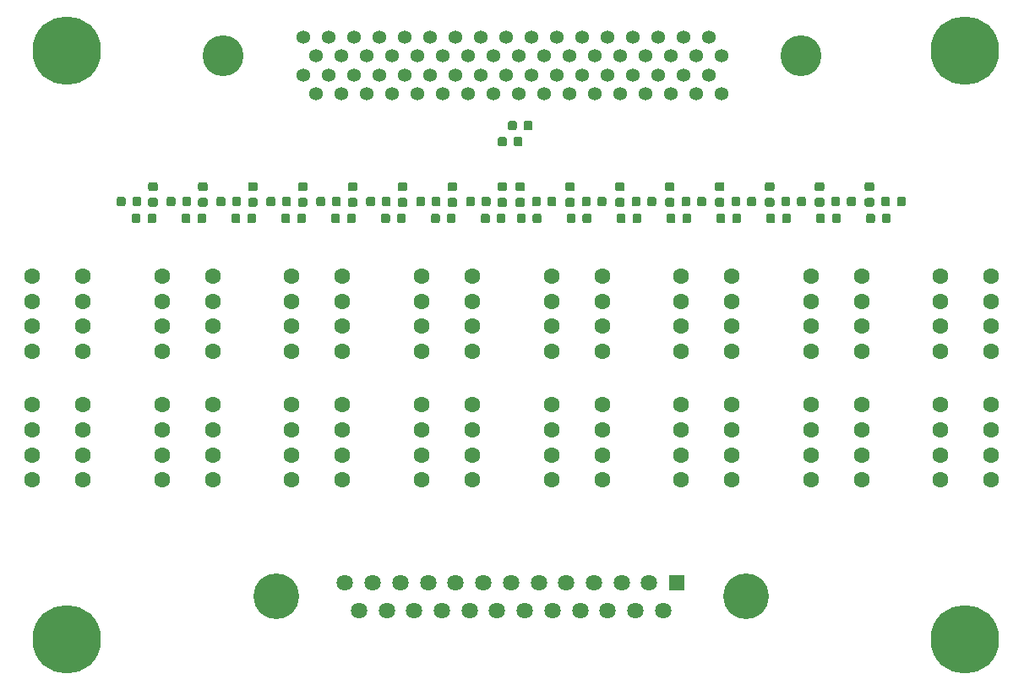
<source format=gbs>
G04 #@! TF.GenerationSoftware,KiCad,Pcbnew,(5.1.5)-3*
G04 #@! TF.CreationDate,2020-11-09T15:19:14-05:00*
G04 #@! TF.ProjectId,FilterMotherboard,46696c74-6572-44d6-9f74-686572626f61,rev?*
G04 #@! TF.SameCoordinates,Original*
G04 #@! TF.FileFunction,Soldermask,Bot*
G04 #@! TF.FilePolarity,Negative*
%FSLAX46Y46*%
G04 Gerber Fmt 4.6, Leading zero omitted, Abs format (unit mm)*
G04 Created by KiCad (PCBNEW (5.1.5)-3) date 2020-11-09 15:19:14*
%MOMM*%
%LPD*%
G04 APERTURE LIST*
%ADD10C,6.858000*%
%ADD11C,4.100000*%
%ADD12C,1.360000*%
%ADD13C,4.575000*%
%ADD14C,1.635000*%
%ADD15R,1.635000X1.635000*%
%ADD16C,1.605000*%
%ADD17C,0.100000*%
G04 APERTURE END LIST*
D10*
X75500000Y-29400000D03*
X75500000Y-88400000D03*
X165500000Y-88400000D03*
X165500000Y-29400000D03*
D11*
X91145000Y-29900000D03*
X149055000Y-29900000D03*
D12*
X141055000Y-29900000D03*
X139785000Y-28000000D03*
X138515000Y-29900000D03*
X137245000Y-28000000D03*
X135975000Y-29900000D03*
X134705000Y-28000000D03*
X133435000Y-29900000D03*
X132165000Y-28000000D03*
X130895000Y-29900000D03*
X129625000Y-28000000D03*
X128355000Y-29900000D03*
X127085000Y-28000000D03*
X125815000Y-29900000D03*
X124545000Y-28000000D03*
X123275000Y-29900000D03*
X122005000Y-28000000D03*
X120735000Y-29900000D03*
X119465000Y-28000000D03*
X118195000Y-29900000D03*
X116925000Y-28000000D03*
X115655000Y-29900000D03*
X114385000Y-28000000D03*
X113115000Y-29900000D03*
X111845000Y-28000000D03*
X110575000Y-29900000D03*
X109305000Y-28000000D03*
X108035000Y-29900000D03*
X106765000Y-28000000D03*
X105495000Y-29900000D03*
X104225000Y-28000000D03*
X102955000Y-29900000D03*
X101685000Y-28000000D03*
X100415000Y-29900000D03*
X99145000Y-28000000D03*
X141055000Y-33700000D03*
X139785000Y-31800000D03*
X138515000Y-33700000D03*
X137245000Y-31800000D03*
X135975000Y-33700000D03*
X134705000Y-31800000D03*
X133435000Y-33700000D03*
X132165000Y-31800000D03*
X130895000Y-33700000D03*
X129625000Y-31800000D03*
X128355000Y-33700000D03*
X127085000Y-31800000D03*
X125815000Y-33700000D03*
X124545000Y-31800000D03*
X123275000Y-33700000D03*
X122005000Y-31800000D03*
X120735000Y-33700000D03*
X119465000Y-31800000D03*
X118195000Y-33700000D03*
X116925000Y-31800000D03*
X115655000Y-33700000D03*
X114385000Y-31800000D03*
X113115000Y-33700000D03*
X111845000Y-31800000D03*
X110575000Y-33700000D03*
X109305000Y-31800000D03*
X108035000Y-33700000D03*
X106765000Y-31800000D03*
X105495000Y-33700000D03*
X104225000Y-31800000D03*
X102955000Y-33700000D03*
X101685000Y-31800000D03*
X100415000Y-33700000D03*
X99145000Y-31800000D03*
D13*
X96460000Y-84120000D03*
X143500000Y-84120000D03*
D14*
X104745000Y-85540000D03*
X107515000Y-85540000D03*
X110285000Y-85540000D03*
X113055000Y-85540000D03*
X115825000Y-85540000D03*
X118595000Y-85540000D03*
X121365000Y-85540000D03*
X124135000Y-85540000D03*
X126905000Y-85540000D03*
X129675000Y-85540000D03*
X132445000Y-85540000D03*
X135215000Y-85540000D03*
X103360000Y-82700000D03*
X106130000Y-82700000D03*
X108900000Y-82700000D03*
X111670000Y-82700000D03*
X114440000Y-82700000D03*
X117210000Y-82700000D03*
X119980000Y-82700000D03*
X122750000Y-82700000D03*
X125520000Y-82700000D03*
X128290000Y-82700000D03*
X131060000Y-82700000D03*
X133830000Y-82700000D03*
D15*
X136600000Y-82700000D03*
D16*
X72020000Y-72400000D03*
X72020000Y-69900000D03*
X72020000Y-67400000D03*
X72020000Y-64900000D03*
X72020000Y-59500000D03*
X72020000Y-57000000D03*
X72020000Y-54500000D03*
X72020000Y-52000000D03*
X77100000Y-72400000D03*
X77100000Y-69900000D03*
X77100000Y-67400000D03*
X77100000Y-64900000D03*
X77100000Y-59500000D03*
X77100000Y-57000000D03*
X77100000Y-54500000D03*
X77100000Y-52000000D03*
X85020000Y-72400000D03*
X85020000Y-69900000D03*
X85020000Y-67400000D03*
X85020000Y-64900000D03*
X85020000Y-59500000D03*
X85020000Y-57000000D03*
X85020000Y-54500000D03*
X85020000Y-52000000D03*
X90100000Y-72400000D03*
X90100000Y-69900000D03*
X90100000Y-67400000D03*
X90100000Y-64900000D03*
X90100000Y-59500000D03*
X90100000Y-57000000D03*
X90100000Y-54500000D03*
X90100000Y-52000000D03*
X98020000Y-72400000D03*
X98020000Y-69900000D03*
X98020000Y-67400000D03*
X98020000Y-64900000D03*
X98020000Y-59500000D03*
X98020000Y-57000000D03*
X98020000Y-54500000D03*
X98020000Y-52000000D03*
X103100000Y-72400000D03*
X103100000Y-69900000D03*
X103100000Y-67400000D03*
X103100000Y-64900000D03*
X103100000Y-59500000D03*
X103100000Y-57000000D03*
X103100000Y-54500000D03*
X103100000Y-52000000D03*
X111020000Y-72400000D03*
X111020000Y-69900000D03*
X111020000Y-67400000D03*
X111020000Y-64900000D03*
X111020000Y-59500000D03*
X111020000Y-57000000D03*
X111020000Y-54500000D03*
X111020000Y-52000000D03*
X116100000Y-72400000D03*
X116100000Y-69900000D03*
X116100000Y-67400000D03*
X116100000Y-64900000D03*
X116100000Y-59500000D03*
X116100000Y-57000000D03*
X116100000Y-54500000D03*
X116100000Y-52000000D03*
X124020000Y-72400000D03*
X124020000Y-69900000D03*
X124020000Y-67400000D03*
X124020000Y-64900000D03*
X124020000Y-59500000D03*
X124020000Y-57000000D03*
X124020000Y-54500000D03*
X124020000Y-52000000D03*
X129100000Y-72400000D03*
X129100000Y-69900000D03*
X129100000Y-67400000D03*
X129100000Y-64900000D03*
X129100000Y-59500000D03*
X129100000Y-57000000D03*
X129100000Y-54500000D03*
X129100000Y-52000000D03*
X137020000Y-72400000D03*
X137020000Y-69900000D03*
X137020000Y-67400000D03*
X137020000Y-64900000D03*
X137020000Y-59500000D03*
X137020000Y-57000000D03*
X137020000Y-54500000D03*
X137020000Y-52000000D03*
X142100000Y-72400000D03*
X142100000Y-69900000D03*
X142100000Y-67400000D03*
X142100000Y-64900000D03*
X142100000Y-59500000D03*
X142100000Y-57000000D03*
X142100000Y-54500000D03*
X142100000Y-52000000D03*
X150020000Y-72400000D03*
X150020000Y-69900000D03*
X150020000Y-67400000D03*
X150020000Y-64900000D03*
X150020000Y-59500000D03*
X150020000Y-57000000D03*
X150020000Y-54500000D03*
X150020000Y-52000000D03*
X155100000Y-72400000D03*
X155100000Y-69900000D03*
X155100000Y-67400000D03*
X155100000Y-64900000D03*
X155100000Y-59500000D03*
X155100000Y-57000000D03*
X155100000Y-54500000D03*
X155100000Y-52000000D03*
X163020000Y-72400000D03*
X163020000Y-69900000D03*
X163020000Y-67400000D03*
X163020000Y-64900000D03*
X163020000Y-59500000D03*
X163020000Y-57000000D03*
X163020000Y-54500000D03*
X163020000Y-52000000D03*
X168100000Y-72400000D03*
X168100000Y-69900000D03*
X168100000Y-67400000D03*
X168100000Y-64900000D03*
X168100000Y-59500000D03*
X168100000Y-57000000D03*
X168100000Y-54500000D03*
X168100000Y-52000000D03*
D17*
G36*
X84377691Y-42576053D02*
G01*
X84398926Y-42579203D01*
X84419750Y-42584419D01*
X84439962Y-42591651D01*
X84459368Y-42600830D01*
X84477781Y-42611866D01*
X84495024Y-42624654D01*
X84510930Y-42639070D01*
X84525346Y-42654976D01*
X84538134Y-42672219D01*
X84549170Y-42690632D01*
X84558349Y-42710038D01*
X84565581Y-42730250D01*
X84570797Y-42751074D01*
X84573947Y-42772309D01*
X84575000Y-42793750D01*
X84575000Y-43231250D01*
X84573947Y-43252691D01*
X84570797Y-43273926D01*
X84565581Y-43294750D01*
X84558349Y-43314962D01*
X84549170Y-43334368D01*
X84538134Y-43352781D01*
X84525346Y-43370024D01*
X84510930Y-43385930D01*
X84495024Y-43400346D01*
X84477781Y-43413134D01*
X84459368Y-43424170D01*
X84439962Y-43433349D01*
X84419750Y-43440581D01*
X84398926Y-43445797D01*
X84377691Y-43448947D01*
X84356250Y-43450000D01*
X83843750Y-43450000D01*
X83822309Y-43448947D01*
X83801074Y-43445797D01*
X83780250Y-43440581D01*
X83760038Y-43433349D01*
X83740632Y-43424170D01*
X83722219Y-43413134D01*
X83704976Y-43400346D01*
X83689070Y-43385930D01*
X83674654Y-43370024D01*
X83661866Y-43352781D01*
X83650830Y-43334368D01*
X83641651Y-43314962D01*
X83634419Y-43294750D01*
X83629203Y-43273926D01*
X83626053Y-43252691D01*
X83625000Y-43231250D01*
X83625000Y-42793750D01*
X83626053Y-42772309D01*
X83629203Y-42751074D01*
X83634419Y-42730250D01*
X83641651Y-42710038D01*
X83650830Y-42690632D01*
X83661866Y-42672219D01*
X83674654Y-42654976D01*
X83689070Y-42639070D01*
X83704976Y-42624654D01*
X83722219Y-42611866D01*
X83740632Y-42600830D01*
X83760038Y-42591651D01*
X83780250Y-42584419D01*
X83801074Y-42579203D01*
X83822309Y-42576053D01*
X83843750Y-42575000D01*
X84356250Y-42575000D01*
X84377691Y-42576053D01*
G37*
G36*
X84377691Y-44151053D02*
G01*
X84398926Y-44154203D01*
X84419750Y-44159419D01*
X84439962Y-44166651D01*
X84459368Y-44175830D01*
X84477781Y-44186866D01*
X84495024Y-44199654D01*
X84510930Y-44214070D01*
X84525346Y-44229976D01*
X84538134Y-44247219D01*
X84549170Y-44265632D01*
X84558349Y-44285038D01*
X84565581Y-44305250D01*
X84570797Y-44326074D01*
X84573947Y-44347309D01*
X84575000Y-44368750D01*
X84575000Y-44806250D01*
X84573947Y-44827691D01*
X84570797Y-44848926D01*
X84565581Y-44869750D01*
X84558349Y-44889962D01*
X84549170Y-44909368D01*
X84538134Y-44927781D01*
X84525346Y-44945024D01*
X84510930Y-44960930D01*
X84495024Y-44975346D01*
X84477781Y-44988134D01*
X84459368Y-44999170D01*
X84439962Y-45008349D01*
X84419750Y-45015581D01*
X84398926Y-45020797D01*
X84377691Y-45023947D01*
X84356250Y-45025000D01*
X83843750Y-45025000D01*
X83822309Y-45023947D01*
X83801074Y-45020797D01*
X83780250Y-45015581D01*
X83760038Y-45008349D01*
X83740632Y-44999170D01*
X83722219Y-44988134D01*
X83704976Y-44975346D01*
X83689070Y-44960930D01*
X83674654Y-44945024D01*
X83661866Y-44927781D01*
X83650830Y-44909368D01*
X83641651Y-44889962D01*
X83634419Y-44869750D01*
X83629203Y-44848926D01*
X83626053Y-44827691D01*
X83625000Y-44806250D01*
X83625000Y-44368750D01*
X83626053Y-44347309D01*
X83629203Y-44326074D01*
X83634419Y-44305250D01*
X83641651Y-44285038D01*
X83650830Y-44265632D01*
X83661866Y-44247219D01*
X83674654Y-44229976D01*
X83689070Y-44214070D01*
X83704976Y-44199654D01*
X83722219Y-44186866D01*
X83740632Y-44175830D01*
X83760038Y-44166651D01*
X83780250Y-44159419D01*
X83801074Y-44154203D01*
X83822309Y-44151053D01*
X83843750Y-44150000D01*
X84356250Y-44150000D01*
X84377691Y-44151053D01*
G37*
G36*
X89377691Y-42576053D02*
G01*
X89398926Y-42579203D01*
X89419750Y-42584419D01*
X89439962Y-42591651D01*
X89459368Y-42600830D01*
X89477781Y-42611866D01*
X89495024Y-42624654D01*
X89510930Y-42639070D01*
X89525346Y-42654976D01*
X89538134Y-42672219D01*
X89549170Y-42690632D01*
X89558349Y-42710038D01*
X89565581Y-42730250D01*
X89570797Y-42751074D01*
X89573947Y-42772309D01*
X89575000Y-42793750D01*
X89575000Y-43231250D01*
X89573947Y-43252691D01*
X89570797Y-43273926D01*
X89565581Y-43294750D01*
X89558349Y-43314962D01*
X89549170Y-43334368D01*
X89538134Y-43352781D01*
X89525346Y-43370024D01*
X89510930Y-43385930D01*
X89495024Y-43400346D01*
X89477781Y-43413134D01*
X89459368Y-43424170D01*
X89439962Y-43433349D01*
X89419750Y-43440581D01*
X89398926Y-43445797D01*
X89377691Y-43448947D01*
X89356250Y-43450000D01*
X88843750Y-43450000D01*
X88822309Y-43448947D01*
X88801074Y-43445797D01*
X88780250Y-43440581D01*
X88760038Y-43433349D01*
X88740632Y-43424170D01*
X88722219Y-43413134D01*
X88704976Y-43400346D01*
X88689070Y-43385930D01*
X88674654Y-43370024D01*
X88661866Y-43352781D01*
X88650830Y-43334368D01*
X88641651Y-43314962D01*
X88634419Y-43294750D01*
X88629203Y-43273926D01*
X88626053Y-43252691D01*
X88625000Y-43231250D01*
X88625000Y-42793750D01*
X88626053Y-42772309D01*
X88629203Y-42751074D01*
X88634419Y-42730250D01*
X88641651Y-42710038D01*
X88650830Y-42690632D01*
X88661866Y-42672219D01*
X88674654Y-42654976D01*
X88689070Y-42639070D01*
X88704976Y-42624654D01*
X88722219Y-42611866D01*
X88740632Y-42600830D01*
X88760038Y-42591651D01*
X88780250Y-42584419D01*
X88801074Y-42579203D01*
X88822309Y-42576053D01*
X88843750Y-42575000D01*
X89356250Y-42575000D01*
X89377691Y-42576053D01*
G37*
G36*
X89377691Y-44151053D02*
G01*
X89398926Y-44154203D01*
X89419750Y-44159419D01*
X89439962Y-44166651D01*
X89459368Y-44175830D01*
X89477781Y-44186866D01*
X89495024Y-44199654D01*
X89510930Y-44214070D01*
X89525346Y-44229976D01*
X89538134Y-44247219D01*
X89549170Y-44265632D01*
X89558349Y-44285038D01*
X89565581Y-44305250D01*
X89570797Y-44326074D01*
X89573947Y-44347309D01*
X89575000Y-44368750D01*
X89575000Y-44806250D01*
X89573947Y-44827691D01*
X89570797Y-44848926D01*
X89565581Y-44869750D01*
X89558349Y-44889962D01*
X89549170Y-44909368D01*
X89538134Y-44927781D01*
X89525346Y-44945024D01*
X89510930Y-44960930D01*
X89495024Y-44975346D01*
X89477781Y-44988134D01*
X89459368Y-44999170D01*
X89439962Y-45008349D01*
X89419750Y-45015581D01*
X89398926Y-45020797D01*
X89377691Y-45023947D01*
X89356250Y-45025000D01*
X88843750Y-45025000D01*
X88822309Y-45023947D01*
X88801074Y-45020797D01*
X88780250Y-45015581D01*
X88760038Y-45008349D01*
X88740632Y-44999170D01*
X88722219Y-44988134D01*
X88704976Y-44975346D01*
X88689070Y-44960930D01*
X88674654Y-44945024D01*
X88661866Y-44927781D01*
X88650830Y-44909368D01*
X88641651Y-44889962D01*
X88634419Y-44869750D01*
X88629203Y-44848926D01*
X88626053Y-44827691D01*
X88625000Y-44806250D01*
X88625000Y-44368750D01*
X88626053Y-44347309D01*
X88629203Y-44326074D01*
X88634419Y-44305250D01*
X88641651Y-44285038D01*
X88650830Y-44265632D01*
X88661866Y-44247219D01*
X88674654Y-44229976D01*
X88689070Y-44214070D01*
X88704976Y-44199654D01*
X88722219Y-44186866D01*
X88740632Y-44175830D01*
X88760038Y-44166651D01*
X88780250Y-44159419D01*
X88801074Y-44154203D01*
X88822309Y-44151053D01*
X88843750Y-44150000D01*
X89356250Y-44150000D01*
X89377691Y-44151053D01*
G37*
G36*
X94377691Y-42576053D02*
G01*
X94398926Y-42579203D01*
X94419750Y-42584419D01*
X94439962Y-42591651D01*
X94459368Y-42600830D01*
X94477781Y-42611866D01*
X94495024Y-42624654D01*
X94510930Y-42639070D01*
X94525346Y-42654976D01*
X94538134Y-42672219D01*
X94549170Y-42690632D01*
X94558349Y-42710038D01*
X94565581Y-42730250D01*
X94570797Y-42751074D01*
X94573947Y-42772309D01*
X94575000Y-42793750D01*
X94575000Y-43231250D01*
X94573947Y-43252691D01*
X94570797Y-43273926D01*
X94565581Y-43294750D01*
X94558349Y-43314962D01*
X94549170Y-43334368D01*
X94538134Y-43352781D01*
X94525346Y-43370024D01*
X94510930Y-43385930D01*
X94495024Y-43400346D01*
X94477781Y-43413134D01*
X94459368Y-43424170D01*
X94439962Y-43433349D01*
X94419750Y-43440581D01*
X94398926Y-43445797D01*
X94377691Y-43448947D01*
X94356250Y-43450000D01*
X93843750Y-43450000D01*
X93822309Y-43448947D01*
X93801074Y-43445797D01*
X93780250Y-43440581D01*
X93760038Y-43433349D01*
X93740632Y-43424170D01*
X93722219Y-43413134D01*
X93704976Y-43400346D01*
X93689070Y-43385930D01*
X93674654Y-43370024D01*
X93661866Y-43352781D01*
X93650830Y-43334368D01*
X93641651Y-43314962D01*
X93634419Y-43294750D01*
X93629203Y-43273926D01*
X93626053Y-43252691D01*
X93625000Y-43231250D01*
X93625000Y-42793750D01*
X93626053Y-42772309D01*
X93629203Y-42751074D01*
X93634419Y-42730250D01*
X93641651Y-42710038D01*
X93650830Y-42690632D01*
X93661866Y-42672219D01*
X93674654Y-42654976D01*
X93689070Y-42639070D01*
X93704976Y-42624654D01*
X93722219Y-42611866D01*
X93740632Y-42600830D01*
X93760038Y-42591651D01*
X93780250Y-42584419D01*
X93801074Y-42579203D01*
X93822309Y-42576053D01*
X93843750Y-42575000D01*
X94356250Y-42575000D01*
X94377691Y-42576053D01*
G37*
G36*
X94377691Y-44151053D02*
G01*
X94398926Y-44154203D01*
X94419750Y-44159419D01*
X94439962Y-44166651D01*
X94459368Y-44175830D01*
X94477781Y-44186866D01*
X94495024Y-44199654D01*
X94510930Y-44214070D01*
X94525346Y-44229976D01*
X94538134Y-44247219D01*
X94549170Y-44265632D01*
X94558349Y-44285038D01*
X94565581Y-44305250D01*
X94570797Y-44326074D01*
X94573947Y-44347309D01*
X94575000Y-44368750D01*
X94575000Y-44806250D01*
X94573947Y-44827691D01*
X94570797Y-44848926D01*
X94565581Y-44869750D01*
X94558349Y-44889962D01*
X94549170Y-44909368D01*
X94538134Y-44927781D01*
X94525346Y-44945024D01*
X94510930Y-44960930D01*
X94495024Y-44975346D01*
X94477781Y-44988134D01*
X94459368Y-44999170D01*
X94439962Y-45008349D01*
X94419750Y-45015581D01*
X94398926Y-45020797D01*
X94377691Y-45023947D01*
X94356250Y-45025000D01*
X93843750Y-45025000D01*
X93822309Y-45023947D01*
X93801074Y-45020797D01*
X93780250Y-45015581D01*
X93760038Y-45008349D01*
X93740632Y-44999170D01*
X93722219Y-44988134D01*
X93704976Y-44975346D01*
X93689070Y-44960930D01*
X93674654Y-44945024D01*
X93661866Y-44927781D01*
X93650830Y-44909368D01*
X93641651Y-44889962D01*
X93634419Y-44869750D01*
X93629203Y-44848926D01*
X93626053Y-44827691D01*
X93625000Y-44806250D01*
X93625000Y-44368750D01*
X93626053Y-44347309D01*
X93629203Y-44326074D01*
X93634419Y-44305250D01*
X93641651Y-44285038D01*
X93650830Y-44265632D01*
X93661866Y-44247219D01*
X93674654Y-44229976D01*
X93689070Y-44214070D01*
X93704976Y-44199654D01*
X93722219Y-44186866D01*
X93740632Y-44175830D01*
X93760038Y-44166651D01*
X93780250Y-44159419D01*
X93801074Y-44154203D01*
X93822309Y-44151053D01*
X93843750Y-44150000D01*
X94356250Y-44150000D01*
X94377691Y-44151053D01*
G37*
G36*
X82727691Y-44026053D02*
G01*
X82748926Y-44029203D01*
X82769750Y-44034419D01*
X82789962Y-44041651D01*
X82809368Y-44050830D01*
X82827781Y-44061866D01*
X82845024Y-44074654D01*
X82860930Y-44089070D01*
X82875346Y-44104976D01*
X82888134Y-44122219D01*
X82899170Y-44140632D01*
X82908349Y-44160038D01*
X82915581Y-44180250D01*
X82920797Y-44201074D01*
X82923947Y-44222309D01*
X82925000Y-44243750D01*
X82925000Y-44756250D01*
X82923947Y-44777691D01*
X82920797Y-44798926D01*
X82915581Y-44819750D01*
X82908349Y-44839962D01*
X82899170Y-44859368D01*
X82888134Y-44877781D01*
X82875346Y-44895024D01*
X82860930Y-44910930D01*
X82845024Y-44925346D01*
X82827781Y-44938134D01*
X82809368Y-44949170D01*
X82789962Y-44958349D01*
X82769750Y-44965581D01*
X82748926Y-44970797D01*
X82727691Y-44973947D01*
X82706250Y-44975000D01*
X82268750Y-44975000D01*
X82247309Y-44973947D01*
X82226074Y-44970797D01*
X82205250Y-44965581D01*
X82185038Y-44958349D01*
X82165632Y-44949170D01*
X82147219Y-44938134D01*
X82129976Y-44925346D01*
X82114070Y-44910930D01*
X82099654Y-44895024D01*
X82086866Y-44877781D01*
X82075830Y-44859368D01*
X82066651Y-44839962D01*
X82059419Y-44819750D01*
X82054203Y-44798926D01*
X82051053Y-44777691D01*
X82050000Y-44756250D01*
X82050000Y-44243750D01*
X82051053Y-44222309D01*
X82054203Y-44201074D01*
X82059419Y-44180250D01*
X82066651Y-44160038D01*
X82075830Y-44140632D01*
X82086866Y-44122219D01*
X82099654Y-44104976D01*
X82114070Y-44089070D01*
X82129976Y-44074654D01*
X82147219Y-44061866D01*
X82165632Y-44050830D01*
X82185038Y-44041651D01*
X82205250Y-44034419D01*
X82226074Y-44029203D01*
X82247309Y-44026053D01*
X82268750Y-44025000D01*
X82706250Y-44025000D01*
X82727691Y-44026053D01*
G37*
G36*
X81152691Y-44026053D02*
G01*
X81173926Y-44029203D01*
X81194750Y-44034419D01*
X81214962Y-44041651D01*
X81234368Y-44050830D01*
X81252781Y-44061866D01*
X81270024Y-44074654D01*
X81285930Y-44089070D01*
X81300346Y-44104976D01*
X81313134Y-44122219D01*
X81324170Y-44140632D01*
X81333349Y-44160038D01*
X81340581Y-44180250D01*
X81345797Y-44201074D01*
X81348947Y-44222309D01*
X81350000Y-44243750D01*
X81350000Y-44756250D01*
X81348947Y-44777691D01*
X81345797Y-44798926D01*
X81340581Y-44819750D01*
X81333349Y-44839962D01*
X81324170Y-44859368D01*
X81313134Y-44877781D01*
X81300346Y-44895024D01*
X81285930Y-44910930D01*
X81270024Y-44925346D01*
X81252781Y-44938134D01*
X81234368Y-44949170D01*
X81214962Y-44958349D01*
X81194750Y-44965581D01*
X81173926Y-44970797D01*
X81152691Y-44973947D01*
X81131250Y-44975000D01*
X80693750Y-44975000D01*
X80672309Y-44973947D01*
X80651074Y-44970797D01*
X80630250Y-44965581D01*
X80610038Y-44958349D01*
X80590632Y-44949170D01*
X80572219Y-44938134D01*
X80554976Y-44925346D01*
X80539070Y-44910930D01*
X80524654Y-44895024D01*
X80511866Y-44877781D01*
X80500830Y-44859368D01*
X80491651Y-44839962D01*
X80484419Y-44819750D01*
X80479203Y-44798926D01*
X80476053Y-44777691D01*
X80475000Y-44756250D01*
X80475000Y-44243750D01*
X80476053Y-44222309D01*
X80479203Y-44201074D01*
X80484419Y-44180250D01*
X80491651Y-44160038D01*
X80500830Y-44140632D01*
X80511866Y-44122219D01*
X80524654Y-44104976D01*
X80539070Y-44089070D01*
X80554976Y-44074654D01*
X80572219Y-44061866D01*
X80590632Y-44050830D01*
X80610038Y-44041651D01*
X80630250Y-44034419D01*
X80651074Y-44029203D01*
X80672309Y-44026053D01*
X80693750Y-44025000D01*
X81131250Y-44025000D01*
X81152691Y-44026053D01*
G37*
G36*
X87727691Y-44026053D02*
G01*
X87748926Y-44029203D01*
X87769750Y-44034419D01*
X87789962Y-44041651D01*
X87809368Y-44050830D01*
X87827781Y-44061866D01*
X87845024Y-44074654D01*
X87860930Y-44089070D01*
X87875346Y-44104976D01*
X87888134Y-44122219D01*
X87899170Y-44140632D01*
X87908349Y-44160038D01*
X87915581Y-44180250D01*
X87920797Y-44201074D01*
X87923947Y-44222309D01*
X87925000Y-44243750D01*
X87925000Y-44756250D01*
X87923947Y-44777691D01*
X87920797Y-44798926D01*
X87915581Y-44819750D01*
X87908349Y-44839962D01*
X87899170Y-44859368D01*
X87888134Y-44877781D01*
X87875346Y-44895024D01*
X87860930Y-44910930D01*
X87845024Y-44925346D01*
X87827781Y-44938134D01*
X87809368Y-44949170D01*
X87789962Y-44958349D01*
X87769750Y-44965581D01*
X87748926Y-44970797D01*
X87727691Y-44973947D01*
X87706250Y-44975000D01*
X87268750Y-44975000D01*
X87247309Y-44973947D01*
X87226074Y-44970797D01*
X87205250Y-44965581D01*
X87185038Y-44958349D01*
X87165632Y-44949170D01*
X87147219Y-44938134D01*
X87129976Y-44925346D01*
X87114070Y-44910930D01*
X87099654Y-44895024D01*
X87086866Y-44877781D01*
X87075830Y-44859368D01*
X87066651Y-44839962D01*
X87059419Y-44819750D01*
X87054203Y-44798926D01*
X87051053Y-44777691D01*
X87050000Y-44756250D01*
X87050000Y-44243750D01*
X87051053Y-44222309D01*
X87054203Y-44201074D01*
X87059419Y-44180250D01*
X87066651Y-44160038D01*
X87075830Y-44140632D01*
X87086866Y-44122219D01*
X87099654Y-44104976D01*
X87114070Y-44089070D01*
X87129976Y-44074654D01*
X87147219Y-44061866D01*
X87165632Y-44050830D01*
X87185038Y-44041651D01*
X87205250Y-44034419D01*
X87226074Y-44029203D01*
X87247309Y-44026053D01*
X87268750Y-44025000D01*
X87706250Y-44025000D01*
X87727691Y-44026053D01*
G37*
G36*
X86152691Y-44026053D02*
G01*
X86173926Y-44029203D01*
X86194750Y-44034419D01*
X86214962Y-44041651D01*
X86234368Y-44050830D01*
X86252781Y-44061866D01*
X86270024Y-44074654D01*
X86285930Y-44089070D01*
X86300346Y-44104976D01*
X86313134Y-44122219D01*
X86324170Y-44140632D01*
X86333349Y-44160038D01*
X86340581Y-44180250D01*
X86345797Y-44201074D01*
X86348947Y-44222309D01*
X86350000Y-44243750D01*
X86350000Y-44756250D01*
X86348947Y-44777691D01*
X86345797Y-44798926D01*
X86340581Y-44819750D01*
X86333349Y-44839962D01*
X86324170Y-44859368D01*
X86313134Y-44877781D01*
X86300346Y-44895024D01*
X86285930Y-44910930D01*
X86270024Y-44925346D01*
X86252781Y-44938134D01*
X86234368Y-44949170D01*
X86214962Y-44958349D01*
X86194750Y-44965581D01*
X86173926Y-44970797D01*
X86152691Y-44973947D01*
X86131250Y-44975000D01*
X85693750Y-44975000D01*
X85672309Y-44973947D01*
X85651074Y-44970797D01*
X85630250Y-44965581D01*
X85610038Y-44958349D01*
X85590632Y-44949170D01*
X85572219Y-44938134D01*
X85554976Y-44925346D01*
X85539070Y-44910930D01*
X85524654Y-44895024D01*
X85511866Y-44877781D01*
X85500830Y-44859368D01*
X85491651Y-44839962D01*
X85484419Y-44819750D01*
X85479203Y-44798926D01*
X85476053Y-44777691D01*
X85475000Y-44756250D01*
X85475000Y-44243750D01*
X85476053Y-44222309D01*
X85479203Y-44201074D01*
X85484419Y-44180250D01*
X85491651Y-44160038D01*
X85500830Y-44140632D01*
X85511866Y-44122219D01*
X85524654Y-44104976D01*
X85539070Y-44089070D01*
X85554976Y-44074654D01*
X85572219Y-44061866D01*
X85590632Y-44050830D01*
X85610038Y-44041651D01*
X85630250Y-44034419D01*
X85651074Y-44029203D01*
X85672309Y-44026053D01*
X85693750Y-44025000D01*
X86131250Y-44025000D01*
X86152691Y-44026053D01*
G37*
G36*
X92727691Y-44026053D02*
G01*
X92748926Y-44029203D01*
X92769750Y-44034419D01*
X92789962Y-44041651D01*
X92809368Y-44050830D01*
X92827781Y-44061866D01*
X92845024Y-44074654D01*
X92860930Y-44089070D01*
X92875346Y-44104976D01*
X92888134Y-44122219D01*
X92899170Y-44140632D01*
X92908349Y-44160038D01*
X92915581Y-44180250D01*
X92920797Y-44201074D01*
X92923947Y-44222309D01*
X92925000Y-44243750D01*
X92925000Y-44756250D01*
X92923947Y-44777691D01*
X92920797Y-44798926D01*
X92915581Y-44819750D01*
X92908349Y-44839962D01*
X92899170Y-44859368D01*
X92888134Y-44877781D01*
X92875346Y-44895024D01*
X92860930Y-44910930D01*
X92845024Y-44925346D01*
X92827781Y-44938134D01*
X92809368Y-44949170D01*
X92789962Y-44958349D01*
X92769750Y-44965581D01*
X92748926Y-44970797D01*
X92727691Y-44973947D01*
X92706250Y-44975000D01*
X92268750Y-44975000D01*
X92247309Y-44973947D01*
X92226074Y-44970797D01*
X92205250Y-44965581D01*
X92185038Y-44958349D01*
X92165632Y-44949170D01*
X92147219Y-44938134D01*
X92129976Y-44925346D01*
X92114070Y-44910930D01*
X92099654Y-44895024D01*
X92086866Y-44877781D01*
X92075830Y-44859368D01*
X92066651Y-44839962D01*
X92059419Y-44819750D01*
X92054203Y-44798926D01*
X92051053Y-44777691D01*
X92050000Y-44756250D01*
X92050000Y-44243750D01*
X92051053Y-44222309D01*
X92054203Y-44201074D01*
X92059419Y-44180250D01*
X92066651Y-44160038D01*
X92075830Y-44140632D01*
X92086866Y-44122219D01*
X92099654Y-44104976D01*
X92114070Y-44089070D01*
X92129976Y-44074654D01*
X92147219Y-44061866D01*
X92165632Y-44050830D01*
X92185038Y-44041651D01*
X92205250Y-44034419D01*
X92226074Y-44029203D01*
X92247309Y-44026053D01*
X92268750Y-44025000D01*
X92706250Y-44025000D01*
X92727691Y-44026053D01*
G37*
G36*
X91152691Y-44026053D02*
G01*
X91173926Y-44029203D01*
X91194750Y-44034419D01*
X91214962Y-44041651D01*
X91234368Y-44050830D01*
X91252781Y-44061866D01*
X91270024Y-44074654D01*
X91285930Y-44089070D01*
X91300346Y-44104976D01*
X91313134Y-44122219D01*
X91324170Y-44140632D01*
X91333349Y-44160038D01*
X91340581Y-44180250D01*
X91345797Y-44201074D01*
X91348947Y-44222309D01*
X91350000Y-44243750D01*
X91350000Y-44756250D01*
X91348947Y-44777691D01*
X91345797Y-44798926D01*
X91340581Y-44819750D01*
X91333349Y-44839962D01*
X91324170Y-44859368D01*
X91313134Y-44877781D01*
X91300346Y-44895024D01*
X91285930Y-44910930D01*
X91270024Y-44925346D01*
X91252781Y-44938134D01*
X91234368Y-44949170D01*
X91214962Y-44958349D01*
X91194750Y-44965581D01*
X91173926Y-44970797D01*
X91152691Y-44973947D01*
X91131250Y-44975000D01*
X90693750Y-44975000D01*
X90672309Y-44973947D01*
X90651074Y-44970797D01*
X90630250Y-44965581D01*
X90610038Y-44958349D01*
X90590632Y-44949170D01*
X90572219Y-44938134D01*
X90554976Y-44925346D01*
X90539070Y-44910930D01*
X90524654Y-44895024D01*
X90511866Y-44877781D01*
X90500830Y-44859368D01*
X90491651Y-44839962D01*
X90484419Y-44819750D01*
X90479203Y-44798926D01*
X90476053Y-44777691D01*
X90475000Y-44756250D01*
X90475000Y-44243750D01*
X90476053Y-44222309D01*
X90479203Y-44201074D01*
X90484419Y-44180250D01*
X90491651Y-44160038D01*
X90500830Y-44140632D01*
X90511866Y-44122219D01*
X90524654Y-44104976D01*
X90539070Y-44089070D01*
X90554976Y-44074654D01*
X90572219Y-44061866D01*
X90590632Y-44050830D01*
X90610038Y-44041651D01*
X90630250Y-44034419D01*
X90651074Y-44029203D01*
X90672309Y-44026053D01*
X90693750Y-44025000D01*
X91131250Y-44025000D01*
X91152691Y-44026053D01*
G37*
G36*
X99377691Y-42576053D02*
G01*
X99398926Y-42579203D01*
X99419750Y-42584419D01*
X99439962Y-42591651D01*
X99459368Y-42600830D01*
X99477781Y-42611866D01*
X99495024Y-42624654D01*
X99510930Y-42639070D01*
X99525346Y-42654976D01*
X99538134Y-42672219D01*
X99549170Y-42690632D01*
X99558349Y-42710038D01*
X99565581Y-42730250D01*
X99570797Y-42751074D01*
X99573947Y-42772309D01*
X99575000Y-42793750D01*
X99575000Y-43231250D01*
X99573947Y-43252691D01*
X99570797Y-43273926D01*
X99565581Y-43294750D01*
X99558349Y-43314962D01*
X99549170Y-43334368D01*
X99538134Y-43352781D01*
X99525346Y-43370024D01*
X99510930Y-43385930D01*
X99495024Y-43400346D01*
X99477781Y-43413134D01*
X99459368Y-43424170D01*
X99439962Y-43433349D01*
X99419750Y-43440581D01*
X99398926Y-43445797D01*
X99377691Y-43448947D01*
X99356250Y-43450000D01*
X98843750Y-43450000D01*
X98822309Y-43448947D01*
X98801074Y-43445797D01*
X98780250Y-43440581D01*
X98760038Y-43433349D01*
X98740632Y-43424170D01*
X98722219Y-43413134D01*
X98704976Y-43400346D01*
X98689070Y-43385930D01*
X98674654Y-43370024D01*
X98661866Y-43352781D01*
X98650830Y-43334368D01*
X98641651Y-43314962D01*
X98634419Y-43294750D01*
X98629203Y-43273926D01*
X98626053Y-43252691D01*
X98625000Y-43231250D01*
X98625000Y-42793750D01*
X98626053Y-42772309D01*
X98629203Y-42751074D01*
X98634419Y-42730250D01*
X98641651Y-42710038D01*
X98650830Y-42690632D01*
X98661866Y-42672219D01*
X98674654Y-42654976D01*
X98689070Y-42639070D01*
X98704976Y-42624654D01*
X98722219Y-42611866D01*
X98740632Y-42600830D01*
X98760038Y-42591651D01*
X98780250Y-42584419D01*
X98801074Y-42579203D01*
X98822309Y-42576053D01*
X98843750Y-42575000D01*
X99356250Y-42575000D01*
X99377691Y-42576053D01*
G37*
G36*
X99377691Y-44151053D02*
G01*
X99398926Y-44154203D01*
X99419750Y-44159419D01*
X99439962Y-44166651D01*
X99459368Y-44175830D01*
X99477781Y-44186866D01*
X99495024Y-44199654D01*
X99510930Y-44214070D01*
X99525346Y-44229976D01*
X99538134Y-44247219D01*
X99549170Y-44265632D01*
X99558349Y-44285038D01*
X99565581Y-44305250D01*
X99570797Y-44326074D01*
X99573947Y-44347309D01*
X99575000Y-44368750D01*
X99575000Y-44806250D01*
X99573947Y-44827691D01*
X99570797Y-44848926D01*
X99565581Y-44869750D01*
X99558349Y-44889962D01*
X99549170Y-44909368D01*
X99538134Y-44927781D01*
X99525346Y-44945024D01*
X99510930Y-44960930D01*
X99495024Y-44975346D01*
X99477781Y-44988134D01*
X99459368Y-44999170D01*
X99439962Y-45008349D01*
X99419750Y-45015581D01*
X99398926Y-45020797D01*
X99377691Y-45023947D01*
X99356250Y-45025000D01*
X98843750Y-45025000D01*
X98822309Y-45023947D01*
X98801074Y-45020797D01*
X98780250Y-45015581D01*
X98760038Y-45008349D01*
X98740632Y-44999170D01*
X98722219Y-44988134D01*
X98704976Y-44975346D01*
X98689070Y-44960930D01*
X98674654Y-44945024D01*
X98661866Y-44927781D01*
X98650830Y-44909368D01*
X98641651Y-44889962D01*
X98634419Y-44869750D01*
X98629203Y-44848926D01*
X98626053Y-44827691D01*
X98625000Y-44806250D01*
X98625000Y-44368750D01*
X98626053Y-44347309D01*
X98629203Y-44326074D01*
X98634419Y-44305250D01*
X98641651Y-44285038D01*
X98650830Y-44265632D01*
X98661866Y-44247219D01*
X98674654Y-44229976D01*
X98689070Y-44214070D01*
X98704976Y-44199654D01*
X98722219Y-44186866D01*
X98740632Y-44175830D01*
X98760038Y-44166651D01*
X98780250Y-44159419D01*
X98801074Y-44154203D01*
X98822309Y-44151053D01*
X98843750Y-44150000D01*
X99356250Y-44150000D01*
X99377691Y-44151053D01*
G37*
G36*
X104377691Y-42576053D02*
G01*
X104398926Y-42579203D01*
X104419750Y-42584419D01*
X104439962Y-42591651D01*
X104459368Y-42600830D01*
X104477781Y-42611866D01*
X104495024Y-42624654D01*
X104510930Y-42639070D01*
X104525346Y-42654976D01*
X104538134Y-42672219D01*
X104549170Y-42690632D01*
X104558349Y-42710038D01*
X104565581Y-42730250D01*
X104570797Y-42751074D01*
X104573947Y-42772309D01*
X104575000Y-42793750D01*
X104575000Y-43231250D01*
X104573947Y-43252691D01*
X104570797Y-43273926D01*
X104565581Y-43294750D01*
X104558349Y-43314962D01*
X104549170Y-43334368D01*
X104538134Y-43352781D01*
X104525346Y-43370024D01*
X104510930Y-43385930D01*
X104495024Y-43400346D01*
X104477781Y-43413134D01*
X104459368Y-43424170D01*
X104439962Y-43433349D01*
X104419750Y-43440581D01*
X104398926Y-43445797D01*
X104377691Y-43448947D01*
X104356250Y-43450000D01*
X103843750Y-43450000D01*
X103822309Y-43448947D01*
X103801074Y-43445797D01*
X103780250Y-43440581D01*
X103760038Y-43433349D01*
X103740632Y-43424170D01*
X103722219Y-43413134D01*
X103704976Y-43400346D01*
X103689070Y-43385930D01*
X103674654Y-43370024D01*
X103661866Y-43352781D01*
X103650830Y-43334368D01*
X103641651Y-43314962D01*
X103634419Y-43294750D01*
X103629203Y-43273926D01*
X103626053Y-43252691D01*
X103625000Y-43231250D01*
X103625000Y-42793750D01*
X103626053Y-42772309D01*
X103629203Y-42751074D01*
X103634419Y-42730250D01*
X103641651Y-42710038D01*
X103650830Y-42690632D01*
X103661866Y-42672219D01*
X103674654Y-42654976D01*
X103689070Y-42639070D01*
X103704976Y-42624654D01*
X103722219Y-42611866D01*
X103740632Y-42600830D01*
X103760038Y-42591651D01*
X103780250Y-42584419D01*
X103801074Y-42579203D01*
X103822309Y-42576053D01*
X103843750Y-42575000D01*
X104356250Y-42575000D01*
X104377691Y-42576053D01*
G37*
G36*
X104377691Y-44151053D02*
G01*
X104398926Y-44154203D01*
X104419750Y-44159419D01*
X104439962Y-44166651D01*
X104459368Y-44175830D01*
X104477781Y-44186866D01*
X104495024Y-44199654D01*
X104510930Y-44214070D01*
X104525346Y-44229976D01*
X104538134Y-44247219D01*
X104549170Y-44265632D01*
X104558349Y-44285038D01*
X104565581Y-44305250D01*
X104570797Y-44326074D01*
X104573947Y-44347309D01*
X104575000Y-44368750D01*
X104575000Y-44806250D01*
X104573947Y-44827691D01*
X104570797Y-44848926D01*
X104565581Y-44869750D01*
X104558349Y-44889962D01*
X104549170Y-44909368D01*
X104538134Y-44927781D01*
X104525346Y-44945024D01*
X104510930Y-44960930D01*
X104495024Y-44975346D01*
X104477781Y-44988134D01*
X104459368Y-44999170D01*
X104439962Y-45008349D01*
X104419750Y-45015581D01*
X104398926Y-45020797D01*
X104377691Y-45023947D01*
X104356250Y-45025000D01*
X103843750Y-45025000D01*
X103822309Y-45023947D01*
X103801074Y-45020797D01*
X103780250Y-45015581D01*
X103760038Y-45008349D01*
X103740632Y-44999170D01*
X103722219Y-44988134D01*
X103704976Y-44975346D01*
X103689070Y-44960930D01*
X103674654Y-44945024D01*
X103661866Y-44927781D01*
X103650830Y-44909368D01*
X103641651Y-44889962D01*
X103634419Y-44869750D01*
X103629203Y-44848926D01*
X103626053Y-44827691D01*
X103625000Y-44806250D01*
X103625000Y-44368750D01*
X103626053Y-44347309D01*
X103629203Y-44326074D01*
X103634419Y-44305250D01*
X103641651Y-44285038D01*
X103650830Y-44265632D01*
X103661866Y-44247219D01*
X103674654Y-44229976D01*
X103689070Y-44214070D01*
X103704976Y-44199654D01*
X103722219Y-44186866D01*
X103740632Y-44175830D01*
X103760038Y-44166651D01*
X103780250Y-44159419D01*
X103801074Y-44154203D01*
X103822309Y-44151053D01*
X103843750Y-44150000D01*
X104356250Y-44150000D01*
X104377691Y-44151053D01*
G37*
G36*
X109377691Y-42576053D02*
G01*
X109398926Y-42579203D01*
X109419750Y-42584419D01*
X109439962Y-42591651D01*
X109459368Y-42600830D01*
X109477781Y-42611866D01*
X109495024Y-42624654D01*
X109510930Y-42639070D01*
X109525346Y-42654976D01*
X109538134Y-42672219D01*
X109549170Y-42690632D01*
X109558349Y-42710038D01*
X109565581Y-42730250D01*
X109570797Y-42751074D01*
X109573947Y-42772309D01*
X109575000Y-42793750D01*
X109575000Y-43231250D01*
X109573947Y-43252691D01*
X109570797Y-43273926D01*
X109565581Y-43294750D01*
X109558349Y-43314962D01*
X109549170Y-43334368D01*
X109538134Y-43352781D01*
X109525346Y-43370024D01*
X109510930Y-43385930D01*
X109495024Y-43400346D01*
X109477781Y-43413134D01*
X109459368Y-43424170D01*
X109439962Y-43433349D01*
X109419750Y-43440581D01*
X109398926Y-43445797D01*
X109377691Y-43448947D01*
X109356250Y-43450000D01*
X108843750Y-43450000D01*
X108822309Y-43448947D01*
X108801074Y-43445797D01*
X108780250Y-43440581D01*
X108760038Y-43433349D01*
X108740632Y-43424170D01*
X108722219Y-43413134D01*
X108704976Y-43400346D01*
X108689070Y-43385930D01*
X108674654Y-43370024D01*
X108661866Y-43352781D01*
X108650830Y-43334368D01*
X108641651Y-43314962D01*
X108634419Y-43294750D01*
X108629203Y-43273926D01*
X108626053Y-43252691D01*
X108625000Y-43231250D01*
X108625000Y-42793750D01*
X108626053Y-42772309D01*
X108629203Y-42751074D01*
X108634419Y-42730250D01*
X108641651Y-42710038D01*
X108650830Y-42690632D01*
X108661866Y-42672219D01*
X108674654Y-42654976D01*
X108689070Y-42639070D01*
X108704976Y-42624654D01*
X108722219Y-42611866D01*
X108740632Y-42600830D01*
X108760038Y-42591651D01*
X108780250Y-42584419D01*
X108801074Y-42579203D01*
X108822309Y-42576053D01*
X108843750Y-42575000D01*
X109356250Y-42575000D01*
X109377691Y-42576053D01*
G37*
G36*
X109377691Y-44151053D02*
G01*
X109398926Y-44154203D01*
X109419750Y-44159419D01*
X109439962Y-44166651D01*
X109459368Y-44175830D01*
X109477781Y-44186866D01*
X109495024Y-44199654D01*
X109510930Y-44214070D01*
X109525346Y-44229976D01*
X109538134Y-44247219D01*
X109549170Y-44265632D01*
X109558349Y-44285038D01*
X109565581Y-44305250D01*
X109570797Y-44326074D01*
X109573947Y-44347309D01*
X109575000Y-44368750D01*
X109575000Y-44806250D01*
X109573947Y-44827691D01*
X109570797Y-44848926D01*
X109565581Y-44869750D01*
X109558349Y-44889962D01*
X109549170Y-44909368D01*
X109538134Y-44927781D01*
X109525346Y-44945024D01*
X109510930Y-44960930D01*
X109495024Y-44975346D01*
X109477781Y-44988134D01*
X109459368Y-44999170D01*
X109439962Y-45008349D01*
X109419750Y-45015581D01*
X109398926Y-45020797D01*
X109377691Y-45023947D01*
X109356250Y-45025000D01*
X108843750Y-45025000D01*
X108822309Y-45023947D01*
X108801074Y-45020797D01*
X108780250Y-45015581D01*
X108760038Y-45008349D01*
X108740632Y-44999170D01*
X108722219Y-44988134D01*
X108704976Y-44975346D01*
X108689070Y-44960930D01*
X108674654Y-44945024D01*
X108661866Y-44927781D01*
X108650830Y-44909368D01*
X108641651Y-44889962D01*
X108634419Y-44869750D01*
X108629203Y-44848926D01*
X108626053Y-44827691D01*
X108625000Y-44806250D01*
X108625000Y-44368750D01*
X108626053Y-44347309D01*
X108629203Y-44326074D01*
X108634419Y-44305250D01*
X108641651Y-44285038D01*
X108650830Y-44265632D01*
X108661866Y-44247219D01*
X108674654Y-44229976D01*
X108689070Y-44214070D01*
X108704976Y-44199654D01*
X108722219Y-44186866D01*
X108740632Y-44175830D01*
X108760038Y-44166651D01*
X108780250Y-44159419D01*
X108801074Y-44154203D01*
X108822309Y-44151053D01*
X108843750Y-44150000D01*
X109356250Y-44150000D01*
X109377691Y-44151053D01*
G37*
G36*
X97727691Y-44026053D02*
G01*
X97748926Y-44029203D01*
X97769750Y-44034419D01*
X97789962Y-44041651D01*
X97809368Y-44050830D01*
X97827781Y-44061866D01*
X97845024Y-44074654D01*
X97860930Y-44089070D01*
X97875346Y-44104976D01*
X97888134Y-44122219D01*
X97899170Y-44140632D01*
X97908349Y-44160038D01*
X97915581Y-44180250D01*
X97920797Y-44201074D01*
X97923947Y-44222309D01*
X97925000Y-44243750D01*
X97925000Y-44756250D01*
X97923947Y-44777691D01*
X97920797Y-44798926D01*
X97915581Y-44819750D01*
X97908349Y-44839962D01*
X97899170Y-44859368D01*
X97888134Y-44877781D01*
X97875346Y-44895024D01*
X97860930Y-44910930D01*
X97845024Y-44925346D01*
X97827781Y-44938134D01*
X97809368Y-44949170D01*
X97789962Y-44958349D01*
X97769750Y-44965581D01*
X97748926Y-44970797D01*
X97727691Y-44973947D01*
X97706250Y-44975000D01*
X97268750Y-44975000D01*
X97247309Y-44973947D01*
X97226074Y-44970797D01*
X97205250Y-44965581D01*
X97185038Y-44958349D01*
X97165632Y-44949170D01*
X97147219Y-44938134D01*
X97129976Y-44925346D01*
X97114070Y-44910930D01*
X97099654Y-44895024D01*
X97086866Y-44877781D01*
X97075830Y-44859368D01*
X97066651Y-44839962D01*
X97059419Y-44819750D01*
X97054203Y-44798926D01*
X97051053Y-44777691D01*
X97050000Y-44756250D01*
X97050000Y-44243750D01*
X97051053Y-44222309D01*
X97054203Y-44201074D01*
X97059419Y-44180250D01*
X97066651Y-44160038D01*
X97075830Y-44140632D01*
X97086866Y-44122219D01*
X97099654Y-44104976D01*
X97114070Y-44089070D01*
X97129976Y-44074654D01*
X97147219Y-44061866D01*
X97165632Y-44050830D01*
X97185038Y-44041651D01*
X97205250Y-44034419D01*
X97226074Y-44029203D01*
X97247309Y-44026053D01*
X97268750Y-44025000D01*
X97706250Y-44025000D01*
X97727691Y-44026053D01*
G37*
G36*
X96152691Y-44026053D02*
G01*
X96173926Y-44029203D01*
X96194750Y-44034419D01*
X96214962Y-44041651D01*
X96234368Y-44050830D01*
X96252781Y-44061866D01*
X96270024Y-44074654D01*
X96285930Y-44089070D01*
X96300346Y-44104976D01*
X96313134Y-44122219D01*
X96324170Y-44140632D01*
X96333349Y-44160038D01*
X96340581Y-44180250D01*
X96345797Y-44201074D01*
X96348947Y-44222309D01*
X96350000Y-44243750D01*
X96350000Y-44756250D01*
X96348947Y-44777691D01*
X96345797Y-44798926D01*
X96340581Y-44819750D01*
X96333349Y-44839962D01*
X96324170Y-44859368D01*
X96313134Y-44877781D01*
X96300346Y-44895024D01*
X96285930Y-44910930D01*
X96270024Y-44925346D01*
X96252781Y-44938134D01*
X96234368Y-44949170D01*
X96214962Y-44958349D01*
X96194750Y-44965581D01*
X96173926Y-44970797D01*
X96152691Y-44973947D01*
X96131250Y-44975000D01*
X95693750Y-44975000D01*
X95672309Y-44973947D01*
X95651074Y-44970797D01*
X95630250Y-44965581D01*
X95610038Y-44958349D01*
X95590632Y-44949170D01*
X95572219Y-44938134D01*
X95554976Y-44925346D01*
X95539070Y-44910930D01*
X95524654Y-44895024D01*
X95511866Y-44877781D01*
X95500830Y-44859368D01*
X95491651Y-44839962D01*
X95484419Y-44819750D01*
X95479203Y-44798926D01*
X95476053Y-44777691D01*
X95475000Y-44756250D01*
X95475000Y-44243750D01*
X95476053Y-44222309D01*
X95479203Y-44201074D01*
X95484419Y-44180250D01*
X95491651Y-44160038D01*
X95500830Y-44140632D01*
X95511866Y-44122219D01*
X95524654Y-44104976D01*
X95539070Y-44089070D01*
X95554976Y-44074654D01*
X95572219Y-44061866D01*
X95590632Y-44050830D01*
X95610038Y-44041651D01*
X95630250Y-44034419D01*
X95651074Y-44029203D01*
X95672309Y-44026053D01*
X95693750Y-44025000D01*
X96131250Y-44025000D01*
X96152691Y-44026053D01*
G37*
G36*
X102727691Y-44026053D02*
G01*
X102748926Y-44029203D01*
X102769750Y-44034419D01*
X102789962Y-44041651D01*
X102809368Y-44050830D01*
X102827781Y-44061866D01*
X102845024Y-44074654D01*
X102860930Y-44089070D01*
X102875346Y-44104976D01*
X102888134Y-44122219D01*
X102899170Y-44140632D01*
X102908349Y-44160038D01*
X102915581Y-44180250D01*
X102920797Y-44201074D01*
X102923947Y-44222309D01*
X102925000Y-44243750D01*
X102925000Y-44756250D01*
X102923947Y-44777691D01*
X102920797Y-44798926D01*
X102915581Y-44819750D01*
X102908349Y-44839962D01*
X102899170Y-44859368D01*
X102888134Y-44877781D01*
X102875346Y-44895024D01*
X102860930Y-44910930D01*
X102845024Y-44925346D01*
X102827781Y-44938134D01*
X102809368Y-44949170D01*
X102789962Y-44958349D01*
X102769750Y-44965581D01*
X102748926Y-44970797D01*
X102727691Y-44973947D01*
X102706250Y-44975000D01*
X102268750Y-44975000D01*
X102247309Y-44973947D01*
X102226074Y-44970797D01*
X102205250Y-44965581D01*
X102185038Y-44958349D01*
X102165632Y-44949170D01*
X102147219Y-44938134D01*
X102129976Y-44925346D01*
X102114070Y-44910930D01*
X102099654Y-44895024D01*
X102086866Y-44877781D01*
X102075830Y-44859368D01*
X102066651Y-44839962D01*
X102059419Y-44819750D01*
X102054203Y-44798926D01*
X102051053Y-44777691D01*
X102050000Y-44756250D01*
X102050000Y-44243750D01*
X102051053Y-44222309D01*
X102054203Y-44201074D01*
X102059419Y-44180250D01*
X102066651Y-44160038D01*
X102075830Y-44140632D01*
X102086866Y-44122219D01*
X102099654Y-44104976D01*
X102114070Y-44089070D01*
X102129976Y-44074654D01*
X102147219Y-44061866D01*
X102165632Y-44050830D01*
X102185038Y-44041651D01*
X102205250Y-44034419D01*
X102226074Y-44029203D01*
X102247309Y-44026053D01*
X102268750Y-44025000D01*
X102706250Y-44025000D01*
X102727691Y-44026053D01*
G37*
G36*
X101152691Y-44026053D02*
G01*
X101173926Y-44029203D01*
X101194750Y-44034419D01*
X101214962Y-44041651D01*
X101234368Y-44050830D01*
X101252781Y-44061866D01*
X101270024Y-44074654D01*
X101285930Y-44089070D01*
X101300346Y-44104976D01*
X101313134Y-44122219D01*
X101324170Y-44140632D01*
X101333349Y-44160038D01*
X101340581Y-44180250D01*
X101345797Y-44201074D01*
X101348947Y-44222309D01*
X101350000Y-44243750D01*
X101350000Y-44756250D01*
X101348947Y-44777691D01*
X101345797Y-44798926D01*
X101340581Y-44819750D01*
X101333349Y-44839962D01*
X101324170Y-44859368D01*
X101313134Y-44877781D01*
X101300346Y-44895024D01*
X101285930Y-44910930D01*
X101270024Y-44925346D01*
X101252781Y-44938134D01*
X101234368Y-44949170D01*
X101214962Y-44958349D01*
X101194750Y-44965581D01*
X101173926Y-44970797D01*
X101152691Y-44973947D01*
X101131250Y-44975000D01*
X100693750Y-44975000D01*
X100672309Y-44973947D01*
X100651074Y-44970797D01*
X100630250Y-44965581D01*
X100610038Y-44958349D01*
X100590632Y-44949170D01*
X100572219Y-44938134D01*
X100554976Y-44925346D01*
X100539070Y-44910930D01*
X100524654Y-44895024D01*
X100511866Y-44877781D01*
X100500830Y-44859368D01*
X100491651Y-44839962D01*
X100484419Y-44819750D01*
X100479203Y-44798926D01*
X100476053Y-44777691D01*
X100475000Y-44756250D01*
X100475000Y-44243750D01*
X100476053Y-44222309D01*
X100479203Y-44201074D01*
X100484419Y-44180250D01*
X100491651Y-44160038D01*
X100500830Y-44140632D01*
X100511866Y-44122219D01*
X100524654Y-44104976D01*
X100539070Y-44089070D01*
X100554976Y-44074654D01*
X100572219Y-44061866D01*
X100590632Y-44050830D01*
X100610038Y-44041651D01*
X100630250Y-44034419D01*
X100651074Y-44029203D01*
X100672309Y-44026053D01*
X100693750Y-44025000D01*
X101131250Y-44025000D01*
X101152691Y-44026053D01*
G37*
G36*
X107727691Y-44026053D02*
G01*
X107748926Y-44029203D01*
X107769750Y-44034419D01*
X107789962Y-44041651D01*
X107809368Y-44050830D01*
X107827781Y-44061866D01*
X107845024Y-44074654D01*
X107860930Y-44089070D01*
X107875346Y-44104976D01*
X107888134Y-44122219D01*
X107899170Y-44140632D01*
X107908349Y-44160038D01*
X107915581Y-44180250D01*
X107920797Y-44201074D01*
X107923947Y-44222309D01*
X107925000Y-44243750D01*
X107925000Y-44756250D01*
X107923947Y-44777691D01*
X107920797Y-44798926D01*
X107915581Y-44819750D01*
X107908349Y-44839962D01*
X107899170Y-44859368D01*
X107888134Y-44877781D01*
X107875346Y-44895024D01*
X107860930Y-44910930D01*
X107845024Y-44925346D01*
X107827781Y-44938134D01*
X107809368Y-44949170D01*
X107789962Y-44958349D01*
X107769750Y-44965581D01*
X107748926Y-44970797D01*
X107727691Y-44973947D01*
X107706250Y-44975000D01*
X107268750Y-44975000D01*
X107247309Y-44973947D01*
X107226074Y-44970797D01*
X107205250Y-44965581D01*
X107185038Y-44958349D01*
X107165632Y-44949170D01*
X107147219Y-44938134D01*
X107129976Y-44925346D01*
X107114070Y-44910930D01*
X107099654Y-44895024D01*
X107086866Y-44877781D01*
X107075830Y-44859368D01*
X107066651Y-44839962D01*
X107059419Y-44819750D01*
X107054203Y-44798926D01*
X107051053Y-44777691D01*
X107050000Y-44756250D01*
X107050000Y-44243750D01*
X107051053Y-44222309D01*
X107054203Y-44201074D01*
X107059419Y-44180250D01*
X107066651Y-44160038D01*
X107075830Y-44140632D01*
X107086866Y-44122219D01*
X107099654Y-44104976D01*
X107114070Y-44089070D01*
X107129976Y-44074654D01*
X107147219Y-44061866D01*
X107165632Y-44050830D01*
X107185038Y-44041651D01*
X107205250Y-44034419D01*
X107226074Y-44029203D01*
X107247309Y-44026053D01*
X107268750Y-44025000D01*
X107706250Y-44025000D01*
X107727691Y-44026053D01*
G37*
G36*
X106152691Y-44026053D02*
G01*
X106173926Y-44029203D01*
X106194750Y-44034419D01*
X106214962Y-44041651D01*
X106234368Y-44050830D01*
X106252781Y-44061866D01*
X106270024Y-44074654D01*
X106285930Y-44089070D01*
X106300346Y-44104976D01*
X106313134Y-44122219D01*
X106324170Y-44140632D01*
X106333349Y-44160038D01*
X106340581Y-44180250D01*
X106345797Y-44201074D01*
X106348947Y-44222309D01*
X106350000Y-44243750D01*
X106350000Y-44756250D01*
X106348947Y-44777691D01*
X106345797Y-44798926D01*
X106340581Y-44819750D01*
X106333349Y-44839962D01*
X106324170Y-44859368D01*
X106313134Y-44877781D01*
X106300346Y-44895024D01*
X106285930Y-44910930D01*
X106270024Y-44925346D01*
X106252781Y-44938134D01*
X106234368Y-44949170D01*
X106214962Y-44958349D01*
X106194750Y-44965581D01*
X106173926Y-44970797D01*
X106152691Y-44973947D01*
X106131250Y-44975000D01*
X105693750Y-44975000D01*
X105672309Y-44973947D01*
X105651074Y-44970797D01*
X105630250Y-44965581D01*
X105610038Y-44958349D01*
X105590632Y-44949170D01*
X105572219Y-44938134D01*
X105554976Y-44925346D01*
X105539070Y-44910930D01*
X105524654Y-44895024D01*
X105511866Y-44877781D01*
X105500830Y-44859368D01*
X105491651Y-44839962D01*
X105484419Y-44819750D01*
X105479203Y-44798926D01*
X105476053Y-44777691D01*
X105475000Y-44756250D01*
X105475000Y-44243750D01*
X105476053Y-44222309D01*
X105479203Y-44201074D01*
X105484419Y-44180250D01*
X105491651Y-44160038D01*
X105500830Y-44140632D01*
X105511866Y-44122219D01*
X105524654Y-44104976D01*
X105539070Y-44089070D01*
X105554976Y-44074654D01*
X105572219Y-44061866D01*
X105590632Y-44050830D01*
X105610038Y-44041651D01*
X105630250Y-44034419D01*
X105651074Y-44029203D01*
X105672309Y-44026053D01*
X105693750Y-44025000D01*
X106131250Y-44025000D01*
X106152691Y-44026053D01*
G37*
G36*
X114377691Y-42576053D02*
G01*
X114398926Y-42579203D01*
X114419750Y-42584419D01*
X114439962Y-42591651D01*
X114459368Y-42600830D01*
X114477781Y-42611866D01*
X114495024Y-42624654D01*
X114510930Y-42639070D01*
X114525346Y-42654976D01*
X114538134Y-42672219D01*
X114549170Y-42690632D01*
X114558349Y-42710038D01*
X114565581Y-42730250D01*
X114570797Y-42751074D01*
X114573947Y-42772309D01*
X114575000Y-42793750D01*
X114575000Y-43231250D01*
X114573947Y-43252691D01*
X114570797Y-43273926D01*
X114565581Y-43294750D01*
X114558349Y-43314962D01*
X114549170Y-43334368D01*
X114538134Y-43352781D01*
X114525346Y-43370024D01*
X114510930Y-43385930D01*
X114495024Y-43400346D01*
X114477781Y-43413134D01*
X114459368Y-43424170D01*
X114439962Y-43433349D01*
X114419750Y-43440581D01*
X114398926Y-43445797D01*
X114377691Y-43448947D01*
X114356250Y-43450000D01*
X113843750Y-43450000D01*
X113822309Y-43448947D01*
X113801074Y-43445797D01*
X113780250Y-43440581D01*
X113760038Y-43433349D01*
X113740632Y-43424170D01*
X113722219Y-43413134D01*
X113704976Y-43400346D01*
X113689070Y-43385930D01*
X113674654Y-43370024D01*
X113661866Y-43352781D01*
X113650830Y-43334368D01*
X113641651Y-43314962D01*
X113634419Y-43294750D01*
X113629203Y-43273926D01*
X113626053Y-43252691D01*
X113625000Y-43231250D01*
X113625000Y-42793750D01*
X113626053Y-42772309D01*
X113629203Y-42751074D01*
X113634419Y-42730250D01*
X113641651Y-42710038D01*
X113650830Y-42690632D01*
X113661866Y-42672219D01*
X113674654Y-42654976D01*
X113689070Y-42639070D01*
X113704976Y-42624654D01*
X113722219Y-42611866D01*
X113740632Y-42600830D01*
X113760038Y-42591651D01*
X113780250Y-42584419D01*
X113801074Y-42579203D01*
X113822309Y-42576053D01*
X113843750Y-42575000D01*
X114356250Y-42575000D01*
X114377691Y-42576053D01*
G37*
G36*
X114377691Y-44151053D02*
G01*
X114398926Y-44154203D01*
X114419750Y-44159419D01*
X114439962Y-44166651D01*
X114459368Y-44175830D01*
X114477781Y-44186866D01*
X114495024Y-44199654D01*
X114510930Y-44214070D01*
X114525346Y-44229976D01*
X114538134Y-44247219D01*
X114549170Y-44265632D01*
X114558349Y-44285038D01*
X114565581Y-44305250D01*
X114570797Y-44326074D01*
X114573947Y-44347309D01*
X114575000Y-44368750D01*
X114575000Y-44806250D01*
X114573947Y-44827691D01*
X114570797Y-44848926D01*
X114565581Y-44869750D01*
X114558349Y-44889962D01*
X114549170Y-44909368D01*
X114538134Y-44927781D01*
X114525346Y-44945024D01*
X114510930Y-44960930D01*
X114495024Y-44975346D01*
X114477781Y-44988134D01*
X114459368Y-44999170D01*
X114439962Y-45008349D01*
X114419750Y-45015581D01*
X114398926Y-45020797D01*
X114377691Y-45023947D01*
X114356250Y-45025000D01*
X113843750Y-45025000D01*
X113822309Y-45023947D01*
X113801074Y-45020797D01*
X113780250Y-45015581D01*
X113760038Y-45008349D01*
X113740632Y-44999170D01*
X113722219Y-44988134D01*
X113704976Y-44975346D01*
X113689070Y-44960930D01*
X113674654Y-44945024D01*
X113661866Y-44927781D01*
X113650830Y-44909368D01*
X113641651Y-44889962D01*
X113634419Y-44869750D01*
X113629203Y-44848926D01*
X113626053Y-44827691D01*
X113625000Y-44806250D01*
X113625000Y-44368750D01*
X113626053Y-44347309D01*
X113629203Y-44326074D01*
X113634419Y-44305250D01*
X113641651Y-44285038D01*
X113650830Y-44265632D01*
X113661866Y-44247219D01*
X113674654Y-44229976D01*
X113689070Y-44214070D01*
X113704976Y-44199654D01*
X113722219Y-44186866D01*
X113740632Y-44175830D01*
X113760038Y-44166651D01*
X113780250Y-44159419D01*
X113801074Y-44154203D01*
X113822309Y-44151053D01*
X113843750Y-44150000D01*
X114356250Y-44150000D01*
X114377691Y-44151053D01*
G37*
G36*
X119377691Y-42576053D02*
G01*
X119398926Y-42579203D01*
X119419750Y-42584419D01*
X119439962Y-42591651D01*
X119459368Y-42600830D01*
X119477781Y-42611866D01*
X119495024Y-42624654D01*
X119510930Y-42639070D01*
X119525346Y-42654976D01*
X119538134Y-42672219D01*
X119549170Y-42690632D01*
X119558349Y-42710038D01*
X119565581Y-42730250D01*
X119570797Y-42751074D01*
X119573947Y-42772309D01*
X119575000Y-42793750D01*
X119575000Y-43231250D01*
X119573947Y-43252691D01*
X119570797Y-43273926D01*
X119565581Y-43294750D01*
X119558349Y-43314962D01*
X119549170Y-43334368D01*
X119538134Y-43352781D01*
X119525346Y-43370024D01*
X119510930Y-43385930D01*
X119495024Y-43400346D01*
X119477781Y-43413134D01*
X119459368Y-43424170D01*
X119439962Y-43433349D01*
X119419750Y-43440581D01*
X119398926Y-43445797D01*
X119377691Y-43448947D01*
X119356250Y-43450000D01*
X118843750Y-43450000D01*
X118822309Y-43448947D01*
X118801074Y-43445797D01*
X118780250Y-43440581D01*
X118760038Y-43433349D01*
X118740632Y-43424170D01*
X118722219Y-43413134D01*
X118704976Y-43400346D01*
X118689070Y-43385930D01*
X118674654Y-43370024D01*
X118661866Y-43352781D01*
X118650830Y-43334368D01*
X118641651Y-43314962D01*
X118634419Y-43294750D01*
X118629203Y-43273926D01*
X118626053Y-43252691D01*
X118625000Y-43231250D01*
X118625000Y-42793750D01*
X118626053Y-42772309D01*
X118629203Y-42751074D01*
X118634419Y-42730250D01*
X118641651Y-42710038D01*
X118650830Y-42690632D01*
X118661866Y-42672219D01*
X118674654Y-42654976D01*
X118689070Y-42639070D01*
X118704976Y-42624654D01*
X118722219Y-42611866D01*
X118740632Y-42600830D01*
X118760038Y-42591651D01*
X118780250Y-42584419D01*
X118801074Y-42579203D01*
X118822309Y-42576053D01*
X118843750Y-42575000D01*
X119356250Y-42575000D01*
X119377691Y-42576053D01*
G37*
G36*
X119377691Y-44151053D02*
G01*
X119398926Y-44154203D01*
X119419750Y-44159419D01*
X119439962Y-44166651D01*
X119459368Y-44175830D01*
X119477781Y-44186866D01*
X119495024Y-44199654D01*
X119510930Y-44214070D01*
X119525346Y-44229976D01*
X119538134Y-44247219D01*
X119549170Y-44265632D01*
X119558349Y-44285038D01*
X119565581Y-44305250D01*
X119570797Y-44326074D01*
X119573947Y-44347309D01*
X119575000Y-44368750D01*
X119575000Y-44806250D01*
X119573947Y-44827691D01*
X119570797Y-44848926D01*
X119565581Y-44869750D01*
X119558349Y-44889962D01*
X119549170Y-44909368D01*
X119538134Y-44927781D01*
X119525346Y-44945024D01*
X119510930Y-44960930D01*
X119495024Y-44975346D01*
X119477781Y-44988134D01*
X119459368Y-44999170D01*
X119439962Y-45008349D01*
X119419750Y-45015581D01*
X119398926Y-45020797D01*
X119377691Y-45023947D01*
X119356250Y-45025000D01*
X118843750Y-45025000D01*
X118822309Y-45023947D01*
X118801074Y-45020797D01*
X118780250Y-45015581D01*
X118760038Y-45008349D01*
X118740632Y-44999170D01*
X118722219Y-44988134D01*
X118704976Y-44975346D01*
X118689070Y-44960930D01*
X118674654Y-44945024D01*
X118661866Y-44927781D01*
X118650830Y-44909368D01*
X118641651Y-44889962D01*
X118634419Y-44869750D01*
X118629203Y-44848926D01*
X118626053Y-44827691D01*
X118625000Y-44806250D01*
X118625000Y-44368750D01*
X118626053Y-44347309D01*
X118629203Y-44326074D01*
X118634419Y-44305250D01*
X118641651Y-44285038D01*
X118650830Y-44265632D01*
X118661866Y-44247219D01*
X118674654Y-44229976D01*
X118689070Y-44214070D01*
X118704976Y-44199654D01*
X118722219Y-44186866D01*
X118740632Y-44175830D01*
X118760038Y-44166651D01*
X118780250Y-44159419D01*
X118801074Y-44154203D01*
X118822309Y-44151053D01*
X118843750Y-44150000D01*
X119356250Y-44150000D01*
X119377691Y-44151053D01*
G37*
G36*
X121177691Y-42576053D02*
G01*
X121198926Y-42579203D01*
X121219750Y-42584419D01*
X121239962Y-42591651D01*
X121259368Y-42600830D01*
X121277781Y-42611866D01*
X121295024Y-42624654D01*
X121310930Y-42639070D01*
X121325346Y-42654976D01*
X121338134Y-42672219D01*
X121349170Y-42690632D01*
X121358349Y-42710038D01*
X121365581Y-42730250D01*
X121370797Y-42751074D01*
X121373947Y-42772309D01*
X121375000Y-42793750D01*
X121375000Y-43231250D01*
X121373947Y-43252691D01*
X121370797Y-43273926D01*
X121365581Y-43294750D01*
X121358349Y-43314962D01*
X121349170Y-43334368D01*
X121338134Y-43352781D01*
X121325346Y-43370024D01*
X121310930Y-43385930D01*
X121295024Y-43400346D01*
X121277781Y-43413134D01*
X121259368Y-43424170D01*
X121239962Y-43433349D01*
X121219750Y-43440581D01*
X121198926Y-43445797D01*
X121177691Y-43448947D01*
X121156250Y-43450000D01*
X120643750Y-43450000D01*
X120622309Y-43448947D01*
X120601074Y-43445797D01*
X120580250Y-43440581D01*
X120560038Y-43433349D01*
X120540632Y-43424170D01*
X120522219Y-43413134D01*
X120504976Y-43400346D01*
X120489070Y-43385930D01*
X120474654Y-43370024D01*
X120461866Y-43352781D01*
X120450830Y-43334368D01*
X120441651Y-43314962D01*
X120434419Y-43294750D01*
X120429203Y-43273926D01*
X120426053Y-43252691D01*
X120425000Y-43231250D01*
X120425000Y-42793750D01*
X120426053Y-42772309D01*
X120429203Y-42751074D01*
X120434419Y-42730250D01*
X120441651Y-42710038D01*
X120450830Y-42690632D01*
X120461866Y-42672219D01*
X120474654Y-42654976D01*
X120489070Y-42639070D01*
X120504976Y-42624654D01*
X120522219Y-42611866D01*
X120540632Y-42600830D01*
X120560038Y-42591651D01*
X120580250Y-42584419D01*
X120601074Y-42579203D01*
X120622309Y-42576053D01*
X120643750Y-42575000D01*
X121156250Y-42575000D01*
X121177691Y-42576053D01*
G37*
G36*
X121177691Y-44151053D02*
G01*
X121198926Y-44154203D01*
X121219750Y-44159419D01*
X121239962Y-44166651D01*
X121259368Y-44175830D01*
X121277781Y-44186866D01*
X121295024Y-44199654D01*
X121310930Y-44214070D01*
X121325346Y-44229976D01*
X121338134Y-44247219D01*
X121349170Y-44265632D01*
X121358349Y-44285038D01*
X121365581Y-44305250D01*
X121370797Y-44326074D01*
X121373947Y-44347309D01*
X121375000Y-44368750D01*
X121375000Y-44806250D01*
X121373947Y-44827691D01*
X121370797Y-44848926D01*
X121365581Y-44869750D01*
X121358349Y-44889962D01*
X121349170Y-44909368D01*
X121338134Y-44927781D01*
X121325346Y-44945024D01*
X121310930Y-44960930D01*
X121295024Y-44975346D01*
X121277781Y-44988134D01*
X121259368Y-44999170D01*
X121239962Y-45008349D01*
X121219750Y-45015581D01*
X121198926Y-45020797D01*
X121177691Y-45023947D01*
X121156250Y-45025000D01*
X120643750Y-45025000D01*
X120622309Y-45023947D01*
X120601074Y-45020797D01*
X120580250Y-45015581D01*
X120560038Y-45008349D01*
X120540632Y-44999170D01*
X120522219Y-44988134D01*
X120504976Y-44975346D01*
X120489070Y-44960930D01*
X120474654Y-44945024D01*
X120461866Y-44927781D01*
X120450830Y-44909368D01*
X120441651Y-44889962D01*
X120434419Y-44869750D01*
X120429203Y-44848926D01*
X120426053Y-44827691D01*
X120425000Y-44806250D01*
X120425000Y-44368750D01*
X120426053Y-44347309D01*
X120429203Y-44326074D01*
X120434419Y-44305250D01*
X120441651Y-44285038D01*
X120450830Y-44265632D01*
X120461866Y-44247219D01*
X120474654Y-44229976D01*
X120489070Y-44214070D01*
X120504976Y-44199654D01*
X120522219Y-44186866D01*
X120540632Y-44175830D01*
X120560038Y-44166651D01*
X120580250Y-44159419D01*
X120601074Y-44154203D01*
X120622309Y-44151053D01*
X120643750Y-44150000D01*
X121156250Y-44150000D01*
X121177691Y-44151053D01*
G37*
G36*
X112727691Y-44026053D02*
G01*
X112748926Y-44029203D01*
X112769750Y-44034419D01*
X112789962Y-44041651D01*
X112809368Y-44050830D01*
X112827781Y-44061866D01*
X112845024Y-44074654D01*
X112860930Y-44089070D01*
X112875346Y-44104976D01*
X112888134Y-44122219D01*
X112899170Y-44140632D01*
X112908349Y-44160038D01*
X112915581Y-44180250D01*
X112920797Y-44201074D01*
X112923947Y-44222309D01*
X112925000Y-44243750D01*
X112925000Y-44756250D01*
X112923947Y-44777691D01*
X112920797Y-44798926D01*
X112915581Y-44819750D01*
X112908349Y-44839962D01*
X112899170Y-44859368D01*
X112888134Y-44877781D01*
X112875346Y-44895024D01*
X112860930Y-44910930D01*
X112845024Y-44925346D01*
X112827781Y-44938134D01*
X112809368Y-44949170D01*
X112789962Y-44958349D01*
X112769750Y-44965581D01*
X112748926Y-44970797D01*
X112727691Y-44973947D01*
X112706250Y-44975000D01*
X112268750Y-44975000D01*
X112247309Y-44973947D01*
X112226074Y-44970797D01*
X112205250Y-44965581D01*
X112185038Y-44958349D01*
X112165632Y-44949170D01*
X112147219Y-44938134D01*
X112129976Y-44925346D01*
X112114070Y-44910930D01*
X112099654Y-44895024D01*
X112086866Y-44877781D01*
X112075830Y-44859368D01*
X112066651Y-44839962D01*
X112059419Y-44819750D01*
X112054203Y-44798926D01*
X112051053Y-44777691D01*
X112050000Y-44756250D01*
X112050000Y-44243750D01*
X112051053Y-44222309D01*
X112054203Y-44201074D01*
X112059419Y-44180250D01*
X112066651Y-44160038D01*
X112075830Y-44140632D01*
X112086866Y-44122219D01*
X112099654Y-44104976D01*
X112114070Y-44089070D01*
X112129976Y-44074654D01*
X112147219Y-44061866D01*
X112165632Y-44050830D01*
X112185038Y-44041651D01*
X112205250Y-44034419D01*
X112226074Y-44029203D01*
X112247309Y-44026053D01*
X112268750Y-44025000D01*
X112706250Y-44025000D01*
X112727691Y-44026053D01*
G37*
G36*
X111152691Y-44026053D02*
G01*
X111173926Y-44029203D01*
X111194750Y-44034419D01*
X111214962Y-44041651D01*
X111234368Y-44050830D01*
X111252781Y-44061866D01*
X111270024Y-44074654D01*
X111285930Y-44089070D01*
X111300346Y-44104976D01*
X111313134Y-44122219D01*
X111324170Y-44140632D01*
X111333349Y-44160038D01*
X111340581Y-44180250D01*
X111345797Y-44201074D01*
X111348947Y-44222309D01*
X111350000Y-44243750D01*
X111350000Y-44756250D01*
X111348947Y-44777691D01*
X111345797Y-44798926D01*
X111340581Y-44819750D01*
X111333349Y-44839962D01*
X111324170Y-44859368D01*
X111313134Y-44877781D01*
X111300346Y-44895024D01*
X111285930Y-44910930D01*
X111270024Y-44925346D01*
X111252781Y-44938134D01*
X111234368Y-44949170D01*
X111214962Y-44958349D01*
X111194750Y-44965581D01*
X111173926Y-44970797D01*
X111152691Y-44973947D01*
X111131250Y-44975000D01*
X110693750Y-44975000D01*
X110672309Y-44973947D01*
X110651074Y-44970797D01*
X110630250Y-44965581D01*
X110610038Y-44958349D01*
X110590632Y-44949170D01*
X110572219Y-44938134D01*
X110554976Y-44925346D01*
X110539070Y-44910930D01*
X110524654Y-44895024D01*
X110511866Y-44877781D01*
X110500830Y-44859368D01*
X110491651Y-44839962D01*
X110484419Y-44819750D01*
X110479203Y-44798926D01*
X110476053Y-44777691D01*
X110475000Y-44756250D01*
X110475000Y-44243750D01*
X110476053Y-44222309D01*
X110479203Y-44201074D01*
X110484419Y-44180250D01*
X110491651Y-44160038D01*
X110500830Y-44140632D01*
X110511866Y-44122219D01*
X110524654Y-44104976D01*
X110539070Y-44089070D01*
X110554976Y-44074654D01*
X110572219Y-44061866D01*
X110590632Y-44050830D01*
X110610038Y-44041651D01*
X110630250Y-44034419D01*
X110651074Y-44029203D01*
X110672309Y-44026053D01*
X110693750Y-44025000D01*
X111131250Y-44025000D01*
X111152691Y-44026053D01*
G37*
G36*
X117727691Y-44026053D02*
G01*
X117748926Y-44029203D01*
X117769750Y-44034419D01*
X117789962Y-44041651D01*
X117809368Y-44050830D01*
X117827781Y-44061866D01*
X117845024Y-44074654D01*
X117860930Y-44089070D01*
X117875346Y-44104976D01*
X117888134Y-44122219D01*
X117899170Y-44140632D01*
X117908349Y-44160038D01*
X117915581Y-44180250D01*
X117920797Y-44201074D01*
X117923947Y-44222309D01*
X117925000Y-44243750D01*
X117925000Y-44756250D01*
X117923947Y-44777691D01*
X117920797Y-44798926D01*
X117915581Y-44819750D01*
X117908349Y-44839962D01*
X117899170Y-44859368D01*
X117888134Y-44877781D01*
X117875346Y-44895024D01*
X117860930Y-44910930D01*
X117845024Y-44925346D01*
X117827781Y-44938134D01*
X117809368Y-44949170D01*
X117789962Y-44958349D01*
X117769750Y-44965581D01*
X117748926Y-44970797D01*
X117727691Y-44973947D01*
X117706250Y-44975000D01*
X117268750Y-44975000D01*
X117247309Y-44973947D01*
X117226074Y-44970797D01*
X117205250Y-44965581D01*
X117185038Y-44958349D01*
X117165632Y-44949170D01*
X117147219Y-44938134D01*
X117129976Y-44925346D01*
X117114070Y-44910930D01*
X117099654Y-44895024D01*
X117086866Y-44877781D01*
X117075830Y-44859368D01*
X117066651Y-44839962D01*
X117059419Y-44819750D01*
X117054203Y-44798926D01*
X117051053Y-44777691D01*
X117050000Y-44756250D01*
X117050000Y-44243750D01*
X117051053Y-44222309D01*
X117054203Y-44201074D01*
X117059419Y-44180250D01*
X117066651Y-44160038D01*
X117075830Y-44140632D01*
X117086866Y-44122219D01*
X117099654Y-44104976D01*
X117114070Y-44089070D01*
X117129976Y-44074654D01*
X117147219Y-44061866D01*
X117165632Y-44050830D01*
X117185038Y-44041651D01*
X117205250Y-44034419D01*
X117226074Y-44029203D01*
X117247309Y-44026053D01*
X117268750Y-44025000D01*
X117706250Y-44025000D01*
X117727691Y-44026053D01*
G37*
G36*
X116152691Y-44026053D02*
G01*
X116173926Y-44029203D01*
X116194750Y-44034419D01*
X116214962Y-44041651D01*
X116234368Y-44050830D01*
X116252781Y-44061866D01*
X116270024Y-44074654D01*
X116285930Y-44089070D01*
X116300346Y-44104976D01*
X116313134Y-44122219D01*
X116324170Y-44140632D01*
X116333349Y-44160038D01*
X116340581Y-44180250D01*
X116345797Y-44201074D01*
X116348947Y-44222309D01*
X116350000Y-44243750D01*
X116350000Y-44756250D01*
X116348947Y-44777691D01*
X116345797Y-44798926D01*
X116340581Y-44819750D01*
X116333349Y-44839962D01*
X116324170Y-44859368D01*
X116313134Y-44877781D01*
X116300346Y-44895024D01*
X116285930Y-44910930D01*
X116270024Y-44925346D01*
X116252781Y-44938134D01*
X116234368Y-44949170D01*
X116214962Y-44958349D01*
X116194750Y-44965581D01*
X116173926Y-44970797D01*
X116152691Y-44973947D01*
X116131250Y-44975000D01*
X115693750Y-44975000D01*
X115672309Y-44973947D01*
X115651074Y-44970797D01*
X115630250Y-44965581D01*
X115610038Y-44958349D01*
X115590632Y-44949170D01*
X115572219Y-44938134D01*
X115554976Y-44925346D01*
X115539070Y-44910930D01*
X115524654Y-44895024D01*
X115511866Y-44877781D01*
X115500830Y-44859368D01*
X115491651Y-44839962D01*
X115484419Y-44819750D01*
X115479203Y-44798926D01*
X115476053Y-44777691D01*
X115475000Y-44756250D01*
X115475000Y-44243750D01*
X115476053Y-44222309D01*
X115479203Y-44201074D01*
X115484419Y-44180250D01*
X115491651Y-44160038D01*
X115500830Y-44140632D01*
X115511866Y-44122219D01*
X115524654Y-44104976D01*
X115539070Y-44089070D01*
X115554976Y-44074654D01*
X115572219Y-44061866D01*
X115590632Y-44050830D01*
X115610038Y-44041651D01*
X115630250Y-44034419D01*
X115651074Y-44029203D01*
X115672309Y-44026053D01*
X115693750Y-44025000D01*
X116131250Y-44025000D01*
X116152691Y-44026053D01*
G37*
G36*
X122752691Y-44026053D02*
G01*
X122773926Y-44029203D01*
X122794750Y-44034419D01*
X122814962Y-44041651D01*
X122834368Y-44050830D01*
X122852781Y-44061866D01*
X122870024Y-44074654D01*
X122885930Y-44089070D01*
X122900346Y-44104976D01*
X122913134Y-44122219D01*
X122924170Y-44140632D01*
X122933349Y-44160038D01*
X122940581Y-44180250D01*
X122945797Y-44201074D01*
X122948947Y-44222309D01*
X122950000Y-44243750D01*
X122950000Y-44756250D01*
X122948947Y-44777691D01*
X122945797Y-44798926D01*
X122940581Y-44819750D01*
X122933349Y-44839962D01*
X122924170Y-44859368D01*
X122913134Y-44877781D01*
X122900346Y-44895024D01*
X122885930Y-44910930D01*
X122870024Y-44925346D01*
X122852781Y-44938134D01*
X122834368Y-44949170D01*
X122814962Y-44958349D01*
X122794750Y-44965581D01*
X122773926Y-44970797D01*
X122752691Y-44973947D01*
X122731250Y-44975000D01*
X122293750Y-44975000D01*
X122272309Y-44973947D01*
X122251074Y-44970797D01*
X122230250Y-44965581D01*
X122210038Y-44958349D01*
X122190632Y-44949170D01*
X122172219Y-44938134D01*
X122154976Y-44925346D01*
X122139070Y-44910930D01*
X122124654Y-44895024D01*
X122111866Y-44877781D01*
X122100830Y-44859368D01*
X122091651Y-44839962D01*
X122084419Y-44819750D01*
X122079203Y-44798926D01*
X122076053Y-44777691D01*
X122075000Y-44756250D01*
X122075000Y-44243750D01*
X122076053Y-44222309D01*
X122079203Y-44201074D01*
X122084419Y-44180250D01*
X122091651Y-44160038D01*
X122100830Y-44140632D01*
X122111866Y-44122219D01*
X122124654Y-44104976D01*
X122139070Y-44089070D01*
X122154976Y-44074654D01*
X122172219Y-44061866D01*
X122190632Y-44050830D01*
X122210038Y-44041651D01*
X122230250Y-44034419D01*
X122251074Y-44029203D01*
X122272309Y-44026053D01*
X122293750Y-44025000D01*
X122731250Y-44025000D01*
X122752691Y-44026053D01*
G37*
G36*
X124327691Y-44026053D02*
G01*
X124348926Y-44029203D01*
X124369750Y-44034419D01*
X124389962Y-44041651D01*
X124409368Y-44050830D01*
X124427781Y-44061866D01*
X124445024Y-44074654D01*
X124460930Y-44089070D01*
X124475346Y-44104976D01*
X124488134Y-44122219D01*
X124499170Y-44140632D01*
X124508349Y-44160038D01*
X124515581Y-44180250D01*
X124520797Y-44201074D01*
X124523947Y-44222309D01*
X124525000Y-44243750D01*
X124525000Y-44756250D01*
X124523947Y-44777691D01*
X124520797Y-44798926D01*
X124515581Y-44819750D01*
X124508349Y-44839962D01*
X124499170Y-44859368D01*
X124488134Y-44877781D01*
X124475346Y-44895024D01*
X124460930Y-44910930D01*
X124445024Y-44925346D01*
X124427781Y-44938134D01*
X124409368Y-44949170D01*
X124389962Y-44958349D01*
X124369750Y-44965581D01*
X124348926Y-44970797D01*
X124327691Y-44973947D01*
X124306250Y-44975000D01*
X123868750Y-44975000D01*
X123847309Y-44973947D01*
X123826074Y-44970797D01*
X123805250Y-44965581D01*
X123785038Y-44958349D01*
X123765632Y-44949170D01*
X123747219Y-44938134D01*
X123729976Y-44925346D01*
X123714070Y-44910930D01*
X123699654Y-44895024D01*
X123686866Y-44877781D01*
X123675830Y-44859368D01*
X123666651Y-44839962D01*
X123659419Y-44819750D01*
X123654203Y-44798926D01*
X123651053Y-44777691D01*
X123650000Y-44756250D01*
X123650000Y-44243750D01*
X123651053Y-44222309D01*
X123654203Y-44201074D01*
X123659419Y-44180250D01*
X123666651Y-44160038D01*
X123675830Y-44140632D01*
X123686866Y-44122219D01*
X123699654Y-44104976D01*
X123714070Y-44089070D01*
X123729976Y-44074654D01*
X123747219Y-44061866D01*
X123765632Y-44050830D01*
X123785038Y-44041651D01*
X123805250Y-44034419D01*
X123826074Y-44029203D01*
X123847309Y-44026053D01*
X123868750Y-44025000D01*
X124306250Y-44025000D01*
X124327691Y-44026053D01*
G37*
G36*
X120927691Y-38026053D02*
G01*
X120948926Y-38029203D01*
X120969750Y-38034419D01*
X120989962Y-38041651D01*
X121009368Y-38050830D01*
X121027781Y-38061866D01*
X121045024Y-38074654D01*
X121060930Y-38089070D01*
X121075346Y-38104976D01*
X121088134Y-38122219D01*
X121099170Y-38140632D01*
X121108349Y-38160038D01*
X121115581Y-38180250D01*
X121120797Y-38201074D01*
X121123947Y-38222309D01*
X121125000Y-38243750D01*
X121125000Y-38756250D01*
X121123947Y-38777691D01*
X121120797Y-38798926D01*
X121115581Y-38819750D01*
X121108349Y-38839962D01*
X121099170Y-38859368D01*
X121088134Y-38877781D01*
X121075346Y-38895024D01*
X121060930Y-38910930D01*
X121045024Y-38925346D01*
X121027781Y-38938134D01*
X121009368Y-38949170D01*
X120989962Y-38958349D01*
X120969750Y-38965581D01*
X120948926Y-38970797D01*
X120927691Y-38973947D01*
X120906250Y-38975000D01*
X120468750Y-38975000D01*
X120447309Y-38973947D01*
X120426074Y-38970797D01*
X120405250Y-38965581D01*
X120385038Y-38958349D01*
X120365632Y-38949170D01*
X120347219Y-38938134D01*
X120329976Y-38925346D01*
X120314070Y-38910930D01*
X120299654Y-38895024D01*
X120286866Y-38877781D01*
X120275830Y-38859368D01*
X120266651Y-38839962D01*
X120259419Y-38819750D01*
X120254203Y-38798926D01*
X120251053Y-38777691D01*
X120250000Y-38756250D01*
X120250000Y-38243750D01*
X120251053Y-38222309D01*
X120254203Y-38201074D01*
X120259419Y-38180250D01*
X120266651Y-38160038D01*
X120275830Y-38140632D01*
X120286866Y-38122219D01*
X120299654Y-38104976D01*
X120314070Y-38089070D01*
X120329976Y-38074654D01*
X120347219Y-38061866D01*
X120365632Y-38050830D01*
X120385038Y-38041651D01*
X120405250Y-38034419D01*
X120426074Y-38029203D01*
X120447309Y-38026053D01*
X120468750Y-38025000D01*
X120906250Y-38025000D01*
X120927691Y-38026053D01*
G37*
G36*
X119352691Y-38026053D02*
G01*
X119373926Y-38029203D01*
X119394750Y-38034419D01*
X119414962Y-38041651D01*
X119434368Y-38050830D01*
X119452781Y-38061866D01*
X119470024Y-38074654D01*
X119485930Y-38089070D01*
X119500346Y-38104976D01*
X119513134Y-38122219D01*
X119524170Y-38140632D01*
X119533349Y-38160038D01*
X119540581Y-38180250D01*
X119545797Y-38201074D01*
X119548947Y-38222309D01*
X119550000Y-38243750D01*
X119550000Y-38756250D01*
X119548947Y-38777691D01*
X119545797Y-38798926D01*
X119540581Y-38819750D01*
X119533349Y-38839962D01*
X119524170Y-38859368D01*
X119513134Y-38877781D01*
X119500346Y-38895024D01*
X119485930Y-38910930D01*
X119470024Y-38925346D01*
X119452781Y-38938134D01*
X119434368Y-38949170D01*
X119414962Y-38958349D01*
X119394750Y-38965581D01*
X119373926Y-38970797D01*
X119352691Y-38973947D01*
X119331250Y-38975000D01*
X118893750Y-38975000D01*
X118872309Y-38973947D01*
X118851074Y-38970797D01*
X118830250Y-38965581D01*
X118810038Y-38958349D01*
X118790632Y-38949170D01*
X118772219Y-38938134D01*
X118754976Y-38925346D01*
X118739070Y-38910930D01*
X118724654Y-38895024D01*
X118711866Y-38877781D01*
X118700830Y-38859368D01*
X118691651Y-38839962D01*
X118684419Y-38819750D01*
X118679203Y-38798926D01*
X118676053Y-38777691D01*
X118675000Y-38756250D01*
X118675000Y-38243750D01*
X118676053Y-38222309D01*
X118679203Y-38201074D01*
X118684419Y-38180250D01*
X118691651Y-38160038D01*
X118700830Y-38140632D01*
X118711866Y-38122219D01*
X118724654Y-38104976D01*
X118739070Y-38089070D01*
X118754976Y-38074654D01*
X118772219Y-38061866D01*
X118790632Y-38050830D01*
X118810038Y-38041651D01*
X118830250Y-38034419D01*
X118851074Y-38029203D01*
X118872309Y-38026053D01*
X118893750Y-38025000D01*
X119331250Y-38025000D01*
X119352691Y-38026053D01*
G37*
G36*
X121927691Y-36426053D02*
G01*
X121948926Y-36429203D01*
X121969750Y-36434419D01*
X121989962Y-36441651D01*
X122009368Y-36450830D01*
X122027781Y-36461866D01*
X122045024Y-36474654D01*
X122060930Y-36489070D01*
X122075346Y-36504976D01*
X122088134Y-36522219D01*
X122099170Y-36540632D01*
X122108349Y-36560038D01*
X122115581Y-36580250D01*
X122120797Y-36601074D01*
X122123947Y-36622309D01*
X122125000Y-36643750D01*
X122125000Y-37156250D01*
X122123947Y-37177691D01*
X122120797Y-37198926D01*
X122115581Y-37219750D01*
X122108349Y-37239962D01*
X122099170Y-37259368D01*
X122088134Y-37277781D01*
X122075346Y-37295024D01*
X122060930Y-37310930D01*
X122045024Y-37325346D01*
X122027781Y-37338134D01*
X122009368Y-37349170D01*
X121989962Y-37358349D01*
X121969750Y-37365581D01*
X121948926Y-37370797D01*
X121927691Y-37373947D01*
X121906250Y-37375000D01*
X121468750Y-37375000D01*
X121447309Y-37373947D01*
X121426074Y-37370797D01*
X121405250Y-37365581D01*
X121385038Y-37358349D01*
X121365632Y-37349170D01*
X121347219Y-37338134D01*
X121329976Y-37325346D01*
X121314070Y-37310930D01*
X121299654Y-37295024D01*
X121286866Y-37277781D01*
X121275830Y-37259368D01*
X121266651Y-37239962D01*
X121259419Y-37219750D01*
X121254203Y-37198926D01*
X121251053Y-37177691D01*
X121250000Y-37156250D01*
X121250000Y-36643750D01*
X121251053Y-36622309D01*
X121254203Y-36601074D01*
X121259419Y-36580250D01*
X121266651Y-36560038D01*
X121275830Y-36540632D01*
X121286866Y-36522219D01*
X121299654Y-36504976D01*
X121314070Y-36489070D01*
X121329976Y-36474654D01*
X121347219Y-36461866D01*
X121365632Y-36450830D01*
X121385038Y-36441651D01*
X121405250Y-36434419D01*
X121426074Y-36429203D01*
X121447309Y-36426053D01*
X121468750Y-36425000D01*
X121906250Y-36425000D01*
X121927691Y-36426053D01*
G37*
G36*
X120352691Y-36426053D02*
G01*
X120373926Y-36429203D01*
X120394750Y-36434419D01*
X120414962Y-36441651D01*
X120434368Y-36450830D01*
X120452781Y-36461866D01*
X120470024Y-36474654D01*
X120485930Y-36489070D01*
X120500346Y-36504976D01*
X120513134Y-36522219D01*
X120524170Y-36540632D01*
X120533349Y-36560038D01*
X120540581Y-36580250D01*
X120545797Y-36601074D01*
X120548947Y-36622309D01*
X120550000Y-36643750D01*
X120550000Y-37156250D01*
X120548947Y-37177691D01*
X120545797Y-37198926D01*
X120540581Y-37219750D01*
X120533349Y-37239962D01*
X120524170Y-37259368D01*
X120513134Y-37277781D01*
X120500346Y-37295024D01*
X120485930Y-37310930D01*
X120470024Y-37325346D01*
X120452781Y-37338134D01*
X120434368Y-37349170D01*
X120414962Y-37358349D01*
X120394750Y-37365581D01*
X120373926Y-37370797D01*
X120352691Y-37373947D01*
X120331250Y-37375000D01*
X119893750Y-37375000D01*
X119872309Y-37373947D01*
X119851074Y-37370797D01*
X119830250Y-37365581D01*
X119810038Y-37358349D01*
X119790632Y-37349170D01*
X119772219Y-37338134D01*
X119754976Y-37325346D01*
X119739070Y-37310930D01*
X119724654Y-37295024D01*
X119711866Y-37277781D01*
X119700830Y-37259368D01*
X119691651Y-37239962D01*
X119684419Y-37219750D01*
X119679203Y-37198926D01*
X119676053Y-37177691D01*
X119675000Y-37156250D01*
X119675000Y-36643750D01*
X119676053Y-36622309D01*
X119679203Y-36601074D01*
X119684419Y-36580250D01*
X119691651Y-36560038D01*
X119700830Y-36540632D01*
X119711866Y-36522219D01*
X119724654Y-36504976D01*
X119739070Y-36489070D01*
X119754976Y-36474654D01*
X119772219Y-36461866D01*
X119790632Y-36450830D01*
X119810038Y-36441651D01*
X119830250Y-36434419D01*
X119851074Y-36429203D01*
X119872309Y-36426053D01*
X119893750Y-36425000D01*
X120331250Y-36425000D01*
X120352691Y-36426053D01*
G37*
G36*
X126177691Y-42576053D02*
G01*
X126198926Y-42579203D01*
X126219750Y-42584419D01*
X126239962Y-42591651D01*
X126259368Y-42600830D01*
X126277781Y-42611866D01*
X126295024Y-42624654D01*
X126310930Y-42639070D01*
X126325346Y-42654976D01*
X126338134Y-42672219D01*
X126349170Y-42690632D01*
X126358349Y-42710038D01*
X126365581Y-42730250D01*
X126370797Y-42751074D01*
X126373947Y-42772309D01*
X126375000Y-42793750D01*
X126375000Y-43231250D01*
X126373947Y-43252691D01*
X126370797Y-43273926D01*
X126365581Y-43294750D01*
X126358349Y-43314962D01*
X126349170Y-43334368D01*
X126338134Y-43352781D01*
X126325346Y-43370024D01*
X126310930Y-43385930D01*
X126295024Y-43400346D01*
X126277781Y-43413134D01*
X126259368Y-43424170D01*
X126239962Y-43433349D01*
X126219750Y-43440581D01*
X126198926Y-43445797D01*
X126177691Y-43448947D01*
X126156250Y-43450000D01*
X125643750Y-43450000D01*
X125622309Y-43448947D01*
X125601074Y-43445797D01*
X125580250Y-43440581D01*
X125560038Y-43433349D01*
X125540632Y-43424170D01*
X125522219Y-43413134D01*
X125504976Y-43400346D01*
X125489070Y-43385930D01*
X125474654Y-43370024D01*
X125461866Y-43352781D01*
X125450830Y-43334368D01*
X125441651Y-43314962D01*
X125434419Y-43294750D01*
X125429203Y-43273926D01*
X125426053Y-43252691D01*
X125425000Y-43231250D01*
X125425000Y-42793750D01*
X125426053Y-42772309D01*
X125429203Y-42751074D01*
X125434419Y-42730250D01*
X125441651Y-42710038D01*
X125450830Y-42690632D01*
X125461866Y-42672219D01*
X125474654Y-42654976D01*
X125489070Y-42639070D01*
X125504976Y-42624654D01*
X125522219Y-42611866D01*
X125540632Y-42600830D01*
X125560038Y-42591651D01*
X125580250Y-42584419D01*
X125601074Y-42579203D01*
X125622309Y-42576053D01*
X125643750Y-42575000D01*
X126156250Y-42575000D01*
X126177691Y-42576053D01*
G37*
G36*
X126177691Y-44151053D02*
G01*
X126198926Y-44154203D01*
X126219750Y-44159419D01*
X126239962Y-44166651D01*
X126259368Y-44175830D01*
X126277781Y-44186866D01*
X126295024Y-44199654D01*
X126310930Y-44214070D01*
X126325346Y-44229976D01*
X126338134Y-44247219D01*
X126349170Y-44265632D01*
X126358349Y-44285038D01*
X126365581Y-44305250D01*
X126370797Y-44326074D01*
X126373947Y-44347309D01*
X126375000Y-44368750D01*
X126375000Y-44806250D01*
X126373947Y-44827691D01*
X126370797Y-44848926D01*
X126365581Y-44869750D01*
X126358349Y-44889962D01*
X126349170Y-44909368D01*
X126338134Y-44927781D01*
X126325346Y-44945024D01*
X126310930Y-44960930D01*
X126295024Y-44975346D01*
X126277781Y-44988134D01*
X126259368Y-44999170D01*
X126239962Y-45008349D01*
X126219750Y-45015581D01*
X126198926Y-45020797D01*
X126177691Y-45023947D01*
X126156250Y-45025000D01*
X125643750Y-45025000D01*
X125622309Y-45023947D01*
X125601074Y-45020797D01*
X125580250Y-45015581D01*
X125560038Y-45008349D01*
X125540632Y-44999170D01*
X125522219Y-44988134D01*
X125504976Y-44975346D01*
X125489070Y-44960930D01*
X125474654Y-44945024D01*
X125461866Y-44927781D01*
X125450830Y-44909368D01*
X125441651Y-44889962D01*
X125434419Y-44869750D01*
X125429203Y-44848926D01*
X125426053Y-44827691D01*
X125425000Y-44806250D01*
X125425000Y-44368750D01*
X125426053Y-44347309D01*
X125429203Y-44326074D01*
X125434419Y-44305250D01*
X125441651Y-44285038D01*
X125450830Y-44265632D01*
X125461866Y-44247219D01*
X125474654Y-44229976D01*
X125489070Y-44214070D01*
X125504976Y-44199654D01*
X125522219Y-44186866D01*
X125540632Y-44175830D01*
X125560038Y-44166651D01*
X125580250Y-44159419D01*
X125601074Y-44154203D01*
X125622309Y-44151053D01*
X125643750Y-44150000D01*
X126156250Y-44150000D01*
X126177691Y-44151053D01*
G37*
G36*
X131177691Y-42576053D02*
G01*
X131198926Y-42579203D01*
X131219750Y-42584419D01*
X131239962Y-42591651D01*
X131259368Y-42600830D01*
X131277781Y-42611866D01*
X131295024Y-42624654D01*
X131310930Y-42639070D01*
X131325346Y-42654976D01*
X131338134Y-42672219D01*
X131349170Y-42690632D01*
X131358349Y-42710038D01*
X131365581Y-42730250D01*
X131370797Y-42751074D01*
X131373947Y-42772309D01*
X131375000Y-42793750D01*
X131375000Y-43231250D01*
X131373947Y-43252691D01*
X131370797Y-43273926D01*
X131365581Y-43294750D01*
X131358349Y-43314962D01*
X131349170Y-43334368D01*
X131338134Y-43352781D01*
X131325346Y-43370024D01*
X131310930Y-43385930D01*
X131295024Y-43400346D01*
X131277781Y-43413134D01*
X131259368Y-43424170D01*
X131239962Y-43433349D01*
X131219750Y-43440581D01*
X131198926Y-43445797D01*
X131177691Y-43448947D01*
X131156250Y-43450000D01*
X130643750Y-43450000D01*
X130622309Y-43448947D01*
X130601074Y-43445797D01*
X130580250Y-43440581D01*
X130560038Y-43433349D01*
X130540632Y-43424170D01*
X130522219Y-43413134D01*
X130504976Y-43400346D01*
X130489070Y-43385930D01*
X130474654Y-43370024D01*
X130461866Y-43352781D01*
X130450830Y-43334368D01*
X130441651Y-43314962D01*
X130434419Y-43294750D01*
X130429203Y-43273926D01*
X130426053Y-43252691D01*
X130425000Y-43231250D01*
X130425000Y-42793750D01*
X130426053Y-42772309D01*
X130429203Y-42751074D01*
X130434419Y-42730250D01*
X130441651Y-42710038D01*
X130450830Y-42690632D01*
X130461866Y-42672219D01*
X130474654Y-42654976D01*
X130489070Y-42639070D01*
X130504976Y-42624654D01*
X130522219Y-42611866D01*
X130540632Y-42600830D01*
X130560038Y-42591651D01*
X130580250Y-42584419D01*
X130601074Y-42579203D01*
X130622309Y-42576053D01*
X130643750Y-42575000D01*
X131156250Y-42575000D01*
X131177691Y-42576053D01*
G37*
G36*
X131177691Y-44151053D02*
G01*
X131198926Y-44154203D01*
X131219750Y-44159419D01*
X131239962Y-44166651D01*
X131259368Y-44175830D01*
X131277781Y-44186866D01*
X131295024Y-44199654D01*
X131310930Y-44214070D01*
X131325346Y-44229976D01*
X131338134Y-44247219D01*
X131349170Y-44265632D01*
X131358349Y-44285038D01*
X131365581Y-44305250D01*
X131370797Y-44326074D01*
X131373947Y-44347309D01*
X131375000Y-44368750D01*
X131375000Y-44806250D01*
X131373947Y-44827691D01*
X131370797Y-44848926D01*
X131365581Y-44869750D01*
X131358349Y-44889962D01*
X131349170Y-44909368D01*
X131338134Y-44927781D01*
X131325346Y-44945024D01*
X131310930Y-44960930D01*
X131295024Y-44975346D01*
X131277781Y-44988134D01*
X131259368Y-44999170D01*
X131239962Y-45008349D01*
X131219750Y-45015581D01*
X131198926Y-45020797D01*
X131177691Y-45023947D01*
X131156250Y-45025000D01*
X130643750Y-45025000D01*
X130622309Y-45023947D01*
X130601074Y-45020797D01*
X130580250Y-45015581D01*
X130560038Y-45008349D01*
X130540632Y-44999170D01*
X130522219Y-44988134D01*
X130504976Y-44975346D01*
X130489070Y-44960930D01*
X130474654Y-44945024D01*
X130461866Y-44927781D01*
X130450830Y-44909368D01*
X130441651Y-44889962D01*
X130434419Y-44869750D01*
X130429203Y-44848926D01*
X130426053Y-44827691D01*
X130425000Y-44806250D01*
X130425000Y-44368750D01*
X130426053Y-44347309D01*
X130429203Y-44326074D01*
X130434419Y-44305250D01*
X130441651Y-44285038D01*
X130450830Y-44265632D01*
X130461866Y-44247219D01*
X130474654Y-44229976D01*
X130489070Y-44214070D01*
X130504976Y-44199654D01*
X130522219Y-44186866D01*
X130540632Y-44175830D01*
X130560038Y-44166651D01*
X130580250Y-44159419D01*
X130601074Y-44154203D01*
X130622309Y-44151053D01*
X130643750Y-44150000D01*
X131156250Y-44150000D01*
X131177691Y-44151053D01*
G37*
G36*
X136177691Y-42576053D02*
G01*
X136198926Y-42579203D01*
X136219750Y-42584419D01*
X136239962Y-42591651D01*
X136259368Y-42600830D01*
X136277781Y-42611866D01*
X136295024Y-42624654D01*
X136310930Y-42639070D01*
X136325346Y-42654976D01*
X136338134Y-42672219D01*
X136349170Y-42690632D01*
X136358349Y-42710038D01*
X136365581Y-42730250D01*
X136370797Y-42751074D01*
X136373947Y-42772309D01*
X136375000Y-42793750D01*
X136375000Y-43231250D01*
X136373947Y-43252691D01*
X136370797Y-43273926D01*
X136365581Y-43294750D01*
X136358349Y-43314962D01*
X136349170Y-43334368D01*
X136338134Y-43352781D01*
X136325346Y-43370024D01*
X136310930Y-43385930D01*
X136295024Y-43400346D01*
X136277781Y-43413134D01*
X136259368Y-43424170D01*
X136239962Y-43433349D01*
X136219750Y-43440581D01*
X136198926Y-43445797D01*
X136177691Y-43448947D01*
X136156250Y-43450000D01*
X135643750Y-43450000D01*
X135622309Y-43448947D01*
X135601074Y-43445797D01*
X135580250Y-43440581D01*
X135560038Y-43433349D01*
X135540632Y-43424170D01*
X135522219Y-43413134D01*
X135504976Y-43400346D01*
X135489070Y-43385930D01*
X135474654Y-43370024D01*
X135461866Y-43352781D01*
X135450830Y-43334368D01*
X135441651Y-43314962D01*
X135434419Y-43294750D01*
X135429203Y-43273926D01*
X135426053Y-43252691D01*
X135425000Y-43231250D01*
X135425000Y-42793750D01*
X135426053Y-42772309D01*
X135429203Y-42751074D01*
X135434419Y-42730250D01*
X135441651Y-42710038D01*
X135450830Y-42690632D01*
X135461866Y-42672219D01*
X135474654Y-42654976D01*
X135489070Y-42639070D01*
X135504976Y-42624654D01*
X135522219Y-42611866D01*
X135540632Y-42600830D01*
X135560038Y-42591651D01*
X135580250Y-42584419D01*
X135601074Y-42579203D01*
X135622309Y-42576053D01*
X135643750Y-42575000D01*
X136156250Y-42575000D01*
X136177691Y-42576053D01*
G37*
G36*
X136177691Y-44151053D02*
G01*
X136198926Y-44154203D01*
X136219750Y-44159419D01*
X136239962Y-44166651D01*
X136259368Y-44175830D01*
X136277781Y-44186866D01*
X136295024Y-44199654D01*
X136310930Y-44214070D01*
X136325346Y-44229976D01*
X136338134Y-44247219D01*
X136349170Y-44265632D01*
X136358349Y-44285038D01*
X136365581Y-44305250D01*
X136370797Y-44326074D01*
X136373947Y-44347309D01*
X136375000Y-44368750D01*
X136375000Y-44806250D01*
X136373947Y-44827691D01*
X136370797Y-44848926D01*
X136365581Y-44869750D01*
X136358349Y-44889962D01*
X136349170Y-44909368D01*
X136338134Y-44927781D01*
X136325346Y-44945024D01*
X136310930Y-44960930D01*
X136295024Y-44975346D01*
X136277781Y-44988134D01*
X136259368Y-44999170D01*
X136239962Y-45008349D01*
X136219750Y-45015581D01*
X136198926Y-45020797D01*
X136177691Y-45023947D01*
X136156250Y-45025000D01*
X135643750Y-45025000D01*
X135622309Y-45023947D01*
X135601074Y-45020797D01*
X135580250Y-45015581D01*
X135560038Y-45008349D01*
X135540632Y-44999170D01*
X135522219Y-44988134D01*
X135504976Y-44975346D01*
X135489070Y-44960930D01*
X135474654Y-44945024D01*
X135461866Y-44927781D01*
X135450830Y-44909368D01*
X135441651Y-44889962D01*
X135434419Y-44869750D01*
X135429203Y-44848926D01*
X135426053Y-44827691D01*
X135425000Y-44806250D01*
X135425000Y-44368750D01*
X135426053Y-44347309D01*
X135429203Y-44326074D01*
X135434419Y-44305250D01*
X135441651Y-44285038D01*
X135450830Y-44265632D01*
X135461866Y-44247219D01*
X135474654Y-44229976D01*
X135489070Y-44214070D01*
X135504976Y-44199654D01*
X135522219Y-44186866D01*
X135540632Y-44175830D01*
X135560038Y-44166651D01*
X135580250Y-44159419D01*
X135601074Y-44154203D01*
X135622309Y-44151053D01*
X135643750Y-44150000D01*
X136156250Y-44150000D01*
X136177691Y-44151053D01*
G37*
G36*
X127752691Y-44026053D02*
G01*
X127773926Y-44029203D01*
X127794750Y-44034419D01*
X127814962Y-44041651D01*
X127834368Y-44050830D01*
X127852781Y-44061866D01*
X127870024Y-44074654D01*
X127885930Y-44089070D01*
X127900346Y-44104976D01*
X127913134Y-44122219D01*
X127924170Y-44140632D01*
X127933349Y-44160038D01*
X127940581Y-44180250D01*
X127945797Y-44201074D01*
X127948947Y-44222309D01*
X127950000Y-44243750D01*
X127950000Y-44756250D01*
X127948947Y-44777691D01*
X127945797Y-44798926D01*
X127940581Y-44819750D01*
X127933349Y-44839962D01*
X127924170Y-44859368D01*
X127913134Y-44877781D01*
X127900346Y-44895024D01*
X127885930Y-44910930D01*
X127870024Y-44925346D01*
X127852781Y-44938134D01*
X127834368Y-44949170D01*
X127814962Y-44958349D01*
X127794750Y-44965581D01*
X127773926Y-44970797D01*
X127752691Y-44973947D01*
X127731250Y-44975000D01*
X127293750Y-44975000D01*
X127272309Y-44973947D01*
X127251074Y-44970797D01*
X127230250Y-44965581D01*
X127210038Y-44958349D01*
X127190632Y-44949170D01*
X127172219Y-44938134D01*
X127154976Y-44925346D01*
X127139070Y-44910930D01*
X127124654Y-44895024D01*
X127111866Y-44877781D01*
X127100830Y-44859368D01*
X127091651Y-44839962D01*
X127084419Y-44819750D01*
X127079203Y-44798926D01*
X127076053Y-44777691D01*
X127075000Y-44756250D01*
X127075000Y-44243750D01*
X127076053Y-44222309D01*
X127079203Y-44201074D01*
X127084419Y-44180250D01*
X127091651Y-44160038D01*
X127100830Y-44140632D01*
X127111866Y-44122219D01*
X127124654Y-44104976D01*
X127139070Y-44089070D01*
X127154976Y-44074654D01*
X127172219Y-44061866D01*
X127190632Y-44050830D01*
X127210038Y-44041651D01*
X127230250Y-44034419D01*
X127251074Y-44029203D01*
X127272309Y-44026053D01*
X127293750Y-44025000D01*
X127731250Y-44025000D01*
X127752691Y-44026053D01*
G37*
G36*
X129327691Y-44026053D02*
G01*
X129348926Y-44029203D01*
X129369750Y-44034419D01*
X129389962Y-44041651D01*
X129409368Y-44050830D01*
X129427781Y-44061866D01*
X129445024Y-44074654D01*
X129460930Y-44089070D01*
X129475346Y-44104976D01*
X129488134Y-44122219D01*
X129499170Y-44140632D01*
X129508349Y-44160038D01*
X129515581Y-44180250D01*
X129520797Y-44201074D01*
X129523947Y-44222309D01*
X129525000Y-44243750D01*
X129525000Y-44756250D01*
X129523947Y-44777691D01*
X129520797Y-44798926D01*
X129515581Y-44819750D01*
X129508349Y-44839962D01*
X129499170Y-44859368D01*
X129488134Y-44877781D01*
X129475346Y-44895024D01*
X129460930Y-44910930D01*
X129445024Y-44925346D01*
X129427781Y-44938134D01*
X129409368Y-44949170D01*
X129389962Y-44958349D01*
X129369750Y-44965581D01*
X129348926Y-44970797D01*
X129327691Y-44973947D01*
X129306250Y-44975000D01*
X128868750Y-44975000D01*
X128847309Y-44973947D01*
X128826074Y-44970797D01*
X128805250Y-44965581D01*
X128785038Y-44958349D01*
X128765632Y-44949170D01*
X128747219Y-44938134D01*
X128729976Y-44925346D01*
X128714070Y-44910930D01*
X128699654Y-44895024D01*
X128686866Y-44877781D01*
X128675830Y-44859368D01*
X128666651Y-44839962D01*
X128659419Y-44819750D01*
X128654203Y-44798926D01*
X128651053Y-44777691D01*
X128650000Y-44756250D01*
X128650000Y-44243750D01*
X128651053Y-44222309D01*
X128654203Y-44201074D01*
X128659419Y-44180250D01*
X128666651Y-44160038D01*
X128675830Y-44140632D01*
X128686866Y-44122219D01*
X128699654Y-44104976D01*
X128714070Y-44089070D01*
X128729976Y-44074654D01*
X128747219Y-44061866D01*
X128765632Y-44050830D01*
X128785038Y-44041651D01*
X128805250Y-44034419D01*
X128826074Y-44029203D01*
X128847309Y-44026053D01*
X128868750Y-44025000D01*
X129306250Y-44025000D01*
X129327691Y-44026053D01*
G37*
G36*
X132752691Y-44026053D02*
G01*
X132773926Y-44029203D01*
X132794750Y-44034419D01*
X132814962Y-44041651D01*
X132834368Y-44050830D01*
X132852781Y-44061866D01*
X132870024Y-44074654D01*
X132885930Y-44089070D01*
X132900346Y-44104976D01*
X132913134Y-44122219D01*
X132924170Y-44140632D01*
X132933349Y-44160038D01*
X132940581Y-44180250D01*
X132945797Y-44201074D01*
X132948947Y-44222309D01*
X132950000Y-44243750D01*
X132950000Y-44756250D01*
X132948947Y-44777691D01*
X132945797Y-44798926D01*
X132940581Y-44819750D01*
X132933349Y-44839962D01*
X132924170Y-44859368D01*
X132913134Y-44877781D01*
X132900346Y-44895024D01*
X132885930Y-44910930D01*
X132870024Y-44925346D01*
X132852781Y-44938134D01*
X132834368Y-44949170D01*
X132814962Y-44958349D01*
X132794750Y-44965581D01*
X132773926Y-44970797D01*
X132752691Y-44973947D01*
X132731250Y-44975000D01*
X132293750Y-44975000D01*
X132272309Y-44973947D01*
X132251074Y-44970797D01*
X132230250Y-44965581D01*
X132210038Y-44958349D01*
X132190632Y-44949170D01*
X132172219Y-44938134D01*
X132154976Y-44925346D01*
X132139070Y-44910930D01*
X132124654Y-44895024D01*
X132111866Y-44877781D01*
X132100830Y-44859368D01*
X132091651Y-44839962D01*
X132084419Y-44819750D01*
X132079203Y-44798926D01*
X132076053Y-44777691D01*
X132075000Y-44756250D01*
X132075000Y-44243750D01*
X132076053Y-44222309D01*
X132079203Y-44201074D01*
X132084419Y-44180250D01*
X132091651Y-44160038D01*
X132100830Y-44140632D01*
X132111866Y-44122219D01*
X132124654Y-44104976D01*
X132139070Y-44089070D01*
X132154976Y-44074654D01*
X132172219Y-44061866D01*
X132190632Y-44050830D01*
X132210038Y-44041651D01*
X132230250Y-44034419D01*
X132251074Y-44029203D01*
X132272309Y-44026053D01*
X132293750Y-44025000D01*
X132731250Y-44025000D01*
X132752691Y-44026053D01*
G37*
G36*
X134327691Y-44026053D02*
G01*
X134348926Y-44029203D01*
X134369750Y-44034419D01*
X134389962Y-44041651D01*
X134409368Y-44050830D01*
X134427781Y-44061866D01*
X134445024Y-44074654D01*
X134460930Y-44089070D01*
X134475346Y-44104976D01*
X134488134Y-44122219D01*
X134499170Y-44140632D01*
X134508349Y-44160038D01*
X134515581Y-44180250D01*
X134520797Y-44201074D01*
X134523947Y-44222309D01*
X134525000Y-44243750D01*
X134525000Y-44756250D01*
X134523947Y-44777691D01*
X134520797Y-44798926D01*
X134515581Y-44819750D01*
X134508349Y-44839962D01*
X134499170Y-44859368D01*
X134488134Y-44877781D01*
X134475346Y-44895024D01*
X134460930Y-44910930D01*
X134445024Y-44925346D01*
X134427781Y-44938134D01*
X134409368Y-44949170D01*
X134389962Y-44958349D01*
X134369750Y-44965581D01*
X134348926Y-44970797D01*
X134327691Y-44973947D01*
X134306250Y-44975000D01*
X133868750Y-44975000D01*
X133847309Y-44973947D01*
X133826074Y-44970797D01*
X133805250Y-44965581D01*
X133785038Y-44958349D01*
X133765632Y-44949170D01*
X133747219Y-44938134D01*
X133729976Y-44925346D01*
X133714070Y-44910930D01*
X133699654Y-44895024D01*
X133686866Y-44877781D01*
X133675830Y-44859368D01*
X133666651Y-44839962D01*
X133659419Y-44819750D01*
X133654203Y-44798926D01*
X133651053Y-44777691D01*
X133650000Y-44756250D01*
X133650000Y-44243750D01*
X133651053Y-44222309D01*
X133654203Y-44201074D01*
X133659419Y-44180250D01*
X133666651Y-44160038D01*
X133675830Y-44140632D01*
X133686866Y-44122219D01*
X133699654Y-44104976D01*
X133714070Y-44089070D01*
X133729976Y-44074654D01*
X133747219Y-44061866D01*
X133765632Y-44050830D01*
X133785038Y-44041651D01*
X133805250Y-44034419D01*
X133826074Y-44029203D01*
X133847309Y-44026053D01*
X133868750Y-44025000D01*
X134306250Y-44025000D01*
X134327691Y-44026053D01*
G37*
G36*
X137752691Y-44026053D02*
G01*
X137773926Y-44029203D01*
X137794750Y-44034419D01*
X137814962Y-44041651D01*
X137834368Y-44050830D01*
X137852781Y-44061866D01*
X137870024Y-44074654D01*
X137885930Y-44089070D01*
X137900346Y-44104976D01*
X137913134Y-44122219D01*
X137924170Y-44140632D01*
X137933349Y-44160038D01*
X137940581Y-44180250D01*
X137945797Y-44201074D01*
X137948947Y-44222309D01*
X137950000Y-44243750D01*
X137950000Y-44756250D01*
X137948947Y-44777691D01*
X137945797Y-44798926D01*
X137940581Y-44819750D01*
X137933349Y-44839962D01*
X137924170Y-44859368D01*
X137913134Y-44877781D01*
X137900346Y-44895024D01*
X137885930Y-44910930D01*
X137870024Y-44925346D01*
X137852781Y-44938134D01*
X137834368Y-44949170D01*
X137814962Y-44958349D01*
X137794750Y-44965581D01*
X137773926Y-44970797D01*
X137752691Y-44973947D01*
X137731250Y-44975000D01*
X137293750Y-44975000D01*
X137272309Y-44973947D01*
X137251074Y-44970797D01*
X137230250Y-44965581D01*
X137210038Y-44958349D01*
X137190632Y-44949170D01*
X137172219Y-44938134D01*
X137154976Y-44925346D01*
X137139070Y-44910930D01*
X137124654Y-44895024D01*
X137111866Y-44877781D01*
X137100830Y-44859368D01*
X137091651Y-44839962D01*
X137084419Y-44819750D01*
X137079203Y-44798926D01*
X137076053Y-44777691D01*
X137075000Y-44756250D01*
X137075000Y-44243750D01*
X137076053Y-44222309D01*
X137079203Y-44201074D01*
X137084419Y-44180250D01*
X137091651Y-44160038D01*
X137100830Y-44140632D01*
X137111866Y-44122219D01*
X137124654Y-44104976D01*
X137139070Y-44089070D01*
X137154976Y-44074654D01*
X137172219Y-44061866D01*
X137190632Y-44050830D01*
X137210038Y-44041651D01*
X137230250Y-44034419D01*
X137251074Y-44029203D01*
X137272309Y-44026053D01*
X137293750Y-44025000D01*
X137731250Y-44025000D01*
X137752691Y-44026053D01*
G37*
G36*
X139327691Y-44026053D02*
G01*
X139348926Y-44029203D01*
X139369750Y-44034419D01*
X139389962Y-44041651D01*
X139409368Y-44050830D01*
X139427781Y-44061866D01*
X139445024Y-44074654D01*
X139460930Y-44089070D01*
X139475346Y-44104976D01*
X139488134Y-44122219D01*
X139499170Y-44140632D01*
X139508349Y-44160038D01*
X139515581Y-44180250D01*
X139520797Y-44201074D01*
X139523947Y-44222309D01*
X139525000Y-44243750D01*
X139525000Y-44756250D01*
X139523947Y-44777691D01*
X139520797Y-44798926D01*
X139515581Y-44819750D01*
X139508349Y-44839962D01*
X139499170Y-44859368D01*
X139488134Y-44877781D01*
X139475346Y-44895024D01*
X139460930Y-44910930D01*
X139445024Y-44925346D01*
X139427781Y-44938134D01*
X139409368Y-44949170D01*
X139389962Y-44958349D01*
X139369750Y-44965581D01*
X139348926Y-44970797D01*
X139327691Y-44973947D01*
X139306250Y-44975000D01*
X138868750Y-44975000D01*
X138847309Y-44973947D01*
X138826074Y-44970797D01*
X138805250Y-44965581D01*
X138785038Y-44958349D01*
X138765632Y-44949170D01*
X138747219Y-44938134D01*
X138729976Y-44925346D01*
X138714070Y-44910930D01*
X138699654Y-44895024D01*
X138686866Y-44877781D01*
X138675830Y-44859368D01*
X138666651Y-44839962D01*
X138659419Y-44819750D01*
X138654203Y-44798926D01*
X138651053Y-44777691D01*
X138650000Y-44756250D01*
X138650000Y-44243750D01*
X138651053Y-44222309D01*
X138654203Y-44201074D01*
X138659419Y-44180250D01*
X138666651Y-44160038D01*
X138675830Y-44140632D01*
X138686866Y-44122219D01*
X138699654Y-44104976D01*
X138714070Y-44089070D01*
X138729976Y-44074654D01*
X138747219Y-44061866D01*
X138765632Y-44050830D01*
X138785038Y-44041651D01*
X138805250Y-44034419D01*
X138826074Y-44029203D01*
X138847309Y-44026053D01*
X138868750Y-44025000D01*
X139306250Y-44025000D01*
X139327691Y-44026053D01*
G37*
G36*
X141177691Y-42576053D02*
G01*
X141198926Y-42579203D01*
X141219750Y-42584419D01*
X141239962Y-42591651D01*
X141259368Y-42600830D01*
X141277781Y-42611866D01*
X141295024Y-42624654D01*
X141310930Y-42639070D01*
X141325346Y-42654976D01*
X141338134Y-42672219D01*
X141349170Y-42690632D01*
X141358349Y-42710038D01*
X141365581Y-42730250D01*
X141370797Y-42751074D01*
X141373947Y-42772309D01*
X141375000Y-42793750D01*
X141375000Y-43231250D01*
X141373947Y-43252691D01*
X141370797Y-43273926D01*
X141365581Y-43294750D01*
X141358349Y-43314962D01*
X141349170Y-43334368D01*
X141338134Y-43352781D01*
X141325346Y-43370024D01*
X141310930Y-43385930D01*
X141295024Y-43400346D01*
X141277781Y-43413134D01*
X141259368Y-43424170D01*
X141239962Y-43433349D01*
X141219750Y-43440581D01*
X141198926Y-43445797D01*
X141177691Y-43448947D01*
X141156250Y-43450000D01*
X140643750Y-43450000D01*
X140622309Y-43448947D01*
X140601074Y-43445797D01*
X140580250Y-43440581D01*
X140560038Y-43433349D01*
X140540632Y-43424170D01*
X140522219Y-43413134D01*
X140504976Y-43400346D01*
X140489070Y-43385930D01*
X140474654Y-43370024D01*
X140461866Y-43352781D01*
X140450830Y-43334368D01*
X140441651Y-43314962D01*
X140434419Y-43294750D01*
X140429203Y-43273926D01*
X140426053Y-43252691D01*
X140425000Y-43231250D01*
X140425000Y-42793750D01*
X140426053Y-42772309D01*
X140429203Y-42751074D01*
X140434419Y-42730250D01*
X140441651Y-42710038D01*
X140450830Y-42690632D01*
X140461866Y-42672219D01*
X140474654Y-42654976D01*
X140489070Y-42639070D01*
X140504976Y-42624654D01*
X140522219Y-42611866D01*
X140540632Y-42600830D01*
X140560038Y-42591651D01*
X140580250Y-42584419D01*
X140601074Y-42579203D01*
X140622309Y-42576053D01*
X140643750Y-42575000D01*
X141156250Y-42575000D01*
X141177691Y-42576053D01*
G37*
G36*
X141177691Y-44151053D02*
G01*
X141198926Y-44154203D01*
X141219750Y-44159419D01*
X141239962Y-44166651D01*
X141259368Y-44175830D01*
X141277781Y-44186866D01*
X141295024Y-44199654D01*
X141310930Y-44214070D01*
X141325346Y-44229976D01*
X141338134Y-44247219D01*
X141349170Y-44265632D01*
X141358349Y-44285038D01*
X141365581Y-44305250D01*
X141370797Y-44326074D01*
X141373947Y-44347309D01*
X141375000Y-44368750D01*
X141375000Y-44806250D01*
X141373947Y-44827691D01*
X141370797Y-44848926D01*
X141365581Y-44869750D01*
X141358349Y-44889962D01*
X141349170Y-44909368D01*
X141338134Y-44927781D01*
X141325346Y-44945024D01*
X141310930Y-44960930D01*
X141295024Y-44975346D01*
X141277781Y-44988134D01*
X141259368Y-44999170D01*
X141239962Y-45008349D01*
X141219750Y-45015581D01*
X141198926Y-45020797D01*
X141177691Y-45023947D01*
X141156250Y-45025000D01*
X140643750Y-45025000D01*
X140622309Y-45023947D01*
X140601074Y-45020797D01*
X140580250Y-45015581D01*
X140560038Y-45008349D01*
X140540632Y-44999170D01*
X140522219Y-44988134D01*
X140504976Y-44975346D01*
X140489070Y-44960930D01*
X140474654Y-44945024D01*
X140461866Y-44927781D01*
X140450830Y-44909368D01*
X140441651Y-44889962D01*
X140434419Y-44869750D01*
X140429203Y-44848926D01*
X140426053Y-44827691D01*
X140425000Y-44806250D01*
X140425000Y-44368750D01*
X140426053Y-44347309D01*
X140429203Y-44326074D01*
X140434419Y-44305250D01*
X140441651Y-44285038D01*
X140450830Y-44265632D01*
X140461866Y-44247219D01*
X140474654Y-44229976D01*
X140489070Y-44214070D01*
X140504976Y-44199654D01*
X140522219Y-44186866D01*
X140540632Y-44175830D01*
X140560038Y-44166651D01*
X140580250Y-44159419D01*
X140601074Y-44154203D01*
X140622309Y-44151053D01*
X140643750Y-44150000D01*
X141156250Y-44150000D01*
X141177691Y-44151053D01*
G37*
G36*
X146177691Y-42576053D02*
G01*
X146198926Y-42579203D01*
X146219750Y-42584419D01*
X146239962Y-42591651D01*
X146259368Y-42600830D01*
X146277781Y-42611866D01*
X146295024Y-42624654D01*
X146310930Y-42639070D01*
X146325346Y-42654976D01*
X146338134Y-42672219D01*
X146349170Y-42690632D01*
X146358349Y-42710038D01*
X146365581Y-42730250D01*
X146370797Y-42751074D01*
X146373947Y-42772309D01*
X146375000Y-42793750D01*
X146375000Y-43231250D01*
X146373947Y-43252691D01*
X146370797Y-43273926D01*
X146365581Y-43294750D01*
X146358349Y-43314962D01*
X146349170Y-43334368D01*
X146338134Y-43352781D01*
X146325346Y-43370024D01*
X146310930Y-43385930D01*
X146295024Y-43400346D01*
X146277781Y-43413134D01*
X146259368Y-43424170D01*
X146239962Y-43433349D01*
X146219750Y-43440581D01*
X146198926Y-43445797D01*
X146177691Y-43448947D01*
X146156250Y-43450000D01*
X145643750Y-43450000D01*
X145622309Y-43448947D01*
X145601074Y-43445797D01*
X145580250Y-43440581D01*
X145560038Y-43433349D01*
X145540632Y-43424170D01*
X145522219Y-43413134D01*
X145504976Y-43400346D01*
X145489070Y-43385930D01*
X145474654Y-43370024D01*
X145461866Y-43352781D01*
X145450830Y-43334368D01*
X145441651Y-43314962D01*
X145434419Y-43294750D01*
X145429203Y-43273926D01*
X145426053Y-43252691D01*
X145425000Y-43231250D01*
X145425000Y-42793750D01*
X145426053Y-42772309D01*
X145429203Y-42751074D01*
X145434419Y-42730250D01*
X145441651Y-42710038D01*
X145450830Y-42690632D01*
X145461866Y-42672219D01*
X145474654Y-42654976D01*
X145489070Y-42639070D01*
X145504976Y-42624654D01*
X145522219Y-42611866D01*
X145540632Y-42600830D01*
X145560038Y-42591651D01*
X145580250Y-42584419D01*
X145601074Y-42579203D01*
X145622309Y-42576053D01*
X145643750Y-42575000D01*
X146156250Y-42575000D01*
X146177691Y-42576053D01*
G37*
G36*
X146177691Y-44151053D02*
G01*
X146198926Y-44154203D01*
X146219750Y-44159419D01*
X146239962Y-44166651D01*
X146259368Y-44175830D01*
X146277781Y-44186866D01*
X146295024Y-44199654D01*
X146310930Y-44214070D01*
X146325346Y-44229976D01*
X146338134Y-44247219D01*
X146349170Y-44265632D01*
X146358349Y-44285038D01*
X146365581Y-44305250D01*
X146370797Y-44326074D01*
X146373947Y-44347309D01*
X146375000Y-44368750D01*
X146375000Y-44806250D01*
X146373947Y-44827691D01*
X146370797Y-44848926D01*
X146365581Y-44869750D01*
X146358349Y-44889962D01*
X146349170Y-44909368D01*
X146338134Y-44927781D01*
X146325346Y-44945024D01*
X146310930Y-44960930D01*
X146295024Y-44975346D01*
X146277781Y-44988134D01*
X146259368Y-44999170D01*
X146239962Y-45008349D01*
X146219750Y-45015581D01*
X146198926Y-45020797D01*
X146177691Y-45023947D01*
X146156250Y-45025000D01*
X145643750Y-45025000D01*
X145622309Y-45023947D01*
X145601074Y-45020797D01*
X145580250Y-45015581D01*
X145560038Y-45008349D01*
X145540632Y-44999170D01*
X145522219Y-44988134D01*
X145504976Y-44975346D01*
X145489070Y-44960930D01*
X145474654Y-44945024D01*
X145461866Y-44927781D01*
X145450830Y-44909368D01*
X145441651Y-44889962D01*
X145434419Y-44869750D01*
X145429203Y-44848926D01*
X145426053Y-44827691D01*
X145425000Y-44806250D01*
X145425000Y-44368750D01*
X145426053Y-44347309D01*
X145429203Y-44326074D01*
X145434419Y-44305250D01*
X145441651Y-44285038D01*
X145450830Y-44265632D01*
X145461866Y-44247219D01*
X145474654Y-44229976D01*
X145489070Y-44214070D01*
X145504976Y-44199654D01*
X145522219Y-44186866D01*
X145540632Y-44175830D01*
X145560038Y-44166651D01*
X145580250Y-44159419D01*
X145601074Y-44154203D01*
X145622309Y-44151053D01*
X145643750Y-44150000D01*
X146156250Y-44150000D01*
X146177691Y-44151053D01*
G37*
G36*
X151177691Y-42576053D02*
G01*
X151198926Y-42579203D01*
X151219750Y-42584419D01*
X151239962Y-42591651D01*
X151259368Y-42600830D01*
X151277781Y-42611866D01*
X151295024Y-42624654D01*
X151310930Y-42639070D01*
X151325346Y-42654976D01*
X151338134Y-42672219D01*
X151349170Y-42690632D01*
X151358349Y-42710038D01*
X151365581Y-42730250D01*
X151370797Y-42751074D01*
X151373947Y-42772309D01*
X151375000Y-42793750D01*
X151375000Y-43231250D01*
X151373947Y-43252691D01*
X151370797Y-43273926D01*
X151365581Y-43294750D01*
X151358349Y-43314962D01*
X151349170Y-43334368D01*
X151338134Y-43352781D01*
X151325346Y-43370024D01*
X151310930Y-43385930D01*
X151295024Y-43400346D01*
X151277781Y-43413134D01*
X151259368Y-43424170D01*
X151239962Y-43433349D01*
X151219750Y-43440581D01*
X151198926Y-43445797D01*
X151177691Y-43448947D01*
X151156250Y-43450000D01*
X150643750Y-43450000D01*
X150622309Y-43448947D01*
X150601074Y-43445797D01*
X150580250Y-43440581D01*
X150560038Y-43433349D01*
X150540632Y-43424170D01*
X150522219Y-43413134D01*
X150504976Y-43400346D01*
X150489070Y-43385930D01*
X150474654Y-43370024D01*
X150461866Y-43352781D01*
X150450830Y-43334368D01*
X150441651Y-43314962D01*
X150434419Y-43294750D01*
X150429203Y-43273926D01*
X150426053Y-43252691D01*
X150425000Y-43231250D01*
X150425000Y-42793750D01*
X150426053Y-42772309D01*
X150429203Y-42751074D01*
X150434419Y-42730250D01*
X150441651Y-42710038D01*
X150450830Y-42690632D01*
X150461866Y-42672219D01*
X150474654Y-42654976D01*
X150489070Y-42639070D01*
X150504976Y-42624654D01*
X150522219Y-42611866D01*
X150540632Y-42600830D01*
X150560038Y-42591651D01*
X150580250Y-42584419D01*
X150601074Y-42579203D01*
X150622309Y-42576053D01*
X150643750Y-42575000D01*
X151156250Y-42575000D01*
X151177691Y-42576053D01*
G37*
G36*
X151177691Y-44151053D02*
G01*
X151198926Y-44154203D01*
X151219750Y-44159419D01*
X151239962Y-44166651D01*
X151259368Y-44175830D01*
X151277781Y-44186866D01*
X151295024Y-44199654D01*
X151310930Y-44214070D01*
X151325346Y-44229976D01*
X151338134Y-44247219D01*
X151349170Y-44265632D01*
X151358349Y-44285038D01*
X151365581Y-44305250D01*
X151370797Y-44326074D01*
X151373947Y-44347309D01*
X151375000Y-44368750D01*
X151375000Y-44806250D01*
X151373947Y-44827691D01*
X151370797Y-44848926D01*
X151365581Y-44869750D01*
X151358349Y-44889962D01*
X151349170Y-44909368D01*
X151338134Y-44927781D01*
X151325346Y-44945024D01*
X151310930Y-44960930D01*
X151295024Y-44975346D01*
X151277781Y-44988134D01*
X151259368Y-44999170D01*
X151239962Y-45008349D01*
X151219750Y-45015581D01*
X151198926Y-45020797D01*
X151177691Y-45023947D01*
X151156250Y-45025000D01*
X150643750Y-45025000D01*
X150622309Y-45023947D01*
X150601074Y-45020797D01*
X150580250Y-45015581D01*
X150560038Y-45008349D01*
X150540632Y-44999170D01*
X150522219Y-44988134D01*
X150504976Y-44975346D01*
X150489070Y-44960930D01*
X150474654Y-44945024D01*
X150461866Y-44927781D01*
X150450830Y-44909368D01*
X150441651Y-44889962D01*
X150434419Y-44869750D01*
X150429203Y-44848926D01*
X150426053Y-44827691D01*
X150425000Y-44806250D01*
X150425000Y-44368750D01*
X150426053Y-44347309D01*
X150429203Y-44326074D01*
X150434419Y-44305250D01*
X150441651Y-44285038D01*
X150450830Y-44265632D01*
X150461866Y-44247219D01*
X150474654Y-44229976D01*
X150489070Y-44214070D01*
X150504976Y-44199654D01*
X150522219Y-44186866D01*
X150540632Y-44175830D01*
X150560038Y-44166651D01*
X150580250Y-44159419D01*
X150601074Y-44154203D01*
X150622309Y-44151053D01*
X150643750Y-44150000D01*
X151156250Y-44150000D01*
X151177691Y-44151053D01*
G37*
G36*
X142752691Y-44026053D02*
G01*
X142773926Y-44029203D01*
X142794750Y-44034419D01*
X142814962Y-44041651D01*
X142834368Y-44050830D01*
X142852781Y-44061866D01*
X142870024Y-44074654D01*
X142885930Y-44089070D01*
X142900346Y-44104976D01*
X142913134Y-44122219D01*
X142924170Y-44140632D01*
X142933349Y-44160038D01*
X142940581Y-44180250D01*
X142945797Y-44201074D01*
X142948947Y-44222309D01*
X142950000Y-44243750D01*
X142950000Y-44756250D01*
X142948947Y-44777691D01*
X142945797Y-44798926D01*
X142940581Y-44819750D01*
X142933349Y-44839962D01*
X142924170Y-44859368D01*
X142913134Y-44877781D01*
X142900346Y-44895024D01*
X142885930Y-44910930D01*
X142870024Y-44925346D01*
X142852781Y-44938134D01*
X142834368Y-44949170D01*
X142814962Y-44958349D01*
X142794750Y-44965581D01*
X142773926Y-44970797D01*
X142752691Y-44973947D01*
X142731250Y-44975000D01*
X142293750Y-44975000D01*
X142272309Y-44973947D01*
X142251074Y-44970797D01*
X142230250Y-44965581D01*
X142210038Y-44958349D01*
X142190632Y-44949170D01*
X142172219Y-44938134D01*
X142154976Y-44925346D01*
X142139070Y-44910930D01*
X142124654Y-44895024D01*
X142111866Y-44877781D01*
X142100830Y-44859368D01*
X142091651Y-44839962D01*
X142084419Y-44819750D01*
X142079203Y-44798926D01*
X142076053Y-44777691D01*
X142075000Y-44756250D01*
X142075000Y-44243750D01*
X142076053Y-44222309D01*
X142079203Y-44201074D01*
X142084419Y-44180250D01*
X142091651Y-44160038D01*
X142100830Y-44140632D01*
X142111866Y-44122219D01*
X142124654Y-44104976D01*
X142139070Y-44089070D01*
X142154976Y-44074654D01*
X142172219Y-44061866D01*
X142190632Y-44050830D01*
X142210038Y-44041651D01*
X142230250Y-44034419D01*
X142251074Y-44029203D01*
X142272309Y-44026053D01*
X142293750Y-44025000D01*
X142731250Y-44025000D01*
X142752691Y-44026053D01*
G37*
G36*
X144327691Y-44026053D02*
G01*
X144348926Y-44029203D01*
X144369750Y-44034419D01*
X144389962Y-44041651D01*
X144409368Y-44050830D01*
X144427781Y-44061866D01*
X144445024Y-44074654D01*
X144460930Y-44089070D01*
X144475346Y-44104976D01*
X144488134Y-44122219D01*
X144499170Y-44140632D01*
X144508349Y-44160038D01*
X144515581Y-44180250D01*
X144520797Y-44201074D01*
X144523947Y-44222309D01*
X144525000Y-44243750D01*
X144525000Y-44756250D01*
X144523947Y-44777691D01*
X144520797Y-44798926D01*
X144515581Y-44819750D01*
X144508349Y-44839962D01*
X144499170Y-44859368D01*
X144488134Y-44877781D01*
X144475346Y-44895024D01*
X144460930Y-44910930D01*
X144445024Y-44925346D01*
X144427781Y-44938134D01*
X144409368Y-44949170D01*
X144389962Y-44958349D01*
X144369750Y-44965581D01*
X144348926Y-44970797D01*
X144327691Y-44973947D01*
X144306250Y-44975000D01*
X143868750Y-44975000D01*
X143847309Y-44973947D01*
X143826074Y-44970797D01*
X143805250Y-44965581D01*
X143785038Y-44958349D01*
X143765632Y-44949170D01*
X143747219Y-44938134D01*
X143729976Y-44925346D01*
X143714070Y-44910930D01*
X143699654Y-44895024D01*
X143686866Y-44877781D01*
X143675830Y-44859368D01*
X143666651Y-44839962D01*
X143659419Y-44819750D01*
X143654203Y-44798926D01*
X143651053Y-44777691D01*
X143650000Y-44756250D01*
X143650000Y-44243750D01*
X143651053Y-44222309D01*
X143654203Y-44201074D01*
X143659419Y-44180250D01*
X143666651Y-44160038D01*
X143675830Y-44140632D01*
X143686866Y-44122219D01*
X143699654Y-44104976D01*
X143714070Y-44089070D01*
X143729976Y-44074654D01*
X143747219Y-44061866D01*
X143765632Y-44050830D01*
X143785038Y-44041651D01*
X143805250Y-44034419D01*
X143826074Y-44029203D01*
X143847309Y-44026053D01*
X143868750Y-44025000D01*
X144306250Y-44025000D01*
X144327691Y-44026053D01*
G37*
G36*
X147752691Y-44026053D02*
G01*
X147773926Y-44029203D01*
X147794750Y-44034419D01*
X147814962Y-44041651D01*
X147834368Y-44050830D01*
X147852781Y-44061866D01*
X147870024Y-44074654D01*
X147885930Y-44089070D01*
X147900346Y-44104976D01*
X147913134Y-44122219D01*
X147924170Y-44140632D01*
X147933349Y-44160038D01*
X147940581Y-44180250D01*
X147945797Y-44201074D01*
X147948947Y-44222309D01*
X147950000Y-44243750D01*
X147950000Y-44756250D01*
X147948947Y-44777691D01*
X147945797Y-44798926D01*
X147940581Y-44819750D01*
X147933349Y-44839962D01*
X147924170Y-44859368D01*
X147913134Y-44877781D01*
X147900346Y-44895024D01*
X147885930Y-44910930D01*
X147870024Y-44925346D01*
X147852781Y-44938134D01*
X147834368Y-44949170D01*
X147814962Y-44958349D01*
X147794750Y-44965581D01*
X147773926Y-44970797D01*
X147752691Y-44973947D01*
X147731250Y-44975000D01*
X147293750Y-44975000D01*
X147272309Y-44973947D01*
X147251074Y-44970797D01*
X147230250Y-44965581D01*
X147210038Y-44958349D01*
X147190632Y-44949170D01*
X147172219Y-44938134D01*
X147154976Y-44925346D01*
X147139070Y-44910930D01*
X147124654Y-44895024D01*
X147111866Y-44877781D01*
X147100830Y-44859368D01*
X147091651Y-44839962D01*
X147084419Y-44819750D01*
X147079203Y-44798926D01*
X147076053Y-44777691D01*
X147075000Y-44756250D01*
X147075000Y-44243750D01*
X147076053Y-44222309D01*
X147079203Y-44201074D01*
X147084419Y-44180250D01*
X147091651Y-44160038D01*
X147100830Y-44140632D01*
X147111866Y-44122219D01*
X147124654Y-44104976D01*
X147139070Y-44089070D01*
X147154976Y-44074654D01*
X147172219Y-44061866D01*
X147190632Y-44050830D01*
X147210038Y-44041651D01*
X147230250Y-44034419D01*
X147251074Y-44029203D01*
X147272309Y-44026053D01*
X147293750Y-44025000D01*
X147731250Y-44025000D01*
X147752691Y-44026053D01*
G37*
G36*
X149327691Y-44026053D02*
G01*
X149348926Y-44029203D01*
X149369750Y-44034419D01*
X149389962Y-44041651D01*
X149409368Y-44050830D01*
X149427781Y-44061866D01*
X149445024Y-44074654D01*
X149460930Y-44089070D01*
X149475346Y-44104976D01*
X149488134Y-44122219D01*
X149499170Y-44140632D01*
X149508349Y-44160038D01*
X149515581Y-44180250D01*
X149520797Y-44201074D01*
X149523947Y-44222309D01*
X149525000Y-44243750D01*
X149525000Y-44756250D01*
X149523947Y-44777691D01*
X149520797Y-44798926D01*
X149515581Y-44819750D01*
X149508349Y-44839962D01*
X149499170Y-44859368D01*
X149488134Y-44877781D01*
X149475346Y-44895024D01*
X149460930Y-44910930D01*
X149445024Y-44925346D01*
X149427781Y-44938134D01*
X149409368Y-44949170D01*
X149389962Y-44958349D01*
X149369750Y-44965581D01*
X149348926Y-44970797D01*
X149327691Y-44973947D01*
X149306250Y-44975000D01*
X148868750Y-44975000D01*
X148847309Y-44973947D01*
X148826074Y-44970797D01*
X148805250Y-44965581D01*
X148785038Y-44958349D01*
X148765632Y-44949170D01*
X148747219Y-44938134D01*
X148729976Y-44925346D01*
X148714070Y-44910930D01*
X148699654Y-44895024D01*
X148686866Y-44877781D01*
X148675830Y-44859368D01*
X148666651Y-44839962D01*
X148659419Y-44819750D01*
X148654203Y-44798926D01*
X148651053Y-44777691D01*
X148650000Y-44756250D01*
X148650000Y-44243750D01*
X148651053Y-44222309D01*
X148654203Y-44201074D01*
X148659419Y-44180250D01*
X148666651Y-44160038D01*
X148675830Y-44140632D01*
X148686866Y-44122219D01*
X148699654Y-44104976D01*
X148714070Y-44089070D01*
X148729976Y-44074654D01*
X148747219Y-44061866D01*
X148765632Y-44050830D01*
X148785038Y-44041651D01*
X148805250Y-44034419D01*
X148826074Y-44029203D01*
X148847309Y-44026053D01*
X148868750Y-44025000D01*
X149306250Y-44025000D01*
X149327691Y-44026053D01*
G37*
G36*
X152752691Y-44026053D02*
G01*
X152773926Y-44029203D01*
X152794750Y-44034419D01*
X152814962Y-44041651D01*
X152834368Y-44050830D01*
X152852781Y-44061866D01*
X152870024Y-44074654D01*
X152885930Y-44089070D01*
X152900346Y-44104976D01*
X152913134Y-44122219D01*
X152924170Y-44140632D01*
X152933349Y-44160038D01*
X152940581Y-44180250D01*
X152945797Y-44201074D01*
X152948947Y-44222309D01*
X152950000Y-44243750D01*
X152950000Y-44756250D01*
X152948947Y-44777691D01*
X152945797Y-44798926D01*
X152940581Y-44819750D01*
X152933349Y-44839962D01*
X152924170Y-44859368D01*
X152913134Y-44877781D01*
X152900346Y-44895024D01*
X152885930Y-44910930D01*
X152870024Y-44925346D01*
X152852781Y-44938134D01*
X152834368Y-44949170D01*
X152814962Y-44958349D01*
X152794750Y-44965581D01*
X152773926Y-44970797D01*
X152752691Y-44973947D01*
X152731250Y-44975000D01*
X152293750Y-44975000D01*
X152272309Y-44973947D01*
X152251074Y-44970797D01*
X152230250Y-44965581D01*
X152210038Y-44958349D01*
X152190632Y-44949170D01*
X152172219Y-44938134D01*
X152154976Y-44925346D01*
X152139070Y-44910930D01*
X152124654Y-44895024D01*
X152111866Y-44877781D01*
X152100830Y-44859368D01*
X152091651Y-44839962D01*
X152084419Y-44819750D01*
X152079203Y-44798926D01*
X152076053Y-44777691D01*
X152075000Y-44756250D01*
X152075000Y-44243750D01*
X152076053Y-44222309D01*
X152079203Y-44201074D01*
X152084419Y-44180250D01*
X152091651Y-44160038D01*
X152100830Y-44140632D01*
X152111866Y-44122219D01*
X152124654Y-44104976D01*
X152139070Y-44089070D01*
X152154976Y-44074654D01*
X152172219Y-44061866D01*
X152190632Y-44050830D01*
X152210038Y-44041651D01*
X152230250Y-44034419D01*
X152251074Y-44029203D01*
X152272309Y-44026053D01*
X152293750Y-44025000D01*
X152731250Y-44025000D01*
X152752691Y-44026053D01*
G37*
G36*
X154327691Y-44026053D02*
G01*
X154348926Y-44029203D01*
X154369750Y-44034419D01*
X154389962Y-44041651D01*
X154409368Y-44050830D01*
X154427781Y-44061866D01*
X154445024Y-44074654D01*
X154460930Y-44089070D01*
X154475346Y-44104976D01*
X154488134Y-44122219D01*
X154499170Y-44140632D01*
X154508349Y-44160038D01*
X154515581Y-44180250D01*
X154520797Y-44201074D01*
X154523947Y-44222309D01*
X154525000Y-44243750D01*
X154525000Y-44756250D01*
X154523947Y-44777691D01*
X154520797Y-44798926D01*
X154515581Y-44819750D01*
X154508349Y-44839962D01*
X154499170Y-44859368D01*
X154488134Y-44877781D01*
X154475346Y-44895024D01*
X154460930Y-44910930D01*
X154445024Y-44925346D01*
X154427781Y-44938134D01*
X154409368Y-44949170D01*
X154389962Y-44958349D01*
X154369750Y-44965581D01*
X154348926Y-44970797D01*
X154327691Y-44973947D01*
X154306250Y-44975000D01*
X153868750Y-44975000D01*
X153847309Y-44973947D01*
X153826074Y-44970797D01*
X153805250Y-44965581D01*
X153785038Y-44958349D01*
X153765632Y-44949170D01*
X153747219Y-44938134D01*
X153729976Y-44925346D01*
X153714070Y-44910930D01*
X153699654Y-44895024D01*
X153686866Y-44877781D01*
X153675830Y-44859368D01*
X153666651Y-44839962D01*
X153659419Y-44819750D01*
X153654203Y-44798926D01*
X153651053Y-44777691D01*
X153650000Y-44756250D01*
X153650000Y-44243750D01*
X153651053Y-44222309D01*
X153654203Y-44201074D01*
X153659419Y-44180250D01*
X153666651Y-44160038D01*
X153675830Y-44140632D01*
X153686866Y-44122219D01*
X153699654Y-44104976D01*
X153714070Y-44089070D01*
X153729976Y-44074654D01*
X153747219Y-44061866D01*
X153765632Y-44050830D01*
X153785038Y-44041651D01*
X153805250Y-44034419D01*
X153826074Y-44029203D01*
X153847309Y-44026053D01*
X153868750Y-44025000D01*
X154306250Y-44025000D01*
X154327691Y-44026053D01*
G37*
G36*
X156177691Y-42576053D02*
G01*
X156198926Y-42579203D01*
X156219750Y-42584419D01*
X156239962Y-42591651D01*
X156259368Y-42600830D01*
X156277781Y-42611866D01*
X156295024Y-42624654D01*
X156310930Y-42639070D01*
X156325346Y-42654976D01*
X156338134Y-42672219D01*
X156349170Y-42690632D01*
X156358349Y-42710038D01*
X156365581Y-42730250D01*
X156370797Y-42751074D01*
X156373947Y-42772309D01*
X156375000Y-42793750D01*
X156375000Y-43231250D01*
X156373947Y-43252691D01*
X156370797Y-43273926D01*
X156365581Y-43294750D01*
X156358349Y-43314962D01*
X156349170Y-43334368D01*
X156338134Y-43352781D01*
X156325346Y-43370024D01*
X156310930Y-43385930D01*
X156295024Y-43400346D01*
X156277781Y-43413134D01*
X156259368Y-43424170D01*
X156239962Y-43433349D01*
X156219750Y-43440581D01*
X156198926Y-43445797D01*
X156177691Y-43448947D01*
X156156250Y-43450000D01*
X155643750Y-43450000D01*
X155622309Y-43448947D01*
X155601074Y-43445797D01*
X155580250Y-43440581D01*
X155560038Y-43433349D01*
X155540632Y-43424170D01*
X155522219Y-43413134D01*
X155504976Y-43400346D01*
X155489070Y-43385930D01*
X155474654Y-43370024D01*
X155461866Y-43352781D01*
X155450830Y-43334368D01*
X155441651Y-43314962D01*
X155434419Y-43294750D01*
X155429203Y-43273926D01*
X155426053Y-43252691D01*
X155425000Y-43231250D01*
X155425000Y-42793750D01*
X155426053Y-42772309D01*
X155429203Y-42751074D01*
X155434419Y-42730250D01*
X155441651Y-42710038D01*
X155450830Y-42690632D01*
X155461866Y-42672219D01*
X155474654Y-42654976D01*
X155489070Y-42639070D01*
X155504976Y-42624654D01*
X155522219Y-42611866D01*
X155540632Y-42600830D01*
X155560038Y-42591651D01*
X155580250Y-42584419D01*
X155601074Y-42579203D01*
X155622309Y-42576053D01*
X155643750Y-42575000D01*
X156156250Y-42575000D01*
X156177691Y-42576053D01*
G37*
G36*
X156177691Y-44151053D02*
G01*
X156198926Y-44154203D01*
X156219750Y-44159419D01*
X156239962Y-44166651D01*
X156259368Y-44175830D01*
X156277781Y-44186866D01*
X156295024Y-44199654D01*
X156310930Y-44214070D01*
X156325346Y-44229976D01*
X156338134Y-44247219D01*
X156349170Y-44265632D01*
X156358349Y-44285038D01*
X156365581Y-44305250D01*
X156370797Y-44326074D01*
X156373947Y-44347309D01*
X156375000Y-44368750D01*
X156375000Y-44806250D01*
X156373947Y-44827691D01*
X156370797Y-44848926D01*
X156365581Y-44869750D01*
X156358349Y-44889962D01*
X156349170Y-44909368D01*
X156338134Y-44927781D01*
X156325346Y-44945024D01*
X156310930Y-44960930D01*
X156295024Y-44975346D01*
X156277781Y-44988134D01*
X156259368Y-44999170D01*
X156239962Y-45008349D01*
X156219750Y-45015581D01*
X156198926Y-45020797D01*
X156177691Y-45023947D01*
X156156250Y-45025000D01*
X155643750Y-45025000D01*
X155622309Y-45023947D01*
X155601074Y-45020797D01*
X155580250Y-45015581D01*
X155560038Y-45008349D01*
X155540632Y-44999170D01*
X155522219Y-44988134D01*
X155504976Y-44975346D01*
X155489070Y-44960930D01*
X155474654Y-44945024D01*
X155461866Y-44927781D01*
X155450830Y-44909368D01*
X155441651Y-44889962D01*
X155434419Y-44869750D01*
X155429203Y-44848926D01*
X155426053Y-44827691D01*
X155425000Y-44806250D01*
X155425000Y-44368750D01*
X155426053Y-44347309D01*
X155429203Y-44326074D01*
X155434419Y-44305250D01*
X155441651Y-44285038D01*
X155450830Y-44265632D01*
X155461866Y-44247219D01*
X155474654Y-44229976D01*
X155489070Y-44214070D01*
X155504976Y-44199654D01*
X155522219Y-44186866D01*
X155540632Y-44175830D01*
X155560038Y-44166651D01*
X155580250Y-44159419D01*
X155601074Y-44154203D01*
X155622309Y-44151053D01*
X155643750Y-44150000D01*
X156156250Y-44150000D01*
X156177691Y-44151053D01*
G37*
G36*
X157752691Y-44026053D02*
G01*
X157773926Y-44029203D01*
X157794750Y-44034419D01*
X157814962Y-44041651D01*
X157834368Y-44050830D01*
X157852781Y-44061866D01*
X157870024Y-44074654D01*
X157885930Y-44089070D01*
X157900346Y-44104976D01*
X157913134Y-44122219D01*
X157924170Y-44140632D01*
X157933349Y-44160038D01*
X157940581Y-44180250D01*
X157945797Y-44201074D01*
X157948947Y-44222309D01*
X157950000Y-44243750D01*
X157950000Y-44756250D01*
X157948947Y-44777691D01*
X157945797Y-44798926D01*
X157940581Y-44819750D01*
X157933349Y-44839962D01*
X157924170Y-44859368D01*
X157913134Y-44877781D01*
X157900346Y-44895024D01*
X157885930Y-44910930D01*
X157870024Y-44925346D01*
X157852781Y-44938134D01*
X157834368Y-44949170D01*
X157814962Y-44958349D01*
X157794750Y-44965581D01*
X157773926Y-44970797D01*
X157752691Y-44973947D01*
X157731250Y-44975000D01*
X157293750Y-44975000D01*
X157272309Y-44973947D01*
X157251074Y-44970797D01*
X157230250Y-44965581D01*
X157210038Y-44958349D01*
X157190632Y-44949170D01*
X157172219Y-44938134D01*
X157154976Y-44925346D01*
X157139070Y-44910930D01*
X157124654Y-44895024D01*
X157111866Y-44877781D01*
X157100830Y-44859368D01*
X157091651Y-44839962D01*
X157084419Y-44819750D01*
X157079203Y-44798926D01*
X157076053Y-44777691D01*
X157075000Y-44756250D01*
X157075000Y-44243750D01*
X157076053Y-44222309D01*
X157079203Y-44201074D01*
X157084419Y-44180250D01*
X157091651Y-44160038D01*
X157100830Y-44140632D01*
X157111866Y-44122219D01*
X157124654Y-44104976D01*
X157139070Y-44089070D01*
X157154976Y-44074654D01*
X157172219Y-44061866D01*
X157190632Y-44050830D01*
X157210038Y-44041651D01*
X157230250Y-44034419D01*
X157251074Y-44029203D01*
X157272309Y-44026053D01*
X157293750Y-44025000D01*
X157731250Y-44025000D01*
X157752691Y-44026053D01*
G37*
G36*
X159327691Y-44026053D02*
G01*
X159348926Y-44029203D01*
X159369750Y-44034419D01*
X159389962Y-44041651D01*
X159409368Y-44050830D01*
X159427781Y-44061866D01*
X159445024Y-44074654D01*
X159460930Y-44089070D01*
X159475346Y-44104976D01*
X159488134Y-44122219D01*
X159499170Y-44140632D01*
X159508349Y-44160038D01*
X159515581Y-44180250D01*
X159520797Y-44201074D01*
X159523947Y-44222309D01*
X159525000Y-44243750D01*
X159525000Y-44756250D01*
X159523947Y-44777691D01*
X159520797Y-44798926D01*
X159515581Y-44819750D01*
X159508349Y-44839962D01*
X159499170Y-44859368D01*
X159488134Y-44877781D01*
X159475346Y-44895024D01*
X159460930Y-44910930D01*
X159445024Y-44925346D01*
X159427781Y-44938134D01*
X159409368Y-44949170D01*
X159389962Y-44958349D01*
X159369750Y-44965581D01*
X159348926Y-44970797D01*
X159327691Y-44973947D01*
X159306250Y-44975000D01*
X158868750Y-44975000D01*
X158847309Y-44973947D01*
X158826074Y-44970797D01*
X158805250Y-44965581D01*
X158785038Y-44958349D01*
X158765632Y-44949170D01*
X158747219Y-44938134D01*
X158729976Y-44925346D01*
X158714070Y-44910930D01*
X158699654Y-44895024D01*
X158686866Y-44877781D01*
X158675830Y-44859368D01*
X158666651Y-44839962D01*
X158659419Y-44819750D01*
X158654203Y-44798926D01*
X158651053Y-44777691D01*
X158650000Y-44756250D01*
X158650000Y-44243750D01*
X158651053Y-44222309D01*
X158654203Y-44201074D01*
X158659419Y-44180250D01*
X158666651Y-44160038D01*
X158675830Y-44140632D01*
X158686866Y-44122219D01*
X158699654Y-44104976D01*
X158714070Y-44089070D01*
X158729976Y-44074654D01*
X158747219Y-44061866D01*
X158765632Y-44050830D01*
X158785038Y-44041651D01*
X158805250Y-44034419D01*
X158826074Y-44029203D01*
X158847309Y-44026053D01*
X158868750Y-44025000D01*
X159306250Y-44025000D01*
X159327691Y-44026053D01*
G37*
G36*
X84227691Y-45726053D02*
G01*
X84248926Y-45729203D01*
X84269750Y-45734419D01*
X84289962Y-45741651D01*
X84309368Y-45750830D01*
X84327781Y-45761866D01*
X84345024Y-45774654D01*
X84360930Y-45789070D01*
X84375346Y-45804976D01*
X84388134Y-45822219D01*
X84399170Y-45840632D01*
X84408349Y-45860038D01*
X84415581Y-45880250D01*
X84420797Y-45901074D01*
X84423947Y-45922309D01*
X84425000Y-45943750D01*
X84425000Y-46456250D01*
X84423947Y-46477691D01*
X84420797Y-46498926D01*
X84415581Y-46519750D01*
X84408349Y-46539962D01*
X84399170Y-46559368D01*
X84388134Y-46577781D01*
X84375346Y-46595024D01*
X84360930Y-46610930D01*
X84345024Y-46625346D01*
X84327781Y-46638134D01*
X84309368Y-46649170D01*
X84289962Y-46658349D01*
X84269750Y-46665581D01*
X84248926Y-46670797D01*
X84227691Y-46673947D01*
X84206250Y-46675000D01*
X83768750Y-46675000D01*
X83747309Y-46673947D01*
X83726074Y-46670797D01*
X83705250Y-46665581D01*
X83685038Y-46658349D01*
X83665632Y-46649170D01*
X83647219Y-46638134D01*
X83629976Y-46625346D01*
X83614070Y-46610930D01*
X83599654Y-46595024D01*
X83586866Y-46577781D01*
X83575830Y-46559368D01*
X83566651Y-46539962D01*
X83559419Y-46519750D01*
X83554203Y-46498926D01*
X83551053Y-46477691D01*
X83550000Y-46456250D01*
X83550000Y-45943750D01*
X83551053Y-45922309D01*
X83554203Y-45901074D01*
X83559419Y-45880250D01*
X83566651Y-45860038D01*
X83575830Y-45840632D01*
X83586866Y-45822219D01*
X83599654Y-45804976D01*
X83614070Y-45789070D01*
X83629976Y-45774654D01*
X83647219Y-45761866D01*
X83665632Y-45750830D01*
X83685038Y-45741651D01*
X83705250Y-45734419D01*
X83726074Y-45729203D01*
X83747309Y-45726053D01*
X83768750Y-45725000D01*
X84206250Y-45725000D01*
X84227691Y-45726053D01*
G37*
G36*
X82652691Y-45726053D02*
G01*
X82673926Y-45729203D01*
X82694750Y-45734419D01*
X82714962Y-45741651D01*
X82734368Y-45750830D01*
X82752781Y-45761866D01*
X82770024Y-45774654D01*
X82785930Y-45789070D01*
X82800346Y-45804976D01*
X82813134Y-45822219D01*
X82824170Y-45840632D01*
X82833349Y-45860038D01*
X82840581Y-45880250D01*
X82845797Y-45901074D01*
X82848947Y-45922309D01*
X82850000Y-45943750D01*
X82850000Y-46456250D01*
X82848947Y-46477691D01*
X82845797Y-46498926D01*
X82840581Y-46519750D01*
X82833349Y-46539962D01*
X82824170Y-46559368D01*
X82813134Y-46577781D01*
X82800346Y-46595024D01*
X82785930Y-46610930D01*
X82770024Y-46625346D01*
X82752781Y-46638134D01*
X82734368Y-46649170D01*
X82714962Y-46658349D01*
X82694750Y-46665581D01*
X82673926Y-46670797D01*
X82652691Y-46673947D01*
X82631250Y-46675000D01*
X82193750Y-46675000D01*
X82172309Y-46673947D01*
X82151074Y-46670797D01*
X82130250Y-46665581D01*
X82110038Y-46658349D01*
X82090632Y-46649170D01*
X82072219Y-46638134D01*
X82054976Y-46625346D01*
X82039070Y-46610930D01*
X82024654Y-46595024D01*
X82011866Y-46577781D01*
X82000830Y-46559368D01*
X81991651Y-46539962D01*
X81984419Y-46519750D01*
X81979203Y-46498926D01*
X81976053Y-46477691D01*
X81975000Y-46456250D01*
X81975000Y-45943750D01*
X81976053Y-45922309D01*
X81979203Y-45901074D01*
X81984419Y-45880250D01*
X81991651Y-45860038D01*
X82000830Y-45840632D01*
X82011866Y-45822219D01*
X82024654Y-45804976D01*
X82039070Y-45789070D01*
X82054976Y-45774654D01*
X82072219Y-45761866D01*
X82090632Y-45750830D01*
X82110038Y-45741651D01*
X82130250Y-45734419D01*
X82151074Y-45729203D01*
X82172309Y-45726053D01*
X82193750Y-45725000D01*
X82631250Y-45725000D01*
X82652691Y-45726053D01*
G37*
G36*
X89227691Y-45726053D02*
G01*
X89248926Y-45729203D01*
X89269750Y-45734419D01*
X89289962Y-45741651D01*
X89309368Y-45750830D01*
X89327781Y-45761866D01*
X89345024Y-45774654D01*
X89360930Y-45789070D01*
X89375346Y-45804976D01*
X89388134Y-45822219D01*
X89399170Y-45840632D01*
X89408349Y-45860038D01*
X89415581Y-45880250D01*
X89420797Y-45901074D01*
X89423947Y-45922309D01*
X89425000Y-45943750D01*
X89425000Y-46456250D01*
X89423947Y-46477691D01*
X89420797Y-46498926D01*
X89415581Y-46519750D01*
X89408349Y-46539962D01*
X89399170Y-46559368D01*
X89388134Y-46577781D01*
X89375346Y-46595024D01*
X89360930Y-46610930D01*
X89345024Y-46625346D01*
X89327781Y-46638134D01*
X89309368Y-46649170D01*
X89289962Y-46658349D01*
X89269750Y-46665581D01*
X89248926Y-46670797D01*
X89227691Y-46673947D01*
X89206250Y-46675000D01*
X88768750Y-46675000D01*
X88747309Y-46673947D01*
X88726074Y-46670797D01*
X88705250Y-46665581D01*
X88685038Y-46658349D01*
X88665632Y-46649170D01*
X88647219Y-46638134D01*
X88629976Y-46625346D01*
X88614070Y-46610930D01*
X88599654Y-46595024D01*
X88586866Y-46577781D01*
X88575830Y-46559368D01*
X88566651Y-46539962D01*
X88559419Y-46519750D01*
X88554203Y-46498926D01*
X88551053Y-46477691D01*
X88550000Y-46456250D01*
X88550000Y-45943750D01*
X88551053Y-45922309D01*
X88554203Y-45901074D01*
X88559419Y-45880250D01*
X88566651Y-45860038D01*
X88575830Y-45840632D01*
X88586866Y-45822219D01*
X88599654Y-45804976D01*
X88614070Y-45789070D01*
X88629976Y-45774654D01*
X88647219Y-45761866D01*
X88665632Y-45750830D01*
X88685038Y-45741651D01*
X88705250Y-45734419D01*
X88726074Y-45729203D01*
X88747309Y-45726053D01*
X88768750Y-45725000D01*
X89206250Y-45725000D01*
X89227691Y-45726053D01*
G37*
G36*
X87652691Y-45726053D02*
G01*
X87673926Y-45729203D01*
X87694750Y-45734419D01*
X87714962Y-45741651D01*
X87734368Y-45750830D01*
X87752781Y-45761866D01*
X87770024Y-45774654D01*
X87785930Y-45789070D01*
X87800346Y-45804976D01*
X87813134Y-45822219D01*
X87824170Y-45840632D01*
X87833349Y-45860038D01*
X87840581Y-45880250D01*
X87845797Y-45901074D01*
X87848947Y-45922309D01*
X87850000Y-45943750D01*
X87850000Y-46456250D01*
X87848947Y-46477691D01*
X87845797Y-46498926D01*
X87840581Y-46519750D01*
X87833349Y-46539962D01*
X87824170Y-46559368D01*
X87813134Y-46577781D01*
X87800346Y-46595024D01*
X87785930Y-46610930D01*
X87770024Y-46625346D01*
X87752781Y-46638134D01*
X87734368Y-46649170D01*
X87714962Y-46658349D01*
X87694750Y-46665581D01*
X87673926Y-46670797D01*
X87652691Y-46673947D01*
X87631250Y-46675000D01*
X87193750Y-46675000D01*
X87172309Y-46673947D01*
X87151074Y-46670797D01*
X87130250Y-46665581D01*
X87110038Y-46658349D01*
X87090632Y-46649170D01*
X87072219Y-46638134D01*
X87054976Y-46625346D01*
X87039070Y-46610930D01*
X87024654Y-46595024D01*
X87011866Y-46577781D01*
X87000830Y-46559368D01*
X86991651Y-46539962D01*
X86984419Y-46519750D01*
X86979203Y-46498926D01*
X86976053Y-46477691D01*
X86975000Y-46456250D01*
X86975000Y-45943750D01*
X86976053Y-45922309D01*
X86979203Y-45901074D01*
X86984419Y-45880250D01*
X86991651Y-45860038D01*
X87000830Y-45840632D01*
X87011866Y-45822219D01*
X87024654Y-45804976D01*
X87039070Y-45789070D01*
X87054976Y-45774654D01*
X87072219Y-45761866D01*
X87090632Y-45750830D01*
X87110038Y-45741651D01*
X87130250Y-45734419D01*
X87151074Y-45729203D01*
X87172309Y-45726053D01*
X87193750Y-45725000D01*
X87631250Y-45725000D01*
X87652691Y-45726053D01*
G37*
G36*
X94227691Y-45726053D02*
G01*
X94248926Y-45729203D01*
X94269750Y-45734419D01*
X94289962Y-45741651D01*
X94309368Y-45750830D01*
X94327781Y-45761866D01*
X94345024Y-45774654D01*
X94360930Y-45789070D01*
X94375346Y-45804976D01*
X94388134Y-45822219D01*
X94399170Y-45840632D01*
X94408349Y-45860038D01*
X94415581Y-45880250D01*
X94420797Y-45901074D01*
X94423947Y-45922309D01*
X94425000Y-45943750D01*
X94425000Y-46456250D01*
X94423947Y-46477691D01*
X94420797Y-46498926D01*
X94415581Y-46519750D01*
X94408349Y-46539962D01*
X94399170Y-46559368D01*
X94388134Y-46577781D01*
X94375346Y-46595024D01*
X94360930Y-46610930D01*
X94345024Y-46625346D01*
X94327781Y-46638134D01*
X94309368Y-46649170D01*
X94289962Y-46658349D01*
X94269750Y-46665581D01*
X94248926Y-46670797D01*
X94227691Y-46673947D01*
X94206250Y-46675000D01*
X93768750Y-46675000D01*
X93747309Y-46673947D01*
X93726074Y-46670797D01*
X93705250Y-46665581D01*
X93685038Y-46658349D01*
X93665632Y-46649170D01*
X93647219Y-46638134D01*
X93629976Y-46625346D01*
X93614070Y-46610930D01*
X93599654Y-46595024D01*
X93586866Y-46577781D01*
X93575830Y-46559368D01*
X93566651Y-46539962D01*
X93559419Y-46519750D01*
X93554203Y-46498926D01*
X93551053Y-46477691D01*
X93550000Y-46456250D01*
X93550000Y-45943750D01*
X93551053Y-45922309D01*
X93554203Y-45901074D01*
X93559419Y-45880250D01*
X93566651Y-45860038D01*
X93575830Y-45840632D01*
X93586866Y-45822219D01*
X93599654Y-45804976D01*
X93614070Y-45789070D01*
X93629976Y-45774654D01*
X93647219Y-45761866D01*
X93665632Y-45750830D01*
X93685038Y-45741651D01*
X93705250Y-45734419D01*
X93726074Y-45729203D01*
X93747309Y-45726053D01*
X93768750Y-45725000D01*
X94206250Y-45725000D01*
X94227691Y-45726053D01*
G37*
G36*
X92652691Y-45726053D02*
G01*
X92673926Y-45729203D01*
X92694750Y-45734419D01*
X92714962Y-45741651D01*
X92734368Y-45750830D01*
X92752781Y-45761866D01*
X92770024Y-45774654D01*
X92785930Y-45789070D01*
X92800346Y-45804976D01*
X92813134Y-45822219D01*
X92824170Y-45840632D01*
X92833349Y-45860038D01*
X92840581Y-45880250D01*
X92845797Y-45901074D01*
X92848947Y-45922309D01*
X92850000Y-45943750D01*
X92850000Y-46456250D01*
X92848947Y-46477691D01*
X92845797Y-46498926D01*
X92840581Y-46519750D01*
X92833349Y-46539962D01*
X92824170Y-46559368D01*
X92813134Y-46577781D01*
X92800346Y-46595024D01*
X92785930Y-46610930D01*
X92770024Y-46625346D01*
X92752781Y-46638134D01*
X92734368Y-46649170D01*
X92714962Y-46658349D01*
X92694750Y-46665581D01*
X92673926Y-46670797D01*
X92652691Y-46673947D01*
X92631250Y-46675000D01*
X92193750Y-46675000D01*
X92172309Y-46673947D01*
X92151074Y-46670797D01*
X92130250Y-46665581D01*
X92110038Y-46658349D01*
X92090632Y-46649170D01*
X92072219Y-46638134D01*
X92054976Y-46625346D01*
X92039070Y-46610930D01*
X92024654Y-46595024D01*
X92011866Y-46577781D01*
X92000830Y-46559368D01*
X91991651Y-46539962D01*
X91984419Y-46519750D01*
X91979203Y-46498926D01*
X91976053Y-46477691D01*
X91975000Y-46456250D01*
X91975000Y-45943750D01*
X91976053Y-45922309D01*
X91979203Y-45901074D01*
X91984419Y-45880250D01*
X91991651Y-45860038D01*
X92000830Y-45840632D01*
X92011866Y-45822219D01*
X92024654Y-45804976D01*
X92039070Y-45789070D01*
X92054976Y-45774654D01*
X92072219Y-45761866D01*
X92090632Y-45750830D01*
X92110038Y-45741651D01*
X92130250Y-45734419D01*
X92151074Y-45729203D01*
X92172309Y-45726053D01*
X92193750Y-45725000D01*
X92631250Y-45725000D01*
X92652691Y-45726053D01*
G37*
G36*
X99227691Y-45726053D02*
G01*
X99248926Y-45729203D01*
X99269750Y-45734419D01*
X99289962Y-45741651D01*
X99309368Y-45750830D01*
X99327781Y-45761866D01*
X99345024Y-45774654D01*
X99360930Y-45789070D01*
X99375346Y-45804976D01*
X99388134Y-45822219D01*
X99399170Y-45840632D01*
X99408349Y-45860038D01*
X99415581Y-45880250D01*
X99420797Y-45901074D01*
X99423947Y-45922309D01*
X99425000Y-45943750D01*
X99425000Y-46456250D01*
X99423947Y-46477691D01*
X99420797Y-46498926D01*
X99415581Y-46519750D01*
X99408349Y-46539962D01*
X99399170Y-46559368D01*
X99388134Y-46577781D01*
X99375346Y-46595024D01*
X99360930Y-46610930D01*
X99345024Y-46625346D01*
X99327781Y-46638134D01*
X99309368Y-46649170D01*
X99289962Y-46658349D01*
X99269750Y-46665581D01*
X99248926Y-46670797D01*
X99227691Y-46673947D01*
X99206250Y-46675000D01*
X98768750Y-46675000D01*
X98747309Y-46673947D01*
X98726074Y-46670797D01*
X98705250Y-46665581D01*
X98685038Y-46658349D01*
X98665632Y-46649170D01*
X98647219Y-46638134D01*
X98629976Y-46625346D01*
X98614070Y-46610930D01*
X98599654Y-46595024D01*
X98586866Y-46577781D01*
X98575830Y-46559368D01*
X98566651Y-46539962D01*
X98559419Y-46519750D01*
X98554203Y-46498926D01*
X98551053Y-46477691D01*
X98550000Y-46456250D01*
X98550000Y-45943750D01*
X98551053Y-45922309D01*
X98554203Y-45901074D01*
X98559419Y-45880250D01*
X98566651Y-45860038D01*
X98575830Y-45840632D01*
X98586866Y-45822219D01*
X98599654Y-45804976D01*
X98614070Y-45789070D01*
X98629976Y-45774654D01*
X98647219Y-45761866D01*
X98665632Y-45750830D01*
X98685038Y-45741651D01*
X98705250Y-45734419D01*
X98726074Y-45729203D01*
X98747309Y-45726053D01*
X98768750Y-45725000D01*
X99206250Y-45725000D01*
X99227691Y-45726053D01*
G37*
G36*
X97652691Y-45726053D02*
G01*
X97673926Y-45729203D01*
X97694750Y-45734419D01*
X97714962Y-45741651D01*
X97734368Y-45750830D01*
X97752781Y-45761866D01*
X97770024Y-45774654D01*
X97785930Y-45789070D01*
X97800346Y-45804976D01*
X97813134Y-45822219D01*
X97824170Y-45840632D01*
X97833349Y-45860038D01*
X97840581Y-45880250D01*
X97845797Y-45901074D01*
X97848947Y-45922309D01*
X97850000Y-45943750D01*
X97850000Y-46456250D01*
X97848947Y-46477691D01*
X97845797Y-46498926D01*
X97840581Y-46519750D01*
X97833349Y-46539962D01*
X97824170Y-46559368D01*
X97813134Y-46577781D01*
X97800346Y-46595024D01*
X97785930Y-46610930D01*
X97770024Y-46625346D01*
X97752781Y-46638134D01*
X97734368Y-46649170D01*
X97714962Y-46658349D01*
X97694750Y-46665581D01*
X97673926Y-46670797D01*
X97652691Y-46673947D01*
X97631250Y-46675000D01*
X97193750Y-46675000D01*
X97172309Y-46673947D01*
X97151074Y-46670797D01*
X97130250Y-46665581D01*
X97110038Y-46658349D01*
X97090632Y-46649170D01*
X97072219Y-46638134D01*
X97054976Y-46625346D01*
X97039070Y-46610930D01*
X97024654Y-46595024D01*
X97011866Y-46577781D01*
X97000830Y-46559368D01*
X96991651Y-46539962D01*
X96984419Y-46519750D01*
X96979203Y-46498926D01*
X96976053Y-46477691D01*
X96975000Y-46456250D01*
X96975000Y-45943750D01*
X96976053Y-45922309D01*
X96979203Y-45901074D01*
X96984419Y-45880250D01*
X96991651Y-45860038D01*
X97000830Y-45840632D01*
X97011866Y-45822219D01*
X97024654Y-45804976D01*
X97039070Y-45789070D01*
X97054976Y-45774654D01*
X97072219Y-45761866D01*
X97090632Y-45750830D01*
X97110038Y-45741651D01*
X97130250Y-45734419D01*
X97151074Y-45729203D01*
X97172309Y-45726053D01*
X97193750Y-45725000D01*
X97631250Y-45725000D01*
X97652691Y-45726053D01*
G37*
G36*
X104227691Y-45726053D02*
G01*
X104248926Y-45729203D01*
X104269750Y-45734419D01*
X104289962Y-45741651D01*
X104309368Y-45750830D01*
X104327781Y-45761866D01*
X104345024Y-45774654D01*
X104360930Y-45789070D01*
X104375346Y-45804976D01*
X104388134Y-45822219D01*
X104399170Y-45840632D01*
X104408349Y-45860038D01*
X104415581Y-45880250D01*
X104420797Y-45901074D01*
X104423947Y-45922309D01*
X104425000Y-45943750D01*
X104425000Y-46456250D01*
X104423947Y-46477691D01*
X104420797Y-46498926D01*
X104415581Y-46519750D01*
X104408349Y-46539962D01*
X104399170Y-46559368D01*
X104388134Y-46577781D01*
X104375346Y-46595024D01*
X104360930Y-46610930D01*
X104345024Y-46625346D01*
X104327781Y-46638134D01*
X104309368Y-46649170D01*
X104289962Y-46658349D01*
X104269750Y-46665581D01*
X104248926Y-46670797D01*
X104227691Y-46673947D01*
X104206250Y-46675000D01*
X103768750Y-46675000D01*
X103747309Y-46673947D01*
X103726074Y-46670797D01*
X103705250Y-46665581D01*
X103685038Y-46658349D01*
X103665632Y-46649170D01*
X103647219Y-46638134D01*
X103629976Y-46625346D01*
X103614070Y-46610930D01*
X103599654Y-46595024D01*
X103586866Y-46577781D01*
X103575830Y-46559368D01*
X103566651Y-46539962D01*
X103559419Y-46519750D01*
X103554203Y-46498926D01*
X103551053Y-46477691D01*
X103550000Y-46456250D01*
X103550000Y-45943750D01*
X103551053Y-45922309D01*
X103554203Y-45901074D01*
X103559419Y-45880250D01*
X103566651Y-45860038D01*
X103575830Y-45840632D01*
X103586866Y-45822219D01*
X103599654Y-45804976D01*
X103614070Y-45789070D01*
X103629976Y-45774654D01*
X103647219Y-45761866D01*
X103665632Y-45750830D01*
X103685038Y-45741651D01*
X103705250Y-45734419D01*
X103726074Y-45729203D01*
X103747309Y-45726053D01*
X103768750Y-45725000D01*
X104206250Y-45725000D01*
X104227691Y-45726053D01*
G37*
G36*
X102652691Y-45726053D02*
G01*
X102673926Y-45729203D01*
X102694750Y-45734419D01*
X102714962Y-45741651D01*
X102734368Y-45750830D01*
X102752781Y-45761866D01*
X102770024Y-45774654D01*
X102785930Y-45789070D01*
X102800346Y-45804976D01*
X102813134Y-45822219D01*
X102824170Y-45840632D01*
X102833349Y-45860038D01*
X102840581Y-45880250D01*
X102845797Y-45901074D01*
X102848947Y-45922309D01*
X102850000Y-45943750D01*
X102850000Y-46456250D01*
X102848947Y-46477691D01*
X102845797Y-46498926D01*
X102840581Y-46519750D01*
X102833349Y-46539962D01*
X102824170Y-46559368D01*
X102813134Y-46577781D01*
X102800346Y-46595024D01*
X102785930Y-46610930D01*
X102770024Y-46625346D01*
X102752781Y-46638134D01*
X102734368Y-46649170D01*
X102714962Y-46658349D01*
X102694750Y-46665581D01*
X102673926Y-46670797D01*
X102652691Y-46673947D01*
X102631250Y-46675000D01*
X102193750Y-46675000D01*
X102172309Y-46673947D01*
X102151074Y-46670797D01*
X102130250Y-46665581D01*
X102110038Y-46658349D01*
X102090632Y-46649170D01*
X102072219Y-46638134D01*
X102054976Y-46625346D01*
X102039070Y-46610930D01*
X102024654Y-46595024D01*
X102011866Y-46577781D01*
X102000830Y-46559368D01*
X101991651Y-46539962D01*
X101984419Y-46519750D01*
X101979203Y-46498926D01*
X101976053Y-46477691D01*
X101975000Y-46456250D01*
X101975000Y-45943750D01*
X101976053Y-45922309D01*
X101979203Y-45901074D01*
X101984419Y-45880250D01*
X101991651Y-45860038D01*
X102000830Y-45840632D01*
X102011866Y-45822219D01*
X102024654Y-45804976D01*
X102039070Y-45789070D01*
X102054976Y-45774654D01*
X102072219Y-45761866D01*
X102090632Y-45750830D01*
X102110038Y-45741651D01*
X102130250Y-45734419D01*
X102151074Y-45729203D01*
X102172309Y-45726053D01*
X102193750Y-45725000D01*
X102631250Y-45725000D01*
X102652691Y-45726053D01*
G37*
G36*
X109227691Y-45726053D02*
G01*
X109248926Y-45729203D01*
X109269750Y-45734419D01*
X109289962Y-45741651D01*
X109309368Y-45750830D01*
X109327781Y-45761866D01*
X109345024Y-45774654D01*
X109360930Y-45789070D01*
X109375346Y-45804976D01*
X109388134Y-45822219D01*
X109399170Y-45840632D01*
X109408349Y-45860038D01*
X109415581Y-45880250D01*
X109420797Y-45901074D01*
X109423947Y-45922309D01*
X109425000Y-45943750D01*
X109425000Y-46456250D01*
X109423947Y-46477691D01*
X109420797Y-46498926D01*
X109415581Y-46519750D01*
X109408349Y-46539962D01*
X109399170Y-46559368D01*
X109388134Y-46577781D01*
X109375346Y-46595024D01*
X109360930Y-46610930D01*
X109345024Y-46625346D01*
X109327781Y-46638134D01*
X109309368Y-46649170D01*
X109289962Y-46658349D01*
X109269750Y-46665581D01*
X109248926Y-46670797D01*
X109227691Y-46673947D01*
X109206250Y-46675000D01*
X108768750Y-46675000D01*
X108747309Y-46673947D01*
X108726074Y-46670797D01*
X108705250Y-46665581D01*
X108685038Y-46658349D01*
X108665632Y-46649170D01*
X108647219Y-46638134D01*
X108629976Y-46625346D01*
X108614070Y-46610930D01*
X108599654Y-46595024D01*
X108586866Y-46577781D01*
X108575830Y-46559368D01*
X108566651Y-46539962D01*
X108559419Y-46519750D01*
X108554203Y-46498926D01*
X108551053Y-46477691D01*
X108550000Y-46456250D01*
X108550000Y-45943750D01*
X108551053Y-45922309D01*
X108554203Y-45901074D01*
X108559419Y-45880250D01*
X108566651Y-45860038D01*
X108575830Y-45840632D01*
X108586866Y-45822219D01*
X108599654Y-45804976D01*
X108614070Y-45789070D01*
X108629976Y-45774654D01*
X108647219Y-45761866D01*
X108665632Y-45750830D01*
X108685038Y-45741651D01*
X108705250Y-45734419D01*
X108726074Y-45729203D01*
X108747309Y-45726053D01*
X108768750Y-45725000D01*
X109206250Y-45725000D01*
X109227691Y-45726053D01*
G37*
G36*
X107652691Y-45726053D02*
G01*
X107673926Y-45729203D01*
X107694750Y-45734419D01*
X107714962Y-45741651D01*
X107734368Y-45750830D01*
X107752781Y-45761866D01*
X107770024Y-45774654D01*
X107785930Y-45789070D01*
X107800346Y-45804976D01*
X107813134Y-45822219D01*
X107824170Y-45840632D01*
X107833349Y-45860038D01*
X107840581Y-45880250D01*
X107845797Y-45901074D01*
X107848947Y-45922309D01*
X107850000Y-45943750D01*
X107850000Y-46456250D01*
X107848947Y-46477691D01*
X107845797Y-46498926D01*
X107840581Y-46519750D01*
X107833349Y-46539962D01*
X107824170Y-46559368D01*
X107813134Y-46577781D01*
X107800346Y-46595024D01*
X107785930Y-46610930D01*
X107770024Y-46625346D01*
X107752781Y-46638134D01*
X107734368Y-46649170D01*
X107714962Y-46658349D01*
X107694750Y-46665581D01*
X107673926Y-46670797D01*
X107652691Y-46673947D01*
X107631250Y-46675000D01*
X107193750Y-46675000D01*
X107172309Y-46673947D01*
X107151074Y-46670797D01*
X107130250Y-46665581D01*
X107110038Y-46658349D01*
X107090632Y-46649170D01*
X107072219Y-46638134D01*
X107054976Y-46625346D01*
X107039070Y-46610930D01*
X107024654Y-46595024D01*
X107011866Y-46577781D01*
X107000830Y-46559368D01*
X106991651Y-46539962D01*
X106984419Y-46519750D01*
X106979203Y-46498926D01*
X106976053Y-46477691D01*
X106975000Y-46456250D01*
X106975000Y-45943750D01*
X106976053Y-45922309D01*
X106979203Y-45901074D01*
X106984419Y-45880250D01*
X106991651Y-45860038D01*
X107000830Y-45840632D01*
X107011866Y-45822219D01*
X107024654Y-45804976D01*
X107039070Y-45789070D01*
X107054976Y-45774654D01*
X107072219Y-45761866D01*
X107090632Y-45750830D01*
X107110038Y-45741651D01*
X107130250Y-45734419D01*
X107151074Y-45729203D01*
X107172309Y-45726053D01*
X107193750Y-45725000D01*
X107631250Y-45725000D01*
X107652691Y-45726053D01*
G37*
G36*
X114227691Y-45726053D02*
G01*
X114248926Y-45729203D01*
X114269750Y-45734419D01*
X114289962Y-45741651D01*
X114309368Y-45750830D01*
X114327781Y-45761866D01*
X114345024Y-45774654D01*
X114360930Y-45789070D01*
X114375346Y-45804976D01*
X114388134Y-45822219D01*
X114399170Y-45840632D01*
X114408349Y-45860038D01*
X114415581Y-45880250D01*
X114420797Y-45901074D01*
X114423947Y-45922309D01*
X114425000Y-45943750D01*
X114425000Y-46456250D01*
X114423947Y-46477691D01*
X114420797Y-46498926D01*
X114415581Y-46519750D01*
X114408349Y-46539962D01*
X114399170Y-46559368D01*
X114388134Y-46577781D01*
X114375346Y-46595024D01*
X114360930Y-46610930D01*
X114345024Y-46625346D01*
X114327781Y-46638134D01*
X114309368Y-46649170D01*
X114289962Y-46658349D01*
X114269750Y-46665581D01*
X114248926Y-46670797D01*
X114227691Y-46673947D01*
X114206250Y-46675000D01*
X113768750Y-46675000D01*
X113747309Y-46673947D01*
X113726074Y-46670797D01*
X113705250Y-46665581D01*
X113685038Y-46658349D01*
X113665632Y-46649170D01*
X113647219Y-46638134D01*
X113629976Y-46625346D01*
X113614070Y-46610930D01*
X113599654Y-46595024D01*
X113586866Y-46577781D01*
X113575830Y-46559368D01*
X113566651Y-46539962D01*
X113559419Y-46519750D01*
X113554203Y-46498926D01*
X113551053Y-46477691D01*
X113550000Y-46456250D01*
X113550000Y-45943750D01*
X113551053Y-45922309D01*
X113554203Y-45901074D01*
X113559419Y-45880250D01*
X113566651Y-45860038D01*
X113575830Y-45840632D01*
X113586866Y-45822219D01*
X113599654Y-45804976D01*
X113614070Y-45789070D01*
X113629976Y-45774654D01*
X113647219Y-45761866D01*
X113665632Y-45750830D01*
X113685038Y-45741651D01*
X113705250Y-45734419D01*
X113726074Y-45729203D01*
X113747309Y-45726053D01*
X113768750Y-45725000D01*
X114206250Y-45725000D01*
X114227691Y-45726053D01*
G37*
G36*
X112652691Y-45726053D02*
G01*
X112673926Y-45729203D01*
X112694750Y-45734419D01*
X112714962Y-45741651D01*
X112734368Y-45750830D01*
X112752781Y-45761866D01*
X112770024Y-45774654D01*
X112785930Y-45789070D01*
X112800346Y-45804976D01*
X112813134Y-45822219D01*
X112824170Y-45840632D01*
X112833349Y-45860038D01*
X112840581Y-45880250D01*
X112845797Y-45901074D01*
X112848947Y-45922309D01*
X112850000Y-45943750D01*
X112850000Y-46456250D01*
X112848947Y-46477691D01*
X112845797Y-46498926D01*
X112840581Y-46519750D01*
X112833349Y-46539962D01*
X112824170Y-46559368D01*
X112813134Y-46577781D01*
X112800346Y-46595024D01*
X112785930Y-46610930D01*
X112770024Y-46625346D01*
X112752781Y-46638134D01*
X112734368Y-46649170D01*
X112714962Y-46658349D01*
X112694750Y-46665581D01*
X112673926Y-46670797D01*
X112652691Y-46673947D01*
X112631250Y-46675000D01*
X112193750Y-46675000D01*
X112172309Y-46673947D01*
X112151074Y-46670797D01*
X112130250Y-46665581D01*
X112110038Y-46658349D01*
X112090632Y-46649170D01*
X112072219Y-46638134D01*
X112054976Y-46625346D01*
X112039070Y-46610930D01*
X112024654Y-46595024D01*
X112011866Y-46577781D01*
X112000830Y-46559368D01*
X111991651Y-46539962D01*
X111984419Y-46519750D01*
X111979203Y-46498926D01*
X111976053Y-46477691D01*
X111975000Y-46456250D01*
X111975000Y-45943750D01*
X111976053Y-45922309D01*
X111979203Y-45901074D01*
X111984419Y-45880250D01*
X111991651Y-45860038D01*
X112000830Y-45840632D01*
X112011866Y-45822219D01*
X112024654Y-45804976D01*
X112039070Y-45789070D01*
X112054976Y-45774654D01*
X112072219Y-45761866D01*
X112090632Y-45750830D01*
X112110038Y-45741651D01*
X112130250Y-45734419D01*
X112151074Y-45729203D01*
X112172309Y-45726053D01*
X112193750Y-45725000D01*
X112631250Y-45725000D01*
X112652691Y-45726053D01*
G37*
G36*
X119227691Y-45726053D02*
G01*
X119248926Y-45729203D01*
X119269750Y-45734419D01*
X119289962Y-45741651D01*
X119309368Y-45750830D01*
X119327781Y-45761866D01*
X119345024Y-45774654D01*
X119360930Y-45789070D01*
X119375346Y-45804976D01*
X119388134Y-45822219D01*
X119399170Y-45840632D01*
X119408349Y-45860038D01*
X119415581Y-45880250D01*
X119420797Y-45901074D01*
X119423947Y-45922309D01*
X119425000Y-45943750D01*
X119425000Y-46456250D01*
X119423947Y-46477691D01*
X119420797Y-46498926D01*
X119415581Y-46519750D01*
X119408349Y-46539962D01*
X119399170Y-46559368D01*
X119388134Y-46577781D01*
X119375346Y-46595024D01*
X119360930Y-46610930D01*
X119345024Y-46625346D01*
X119327781Y-46638134D01*
X119309368Y-46649170D01*
X119289962Y-46658349D01*
X119269750Y-46665581D01*
X119248926Y-46670797D01*
X119227691Y-46673947D01*
X119206250Y-46675000D01*
X118768750Y-46675000D01*
X118747309Y-46673947D01*
X118726074Y-46670797D01*
X118705250Y-46665581D01*
X118685038Y-46658349D01*
X118665632Y-46649170D01*
X118647219Y-46638134D01*
X118629976Y-46625346D01*
X118614070Y-46610930D01*
X118599654Y-46595024D01*
X118586866Y-46577781D01*
X118575830Y-46559368D01*
X118566651Y-46539962D01*
X118559419Y-46519750D01*
X118554203Y-46498926D01*
X118551053Y-46477691D01*
X118550000Y-46456250D01*
X118550000Y-45943750D01*
X118551053Y-45922309D01*
X118554203Y-45901074D01*
X118559419Y-45880250D01*
X118566651Y-45860038D01*
X118575830Y-45840632D01*
X118586866Y-45822219D01*
X118599654Y-45804976D01*
X118614070Y-45789070D01*
X118629976Y-45774654D01*
X118647219Y-45761866D01*
X118665632Y-45750830D01*
X118685038Y-45741651D01*
X118705250Y-45734419D01*
X118726074Y-45729203D01*
X118747309Y-45726053D01*
X118768750Y-45725000D01*
X119206250Y-45725000D01*
X119227691Y-45726053D01*
G37*
G36*
X117652691Y-45726053D02*
G01*
X117673926Y-45729203D01*
X117694750Y-45734419D01*
X117714962Y-45741651D01*
X117734368Y-45750830D01*
X117752781Y-45761866D01*
X117770024Y-45774654D01*
X117785930Y-45789070D01*
X117800346Y-45804976D01*
X117813134Y-45822219D01*
X117824170Y-45840632D01*
X117833349Y-45860038D01*
X117840581Y-45880250D01*
X117845797Y-45901074D01*
X117848947Y-45922309D01*
X117850000Y-45943750D01*
X117850000Y-46456250D01*
X117848947Y-46477691D01*
X117845797Y-46498926D01*
X117840581Y-46519750D01*
X117833349Y-46539962D01*
X117824170Y-46559368D01*
X117813134Y-46577781D01*
X117800346Y-46595024D01*
X117785930Y-46610930D01*
X117770024Y-46625346D01*
X117752781Y-46638134D01*
X117734368Y-46649170D01*
X117714962Y-46658349D01*
X117694750Y-46665581D01*
X117673926Y-46670797D01*
X117652691Y-46673947D01*
X117631250Y-46675000D01*
X117193750Y-46675000D01*
X117172309Y-46673947D01*
X117151074Y-46670797D01*
X117130250Y-46665581D01*
X117110038Y-46658349D01*
X117090632Y-46649170D01*
X117072219Y-46638134D01*
X117054976Y-46625346D01*
X117039070Y-46610930D01*
X117024654Y-46595024D01*
X117011866Y-46577781D01*
X117000830Y-46559368D01*
X116991651Y-46539962D01*
X116984419Y-46519750D01*
X116979203Y-46498926D01*
X116976053Y-46477691D01*
X116975000Y-46456250D01*
X116975000Y-45943750D01*
X116976053Y-45922309D01*
X116979203Y-45901074D01*
X116984419Y-45880250D01*
X116991651Y-45860038D01*
X117000830Y-45840632D01*
X117011866Y-45822219D01*
X117024654Y-45804976D01*
X117039070Y-45789070D01*
X117054976Y-45774654D01*
X117072219Y-45761866D01*
X117090632Y-45750830D01*
X117110038Y-45741651D01*
X117130250Y-45734419D01*
X117151074Y-45729203D01*
X117172309Y-45726053D01*
X117193750Y-45725000D01*
X117631250Y-45725000D01*
X117652691Y-45726053D01*
G37*
G36*
X121252691Y-45726053D02*
G01*
X121273926Y-45729203D01*
X121294750Y-45734419D01*
X121314962Y-45741651D01*
X121334368Y-45750830D01*
X121352781Y-45761866D01*
X121370024Y-45774654D01*
X121385930Y-45789070D01*
X121400346Y-45804976D01*
X121413134Y-45822219D01*
X121424170Y-45840632D01*
X121433349Y-45860038D01*
X121440581Y-45880250D01*
X121445797Y-45901074D01*
X121448947Y-45922309D01*
X121450000Y-45943750D01*
X121450000Y-46456250D01*
X121448947Y-46477691D01*
X121445797Y-46498926D01*
X121440581Y-46519750D01*
X121433349Y-46539962D01*
X121424170Y-46559368D01*
X121413134Y-46577781D01*
X121400346Y-46595024D01*
X121385930Y-46610930D01*
X121370024Y-46625346D01*
X121352781Y-46638134D01*
X121334368Y-46649170D01*
X121314962Y-46658349D01*
X121294750Y-46665581D01*
X121273926Y-46670797D01*
X121252691Y-46673947D01*
X121231250Y-46675000D01*
X120793750Y-46675000D01*
X120772309Y-46673947D01*
X120751074Y-46670797D01*
X120730250Y-46665581D01*
X120710038Y-46658349D01*
X120690632Y-46649170D01*
X120672219Y-46638134D01*
X120654976Y-46625346D01*
X120639070Y-46610930D01*
X120624654Y-46595024D01*
X120611866Y-46577781D01*
X120600830Y-46559368D01*
X120591651Y-46539962D01*
X120584419Y-46519750D01*
X120579203Y-46498926D01*
X120576053Y-46477691D01*
X120575000Y-46456250D01*
X120575000Y-45943750D01*
X120576053Y-45922309D01*
X120579203Y-45901074D01*
X120584419Y-45880250D01*
X120591651Y-45860038D01*
X120600830Y-45840632D01*
X120611866Y-45822219D01*
X120624654Y-45804976D01*
X120639070Y-45789070D01*
X120654976Y-45774654D01*
X120672219Y-45761866D01*
X120690632Y-45750830D01*
X120710038Y-45741651D01*
X120730250Y-45734419D01*
X120751074Y-45729203D01*
X120772309Y-45726053D01*
X120793750Y-45725000D01*
X121231250Y-45725000D01*
X121252691Y-45726053D01*
G37*
G36*
X122827691Y-45726053D02*
G01*
X122848926Y-45729203D01*
X122869750Y-45734419D01*
X122889962Y-45741651D01*
X122909368Y-45750830D01*
X122927781Y-45761866D01*
X122945024Y-45774654D01*
X122960930Y-45789070D01*
X122975346Y-45804976D01*
X122988134Y-45822219D01*
X122999170Y-45840632D01*
X123008349Y-45860038D01*
X123015581Y-45880250D01*
X123020797Y-45901074D01*
X123023947Y-45922309D01*
X123025000Y-45943750D01*
X123025000Y-46456250D01*
X123023947Y-46477691D01*
X123020797Y-46498926D01*
X123015581Y-46519750D01*
X123008349Y-46539962D01*
X122999170Y-46559368D01*
X122988134Y-46577781D01*
X122975346Y-46595024D01*
X122960930Y-46610930D01*
X122945024Y-46625346D01*
X122927781Y-46638134D01*
X122909368Y-46649170D01*
X122889962Y-46658349D01*
X122869750Y-46665581D01*
X122848926Y-46670797D01*
X122827691Y-46673947D01*
X122806250Y-46675000D01*
X122368750Y-46675000D01*
X122347309Y-46673947D01*
X122326074Y-46670797D01*
X122305250Y-46665581D01*
X122285038Y-46658349D01*
X122265632Y-46649170D01*
X122247219Y-46638134D01*
X122229976Y-46625346D01*
X122214070Y-46610930D01*
X122199654Y-46595024D01*
X122186866Y-46577781D01*
X122175830Y-46559368D01*
X122166651Y-46539962D01*
X122159419Y-46519750D01*
X122154203Y-46498926D01*
X122151053Y-46477691D01*
X122150000Y-46456250D01*
X122150000Y-45943750D01*
X122151053Y-45922309D01*
X122154203Y-45901074D01*
X122159419Y-45880250D01*
X122166651Y-45860038D01*
X122175830Y-45840632D01*
X122186866Y-45822219D01*
X122199654Y-45804976D01*
X122214070Y-45789070D01*
X122229976Y-45774654D01*
X122247219Y-45761866D01*
X122265632Y-45750830D01*
X122285038Y-45741651D01*
X122305250Y-45734419D01*
X122326074Y-45729203D01*
X122347309Y-45726053D01*
X122368750Y-45725000D01*
X122806250Y-45725000D01*
X122827691Y-45726053D01*
G37*
G36*
X126252691Y-45726053D02*
G01*
X126273926Y-45729203D01*
X126294750Y-45734419D01*
X126314962Y-45741651D01*
X126334368Y-45750830D01*
X126352781Y-45761866D01*
X126370024Y-45774654D01*
X126385930Y-45789070D01*
X126400346Y-45804976D01*
X126413134Y-45822219D01*
X126424170Y-45840632D01*
X126433349Y-45860038D01*
X126440581Y-45880250D01*
X126445797Y-45901074D01*
X126448947Y-45922309D01*
X126450000Y-45943750D01*
X126450000Y-46456250D01*
X126448947Y-46477691D01*
X126445797Y-46498926D01*
X126440581Y-46519750D01*
X126433349Y-46539962D01*
X126424170Y-46559368D01*
X126413134Y-46577781D01*
X126400346Y-46595024D01*
X126385930Y-46610930D01*
X126370024Y-46625346D01*
X126352781Y-46638134D01*
X126334368Y-46649170D01*
X126314962Y-46658349D01*
X126294750Y-46665581D01*
X126273926Y-46670797D01*
X126252691Y-46673947D01*
X126231250Y-46675000D01*
X125793750Y-46675000D01*
X125772309Y-46673947D01*
X125751074Y-46670797D01*
X125730250Y-46665581D01*
X125710038Y-46658349D01*
X125690632Y-46649170D01*
X125672219Y-46638134D01*
X125654976Y-46625346D01*
X125639070Y-46610930D01*
X125624654Y-46595024D01*
X125611866Y-46577781D01*
X125600830Y-46559368D01*
X125591651Y-46539962D01*
X125584419Y-46519750D01*
X125579203Y-46498926D01*
X125576053Y-46477691D01*
X125575000Y-46456250D01*
X125575000Y-45943750D01*
X125576053Y-45922309D01*
X125579203Y-45901074D01*
X125584419Y-45880250D01*
X125591651Y-45860038D01*
X125600830Y-45840632D01*
X125611866Y-45822219D01*
X125624654Y-45804976D01*
X125639070Y-45789070D01*
X125654976Y-45774654D01*
X125672219Y-45761866D01*
X125690632Y-45750830D01*
X125710038Y-45741651D01*
X125730250Y-45734419D01*
X125751074Y-45729203D01*
X125772309Y-45726053D01*
X125793750Y-45725000D01*
X126231250Y-45725000D01*
X126252691Y-45726053D01*
G37*
G36*
X127827691Y-45726053D02*
G01*
X127848926Y-45729203D01*
X127869750Y-45734419D01*
X127889962Y-45741651D01*
X127909368Y-45750830D01*
X127927781Y-45761866D01*
X127945024Y-45774654D01*
X127960930Y-45789070D01*
X127975346Y-45804976D01*
X127988134Y-45822219D01*
X127999170Y-45840632D01*
X128008349Y-45860038D01*
X128015581Y-45880250D01*
X128020797Y-45901074D01*
X128023947Y-45922309D01*
X128025000Y-45943750D01*
X128025000Y-46456250D01*
X128023947Y-46477691D01*
X128020797Y-46498926D01*
X128015581Y-46519750D01*
X128008349Y-46539962D01*
X127999170Y-46559368D01*
X127988134Y-46577781D01*
X127975346Y-46595024D01*
X127960930Y-46610930D01*
X127945024Y-46625346D01*
X127927781Y-46638134D01*
X127909368Y-46649170D01*
X127889962Y-46658349D01*
X127869750Y-46665581D01*
X127848926Y-46670797D01*
X127827691Y-46673947D01*
X127806250Y-46675000D01*
X127368750Y-46675000D01*
X127347309Y-46673947D01*
X127326074Y-46670797D01*
X127305250Y-46665581D01*
X127285038Y-46658349D01*
X127265632Y-46649170D01*
X127247219Y-46638134D01*
X127229976Y-46625346D01*
X127214070Y-46610930D01*
X127199654Y-46595024D01*
X127186866Y-46577781D01*
X127175830Y-46559368D01*
X127166651Y-46539962D01*
X127159419Y-46519750D01*
X127154203Y-46498926D01*
X127151053Y-46477691D01*
X127150000Y-46456250D01*
X127150000Y-45943750D01*
X127151053Y-45922309D01*
X127154203Y-45901074D01*
X127159419Y-45880250D01*
X127166651Y-45860038D01*
X127175830Y-45840632D01*
X127186866Y-45822219D01*
X127199654Y-45804976D01*
X127214070Y-45789070D01*
X127229976Y-45774654D01*
X127247219Y-45761866D01*
X127265632Y-45750830D01*
X127285038Y-45741651D01*
X127305250Y-45734419D01*
X127326074Y-45729203D01*
X127347309Y-45726053D01*
X127368750Y-45725000D01*
X127806250Y-45725000D01*
X127827691Y-45726053D01*
G37*
G36*
X131252691Y-45726053D02*
G01*
X131273926Y-45729203D01*
X131294750Y-45734419D01*
X131314962Y-45741651D01*
X131334368Y-45750830D01*
X131352781Y-45761866D01*
X131370024Y-45774654D01*
X131385930Y-45789070D01*
X131400346Y-45804976D01*
X131413134Y-45822219D01*
X131424170Y-45840632D01*
X131433349Y-45860038D01*
X131440581Y-45880250D01*
X131445797Y-45901074D01*
X131448947Y-45922309D01*
X131450000Y-45943750D01*
X131450000Y-46456250D01*
X131448947Y-46477691D01*
X131445797Y-46498926D01*
X131440581Y-46519750D01*
X131433349Y-46539962D01*
X131424170Y-46559368D01*
X131413134Y-46577781D01*
X131400346Y-46595024D01*
X131385930Y-46610930D01*
X131370024Y-46625346D01*
X131352781Y-46638134D01*
X131334368Y-46649170D01*
X131314962Y-46658349D01*
X131294750Y-46665581D01*
X131273926Y-46670797D01*
X131252691Y-46673947D01*
X131231250Y-46675000D01*
X130793750Y-46675000D01*
X130772309Y-46673947D01*
X130751074Y-46670797D01*
X130730250Y-46665581D01*
X130710038Y-46658349D01*
X130690632Y-46649170D01*
X130672219Y-46638134D01*
X130654976Y-46625346D01*
X130639070Y-46610930D01*
X130624654Y-46595024D01*
X130611866Y-46577781D01*
X130600830Y-46559368D01*
X130591651Y-46539962D01*
X130584419Y-46519750D01*
X130579203Y-46498926D01*
X130576053Y-46477691D01*
X130575000Y-46456250D01*
X130575000Y-45943750D01*
X130576053Y-45922309D01*
X130579203Y-45901074D01*
X130584419Y-45880250D01*
X130591651Y-45860038D01*
X130600830Y-45840632D01*
X130611866Y-45822219D01*
X130624654Y-45804976D01*
X130639070Y-45789070D01*
X130654976Y-45774654D01*
X130672219Y-45761866D01*
X130690632Y-45750830D01*
X130710038Y-45741651D01*
X130730250Y-45734419D01*
X130751074Y-45729203D01*
X130772309Y-45726053D01*
X130793750Y-45725000D01*
X131231250Y-45725000D01*
X131252691Y-45726053D01*
G37*
G36*
X132827691Y-45726053D02*
G01*
X132848926Y-45729203D01*
X132869750Y-45734419D01*
X132889962Y-45741651D01*
X132909368Y-45750830D01*
X132927781Y-45761866D01*
X132945024Y-45774654D01*
X132960930Y-45789070D01*
X132975346Y-45804976D01*
X132988134Y-45822219D01*
X132999170Y-45840632D01*
X133008349Y-45860038D01*
X133015581Y-45880250D01*
X133020797Y-45901074D01*
X133023947Y-45922309D01*
X133025000Y-45943750D01*
X133025000Y-46456250D01*
X133023947Y-46477691D01*
X133020797Y-46498926D01*
X133015581Y-46519750D01*
X133008349Y-46539962D01*
X132999170Y-46559368D01*
X132988134Y-46577781D01*
X132975346Y-46595024D01*
X132960930Y-46610930D01*
X132945024Y-46625346D01*
X132927781Y-46638134D01*
X132909368Y-46649170D01*
X132889962Y-46658349D01*
X132869750Y-46665581D01*
X132848926Y-46670797D01*
X132827691Y-46673947D01*
X132806250Y-46675000D01*
X132368750Y-46675000D01*
X132347309Y-46673947D01*
X132326074Y-46670797D01*
X132305250Y-46665581D01*
X132285038Y-46658349D01*
X132265632Y-46649170D01*
X132247219Y-46638134D01*
X132229976Y-46625346D01*
X132214070Y-46610930D01*
X132199654Y-46595024D01*
X132186866Y-46577781D01*
X132175830Y-46559368D01*
X132166651Y-46539962D01*
X132159419Y-46519750D01*
X132154203Y-46498926D01*
X132151053Y-46477691D01*
X132150000Y-46456250D01*
X132150000Y-45943750D01*
X132151053Y-45922309D01*
X132154203Y-45901074D01*
X132159419Y-45880250D01*
X132166651Y-45860038D01*
X132175830Y-45840632D01*
X132186866Y-45822219D01*
X132199654Y-45804976D01*
X132214070Y-45789070D01*
X132229976Y-45774654D01*
X132247219Y-45761866D01*
X132265632Y-45750830D01*
X132285038Y-45741651D01*
X132305250Y-45734419D01*
X132326074Y-45729203D01*
X132347309Y-45726053D01*
X132368750Y-45725000D01*
X132806250Y-45725000D01*
X132827691Y-45726053D01*
G37*
G36*
X136252691Y-45726053D02*
G01*
X136273926Y-45729203D01*
X136294750Y-45734419D01*
X136314962Y-45741651D01*
X136334368Y-45750830D01*
X136352781Y-45761866D01*
X136370024Y-45774654D01*
X136385930Y-45789070D01*
X136400346Y-45804976D01*
X136413134Y-45822219D01*
X136424170Y-45840632D01*
X136433349Y-45860038D01*
X136440581Y-45880250D01*
X136445797Y-45901074D01*
X136448947Y-45922309D01*
X136450000Y-45943750D01*
X136450000Y-46456250D01*
X136448947Y-46477691D01*
X136445797Y-46498926D01*
X136440581Y-46519750D01*
X136433349Y-46539962D01*
X136424170Y-46559368D01*
X136413134Y-46577781D01*
X136400346Y-46595024D01*
X136385930Y-46610930D01*
X136370024Y-46625346D01*
X136352781Y-46638134D01*
X136334368Y-46649170D01*
X136314962Y-46658349D01*
X136294750Y-46665581D01*
X136273926Y-46670797D01*
X136252691Y-46673947D01*
X136231250Y-46675000D01*
X135793750Y-46675000D01*
X135772309Y-46673947D01*
X135751074Y-46670797D01*
X135730250Y-46665581D01*
X135710038Y-46658349D01*
X135690632Y-46649170D01*
X135672219Y-46638134D01*
X135654976Y-46625346D01*
X135639070Y-46610930D01*
X135624654Y-46595024D01*
X135611866Y-46577781D01*
X135600830Y-46559368D01*
X135591651Y-46539962D01*
X135584419Y-46519750D01*
X135579203Y-46498926D01*
X135576053Y-46477691D01*
X135575000Y-46456250D01*
X135575000Y-45943750D01*
X135576053Y-45922309D01*
X135579203Y-45901074D01*
X135584419Y-45880250D01*
X135591651Y-45860038D01*
X135600830Y-45840632D01*
X135611866Y-45822219D01*
X135624654Y-45804976D01*
X135639070Y-45789070D01*
X135654976Y-45774654D01*
X135672219Y-45761866D01*
X135690632Y-45750830D01*
X135710038Y-45741651D01*
X135730250Y-45734419D01*
X135751074Y-45729203D01*
X135772309Y-45726053D01*
X135793750Y-45725000D01*
X136231250Y-45725000D01*
X136252691Y-45726053D01*
G37*
G36*
X137827691Y-45726053D02*
G01*
X137848926Y-45729203D01*
X137869750Y-45734419D01*
X137889962Y-45741651D01*
X137909368Y-45750830D01*
X137927781Y-45761866D01*
X137945024Y-45774654D01*
X137960930Y-45789070D01*
X137975346Y-45804976D01*
X137988134Y-45822219D01*
X137999170Y-45840632D01*
X138008349Y-45860038D01*
X138015581Y-45880250D01*
X138020797Y-45901074D01*
X138023947Y-45922309D01*
X138025000Y-45943750D01*
X138025000Y-46456250D01*
X138023947Y-46477691D01*
X138020797Y-46498926D01*
X138015581Y-46519750D01*
X138008349Y-46539962D01*
X137999170Y-46559368D01*
X137988134Y-46577781D01*
X137975346Y-46595024D01*
X137960930Y-46610930D01*
X137945024Y-46625346D01*
X137927781Y-46638134D01*
X137909368Y-46649170D01*
X137889962Y-46658349D01*
X137869750Y-46665581D01*
X137848926Y-46670797D01*
X137827691Y-46673947D01*
X137806250Y-46675000D01*
X137368750Y-46675000D01*
X137347309Y-46673947D01*
X137326074Y-46670797D01*
X137305250Y-46665581D01*
X137285038Y-46658349D01*
X137265632Y-46649170D01*
X137247219Y-46638134D01*
X137229976Y-46625346D01*
X137214070Y-46610930D01*
X137199654Y-46595024D01*
X137186866Y-46577781D01*
X137175830Y-46559368D01*
X137166651Y-46539962D01*
X137159419Y-46519750D01*
X137154203Y-46498926D01*
X137151053Y-46477691D01*
X137150000Y-46456250D01*
X137150000Y-45943750D01*
X137151053Y-45922309D01*
X137154203Y-45901074D01*
X137159419Y-45880250D01*
X137166651Y-45860038D01*
X137175830Y-45840632D01*
X137186866Y-45822219D01*
X137199654Y-45804976D01*
X137214070Y-45789070D01*
X137229976Y-45774654D01*
X137247219Y-45761866D01*
X137265632Y-45750830D01*
X137285038Y-45741651D01*
X137305250Y-45734419D01*
X137326074Y-45729203D01*
X137347309Y-45726053D01*
X137368750Y-45725000D01*
X137806250Y-45725000D01*
X137827691Y-45726053D01*
G37*
G36*
X141252691Y-45726053D02*
G01*
X141273926Y-45729203D01*
X141294750Y-45734419D01*
X141314962Y-45741651D01*
X141334368Y-45750830D01*
X141352781Y-45761866D01*
X141370024Y-45774654D01*
X141385930Y-45789070D01*
X141400346Y-45804976D01*
X141413134Y-45822219D01*
X141424170Y-45840632D01*
X141433349Y-45860038D01*
X141440581Y-45880250D01*
X141445797Y-45901074D01*
X141448947Y-45922309D01*
X141450000Y-45943750D01*
X141450000Y-46456250D01*
X141448947Y-46477691D01*
X141445797Y-46498926D01*
X141440581Y-46519750D01*
X141433349Y-46539962D01*
X141424170Y-46559368D01*
X141413134Y-46577781D01*
X141400346Y-46595024D01*
X141385930Y-46610930D01*
X141370024Y-46625346D01*
X141352781Y-46638134D01*
X141334368Y-46649170D01*
X141314962Y-46658349D01*
X141294750Y-46665581D01*
X141273926Y-46670797D01*
X141252691Y-46673947D01*
X141231250Y-46675000D01*
X140793750Y-46675000D01*
X140772309Y-46673947D01*
X140751074Y-46670797D01*
X140730250Y-46665581D01*
X140710038Y-46658349D01*
X140690632Y-46649170D01*
X140672219Y-46638134D01*
X140654976Y-46625346D01*
X140639070Y-46610930D01*
X140624654Y-46595024D01*
X140611866Y-46577781D01*
X140600830Y-46559368D01*
X140591651Y-46539962D01*
X140584419Y-46519750D01*
X140579203Y-46498926D01*
X140576053Y-46477691D01*
X140575000Y-46456250D01*
X140575000Y-45943750D01*
X140576053Y-45922309D01*
X140579203Y-45901074D01*
X140584419Y-45880250D01*
X140591651Y-45860038D01*
X140600830Y-45840632D01*
X140611866Y-45822219D01*
X140624654Y-45804976D01*
X140639070Y-45789070D01*
X140654976Y-45774654D01*
X140672219Y-45761866D01*
X140690632Y-45750830D01*
X140710038Y-45741651D01*
X140730250Y-45734419D01*
X140751074Y-45729203D01*
X140772309Y-45726053D01*
X140793750Y-45725000D01*
X141231250Y-45725000D01*
X141252691Y-45726053D01*
G37*
G36*
X142827691Y-45726053D02*
G01*
X142848926Y-45729203D01*
X142869750Y-45734419D01*
X142889962Y-45741651D01*
X142909368Y-45750830D01*
X142927781Y-45761866D01*
X142945024Y-45774654D01*
X142960930Y-45789070D01*
X142975346Y-45804976D01*
X142988134Y-45822219D01*
X142999170Y-45840632D01*
X143008349Y-45860038D01*
X143015581Y-45880250D01*
X143020797Y-45901074D01*
X143023947Y-45922309D01*
X143025000Y-45943750D01*
X143025000Y-46456250D01*
X143023947Y-46477691D01*
X143020797Y-46498926D01*
X143015581Y-46519750D01*
X143008349Y-46539962D01*
X142999170Y-46559368D01*
X142988134Y-46577781D01*
X142975346Y-46595024D01*
X142960930Y-46610930D01*
X142945024Y-46625346D01*
X142927781Y-46638134D01*
X142909368Y-46649170D01*
X142889962Y-46658349D01*
X142869750Y-46665581D01*
X142848926Y-46670797D01*
X142827691Y-46673947D01*
X142806250Y-46675000D01*
X142368750Y-46675000D01*
X142347309Y-46673947D01*
X142326074Y-46670797D01*
X142305250Y-46665581D01*
X142285038Y-46658349D01*
X142265632Y-46649170D01*
X142247219Y-46638134D01*
X142229976Y-46625346D01*
X142214070Y-46610930D01*
X142199654Y-46595024D01*
X142186866Y-46577781D01*
X142175830Y-46559368D01*
X142166651Y-46539962D01*
X142159419Y-46519750D01*
X142154203Y-46498926D01*
X142151053Y-46477691D01*
X142150000Y-46456250D01*
X142150000Y-45943750D01*
X142151053Y-45922309D01*
X142154203Y-45901074D01*
X142159419Y-45880250D01*
X142166651Y-45860038D01*
X142175830Y-45840632D01*
X142186866Y-45822219D01*
X142199654Y-45804976D01*
X142214070Y-45789070D01*
X142229976Y-45774654D01*
X142247219Y-45761866D01*
X142265632Y-45750830D01*
X142285038Y-45741651D01*
X142305250Y-45734419D01*
X142326074Y-45729203D01*
X142347309Y-45726053D01*
X142368750Y-45725000D01*
X142806250Y-45725000D01*
X142827691Y-45726053D01*
G37*
G36*
X146252691Y-45726053D02*
G01*
X146273926Y-45729203D01*
X146294750Y-45734419D01*
X146314962Y-45741651D01*
X146334368Y-45750830D01*
X146352781Y-45761866D01*
X146370024Y-45774654D01*
X146385930Y-45789070D01*
X146400346Y-45804976D01*
X146413134Y-45822219D01*
X146424170Y-45840632D01*
X146433349Y-45860038D01*
X146440581Y-45880250D01*
X146445797Y-45901074D01*
X146448947Y-45922309D01*
X146450000Y-45943750D01*
X146450000Y-46456250D01*
X146448947Y-46477691D01*
X146445797Y-46498926D01*
X146440581Y-46519750D01*
X146433349Y-46539962D01*
X146424170Y-46559368D01*
X146413134Y-46577781D01*
X146400346Y-46595024D01*
X146385930Y-46610930D01*
X146370024Y-46625346D01*
X146352781Y-46638134D01*
X146334368Y-46649170D01*
X146314962Y-46658349D01*
X146294750Y-46665581D01*
X146273926Y-46670797D01*
X146252691Y-46673947D01*
X146231250Y-46675000D01*
X145793750Y-46675000D01*
X145772309Y-46673947D01*
X145751074Y-46670797D01*
X145730250Y-46665581D01*
X145710038Y-46658349D01*
X145690632Y-46649170D01*
X145672219Y-46638134D01*
X145654976Y-46625346D01*
X145639070Y-46610930D01*
X145624654Y-46595024D01*
X145611866Y-46577781D01*
X145600830Y-46559368D01*
X145591651Y-46539962D01*
X145584419Y-46519750D01*
X145579203Y-46498926D01*
X145576053Y-46477691D01*
X145575000Y-46456250D01*
X145575000Y-45943750D01*
X145576053Y-45922309D01*
X145579203Y-45901074D01*
X145584419Y-45880250D01*
X145591651Y-45860038D01*
X145600830Y-45840632D01*
X145611866Y-45822219D01*
X145624654Y-45804976D01*
X145639070Y-45789070D01*
X145654976Y-45774654D01*
X145672219Y-45761866D01*
X145690632Y-45750830D01*
X145710038Y-45741651D01*
X145730250Y-45734419D01*
X145751074Y-45729203D01*
X145772309Y-45726053D01*
X145793750Y-45725000D01*
X146231250Y-45725000D01*
X146252691Y-45726053D01*
G37*
G36*
X147827691Y-45726053D02*
G01*
X147848926Y-45729203D01*
X147869750Y-45734419D01*
X147889962Y-45741651D01*
X147909368Y-45750830D01*
X147927781Y-45761866D01*
X147945024Y-45774654D01*
X147960930Y-45789070D01*
X147975346Y-45804976D01*
X147988134Y-45822219D01*
X147999170Y-45840632D01*
X148008349Y-45860038D01*
X148015581Y-45880250D01*
X148020797Y-45901074D01*
X148023947Y-45922309D01*
X148025000Y-45943750D01*
X148025000Y-46456250D01*
X148023947Y-46477691D01*
X148020797Y-46498926D01*
X148015581Y-46519750D01*
X148008349Y-46539962D01*
X147999170Y-46559368D01*
X147988134Y-46577781D01*
X147975346Y-46595024D01*
X147960930Y-46610930D01*
X147945024Y-46625346D01*
X147927781Y-46638134D01*
X147909368Y-46649170D01*
X147889962Y-46658349D01*
X147869750Y-46665581D01*
X147848926Y-46670797D01*
X147827691Y-46673947D01*
X147806250Y-46675000D01*
X147368750Y-46675000D01*
X147347309Y-46673947D01*
X147326074Y-46670797D01*
X147305250Y-46665581D01*
X147285038Y-46658349D01*
X147265632Y-46649170D01*
X147247219Y-46638134D01*
X147229976Y-46625346D01*
X147214070Y-46610930D01*
X147199654Y-46595024D01*
X147186866Y-46577781D01*
X147175830Y-46559368D01*
X147166651Y-46539962D01*
X147159419Y-46519750D01*
X147154203Y-46498926D01*
X147151053Y-46477691D01*
X147150000Y-46456250D01*
X147150000Y-45943750D01*
X147151053Y-45922309D01*
X147154203Y-45901074D01*
X147159419Y-45880250D01*
X147166651Y-45860038D01*
X147175830Y-45840632D01*
X147186866Y-45822219D01*
X147199654Y-45804976D01*
X147214070Y-45789070D01*
X147229976Y-45774654D01*
X147247219Y-45761866D01*
X147265632Y-45750830D01*
X147285038Y-45741651D01*
X147305250Y-45734419D01*
X147326074Y-45729203D01*
X147347309Y-45726053D01*
X147368750Y-45725000D01*
X147806250Y-45725000D01*
X147827691Y-45726053D01*
G37*
G36*
X151252691Y-45726053D02*
G01*
X151273926Y-45729203D01*
X151294750Y-45734419D01*
X151314962Y-45741651D01*
X151334368Y-45750830D01*
X151352781Y-45761866D01*
X151370024Y-45774654D01*
X151385930Y-45789070D01*
X151400346Y-45804976D01*
X151413134Y-45822219D01*
X151424170Y-45840632D01*
X151433349Y-45860038D01*
X151440581Y-45880250D01*
X151445797Y-45901074D01*
X151448947Y-45922309D01*
X151450000Y-45943750D01*
X151450000Y-46456250D01*
X151448947Y-46477691D01*
X151445797Y-46498926D01*
X151440581Y-46519750D01*
X151433349Y-46539962D01*
X151424170Y-46559368D01*
X151413134Y-46577781D01*
X151400346Y-46595024D01*
X151385930Y-46610930D01*
X151370024Y-46625346D01*
X151352781Y-46638134D01*
X151334368Y-46649170D01*
X151314962Y-46658349D01*
X151294750Y-46665581D01*
X151273926Y-46670797D01*
X151252691Y-46673947D01*
X151231250Y-46675000D01*
X150793750Y-46675000D01*
X150772309Y-46673947D01*
X150751074Y-46670797D01*
X150730250Y-46665581D01*
X150710038Y-46658349D01*
X150690632Y-46649170D01*
X150672219Y-46638134D01*
X150654976Y-46625346D01*
X150639070Y-46610930D01*
X150624654Y-46595024D01*
X150611866Y-46577781D01*
X150600830Y-46559368D01*
X150591651Y-46539962D01*
X150584419Y-46519750D01*
X150579203Y-46498926D01*
X150576053Y-46477691D01*
X150575000Y-46456250D01*
X150575000Y-45943750D01*
X150576053Y-45922309D01*
X150579203Y-45901074D01*
X150584419Y-45880250D01*
X150591651Y-45860038D01*
X150600830Y-45840632D01*
X150611866Y-45822219D01*
X150624654Y-45804976D01*
X150639070Y-45789070D01*
X150654976Y-45774654D01*
X150672219Y-45761866D01*
X150690632Y-45750830D01*
X150710038Y-45741651D01*
X150730250Y-45734419D01*
X150751074Y-45729203D01*
X150772309Y-45726053D01*
X150793750Y-45725000D01*
X151231250Y-45725000D01*
X151252691Y-45726053D01*
G37*
G36*
X152827691Y-45726053D02*
G01*
X152848926Y-45729203D01*
X152869750Y-45734419D01*
X152889962Y-45741651D01*
X152909368Y-45750830D01*
X152927781Y-45761866D01*
X152945024Y-45774654D01*
X152960930Y-45789070D01*
X152975346Y-45804976D01*
X152988134Y-45822219D01*
X152999170Y-45840632D01*
X153008349Y-45860038D01*
X153015581Y-45880250D01*
X153020797Y-45901074D01*
X153023947Y-45922309D01*
X153025000Y-45943750D01*
X153025000Y-46456250D01*
X153023947Y-46477691D01*
X153020797Y-46498926D01*
X153015581Y-46519750D01*
X153008349Y-46539962D01*
X152999170Y-46559368D01*
X152988134Y-46577781D01*
X152975346Y-46595024D01*
X152960930Y-46610930D01*
X152945024Y-46625346D01*
X152927781Y-46638134D01*
X152909368Y-46649170D01*
X152889962Y-46658349D01*
X152869750Y-46665581D01*
X152848926Y-46670797D01*
X152827691Y-46673947D01*
X152806250Y-46675000D01*
X152368750Y-46675000D01*
X152347309Y-46673947D01*
X152326074Y-46670797D01*
X152305250Y-46665581D01*
X152285038Y-46658349D01*
X152265632Y-46649170D01*
X152247219Y-46638134D01*
X152229976Y-46625346D01*
X152214070Y-46610930D01*
X152199654Y-46595024D01*
X152186866Y-46577781D01*
X152175830Y-46559368D01*
X152166651Y-46539962D01*
X152159419Y-46519750D01*
X152154203Y-46498926D01*
X152151053Y-46477691D01*
X152150000Y-46456250D01*
X152150000Y-45943750D01*
X152151053Y-45922309D01*
X152154203Y-45901074D01*
X152159419Y-45880250D01*
X152166651Y-45860038D01*
X152175830Y-45840632D01*
X152186866Y-45822219D01*
X152199654Y-45804976D01*
X152214070Y-45789070D01*
X152229976Y-45774654D01*
X152247219Y-45761866D01*
X152265632Y-45750830D01*
X152285038Y-45741651D01*
X152305250Y-45734419D01*
X152326074Y-45729203D01*
X152347309Y-45726053D01*
X152368750Y-45725000D01*
X152806250Y-45725000D01*
X152827691Y-45726053D01*
G37*
G36*
X156252691Y-45726053D02*
G01*
X156273926Y-45729203D01*
X156294750Y-45734419D01*
X156314962Y-45741651D01*
X156334368Y-45750830D01*
X156352781Y-45761866D01*
X156370024Y-45774654D01*
X156385930Y-45789070D01*
X156400346Y-45804976D01*
X156413134Y-45822219D01*
X156424170Y-45840632D01*
X156433349Y-45860038D01*
X156440581Y-45880250D01*
X156445797Y-45901074D01*
X156448947Y-45922309D01*
X156450000Y-45943750D01*
X156450000Y-46456250D01*
X156448947Y-46477691D01*
X156445797Y-46498926D01*
X156440581Y-46519750D01*
X156433349Y-46539962D01*
X156424170Y-46559368D01*
X156413134Y-46577781D01*
X156400346Y-46595024D01*
X156385930Y-46610930D01*
X156370024Y-46625346D01*
X156352781Y-46638134D01*
X156334368Y-46649170D01*
X156314962Y-46658349D01*
X156294750Y-46665581D01*
X156273926Y-46670797D01*
X156252691Y-46673947D01*
X156231250Y-46675000D01*
X155793750Y-46675000D01*
X155772309Y-46673947D01*
X155751074Y-46670797D01*
X155730250Y-46665581D01*
X155710038Y-46658349D01*
X155690632Y-46649170D01*
X155672219Y-46638134D01*
X155654976Y-46625346D01*
X155639070Y-46610930D01*
X155624654Y-46595024D01*
X155611866Y-46577781D01*
X155600830Y-46559368D01*
X155591651Y-46539962D01*
X155584419Y-46519750D01*
X155579203Y-46498926D01*
X155576053Y-46477691D01*
X155575000Y-46456250D01*
X155575000Y-45943750D01*
X155576053Y-45922309D01*
X155579203Y-45901074D01*
X155584419Y-45880250D01*
X155591651Y-45860038D01*
X155600830Y-45840632D01*
X155611866Y-45822219D01*
X155624654Y-45804976D01*
X155639070Y-45789070D01*
X155654976Y-45774654D01*
X155672219Y-45761866D01*
X155690632Y-45750830D01*
X155710038Y-45741651D01*
X155730250Y-45734419D01*
X155751074Y-45729203D01*
X155772309Y-45726053D01*
X155793750Y-45725000D01*
X156231250Y-45725000D01*
X156252691Y-45726053D01*
G37*
G36*
X157827691Y-45726053D02*
G01*
X157848926Y-45729203D01*
X157869750Y-45734419D01*
X157889962Y-45741651D01*
X157909368Y-45750830D01*
X157927781Y-45761866D01*
X157945024Y-45774654D01*
X157960930Y-45789070D01*
X157975346Y-45804976D01*
X157988134Y-45822219D01*
X157999170Y-45840632D01*
X158008349Y-45860038D01*
X158015581Y-45880250D01*
X158020797Y-45901074D01*
X158023947Y-45922309D01*
X158025000Y-45943750D01*
X158025000Y-46456250D01*
X158023947Y-46477691D01*
X158020797Y-46498926D01*
X158015581Y-46519750D01*
X158008349Y-46539962D01*
X157999170Y-46559368D01*
X157988134Y-46577781D01*
X157975346Y-46595024D01*
X157960930Y-46610930D01*
X157945024Y-46625346D01*
X157927781Y-46638134D01*
X157909368Y-46649170D01*
X157889962Y-46658349D01*
X157869750Y-46665581D01*
X157848926Y-46670797D01*
X157827691Y-46673947D01*
X157806250Y-46675000D01*
X157368750Y-46675000D01*
X157347309Y-46673947D01*
X157326074Y-46670797D01*
X157305250Y-46665581D01*
X157285038Y-46658349D01*
X157265632Y-46649170D01*
X157247219Y-46638134D01*
X157229976Y-46625346D01*
X157214070Y-46610930D01*
X157199654Y-46595024D01*
X157186866Y-46577781D01*
X157175830Y-46559368D01*
X157166651Y-46539962D01*
X157159419Y-46519750D01*
X157154203Y-46498926D01*
X157151053Y-46477691D01*
X157150000Y-46456250D01*
X157150000Y-45943750D01*
X157151053Y-45922309D01*
X157154203Y-45901074D01*
X157159419Y-45880250D01*
X157166651Y-45860038D01*
X157175830Y-45840632D01*
X157186866Y-45822219D01*
X157199654Y-45804976D01*
X157214070Y-45789070D01*
X157229976Y-45774654D01*
X157247219Y-45761866D01*
X157265632Y-45750830D01*
X157285038Y-45741651D01*
X157305250Y-45734419D01*
X157326074Y-45729203D01*
X157347309Y-45726053D01*
X157368750Y-45725000D01*
X157806250Y-45725000D01*
X157827691Y-45726053D01*
G37*
M02*

</source>
